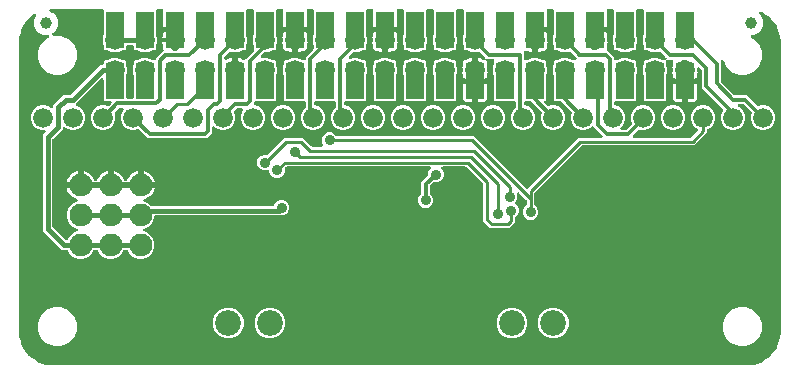
<source format=gbr>
G04 EAGLE Gerber RS-274X export*
G75*
%MOMM*%
%FSLAX34Y34*%
%LPD*%
%INBottom Copper*%
%IPPOS*%
%AMOC8*
5,1,8,0,0,1.08239X$1,22.5*%
G01*
%ADD10R,1.524000X3.048000*%
%ADD11C,1.676400*%
%ADD12C,1.000000*%
%ADD13C,1.930400*%
%ADD14C,2.184400*%
%ADD15C,0.304800*%
%ADD16C,0.906400*%
%ADD17C,0.406400*%
%ADD18C,0.254000*%

G36*
X620022Y2543D02*
X620022Y2543D01*
X620100Y2545D01*
X624197Y2867D01*
X624264Y2881D01*
X624333Y2885D01*
X624489Y2925D01*
X632282Y5457D01*
X632390Y5508D01*
X632500Y5551D01*
X632551Y5584D01*
X632570Y5593D01*
X632586Y5606D01*
X632636Y5638D01*
X639265Y10454D01*
X639352Y10535D01*
X639443Y10611D01*
X639482Y10658D01*
X639497Y10672D01*
X639508Y10689D01*
X639546Y10735D01*
X644362Y17364D01*
X644420Y17468D01*
X644483Y17568D01*
X644506Y17625D01*
X644516Y17643D01*
X644521Y17662D01*
X644543Y17718D01*
X647075Y25511D01*
X647088Y25579D01*
X647110Y25644D01*
X647133Y25803D01*
X647455Y29900D01*
X647454Y29922D01*
X647459Y30000D01*
X647459Y276604D01*
X647457Y276626D01*
X647455Y276704D01*
X647133Y280801D01*
X647119Y280868D01*
X647115Y280937D01*
X647075Y281093D01*
X644543Y288886D01*
X644492Y288994D01*
X644449Y289104D01*
X644416Y289155D01*
X644407Y289174D01*
X644394Y289190D01*
X644362Y289240D01*
X639546Y295869D01*
X639465Y295956D01*
X639389Y296047D01*
X639342Y296086D01*
X639328Y296101D01*
X639311Y296112D01*
X639265Y296150D01*
X632636Y300966D01*
X632532Y301024D01*
X632432Y301087D01*
X632375Y301110D01*
X632357Y301120D01*
X632338Y301125D01*
X632282Y301147D01*
X630845Y301614D01*
X630819Y301619D01*
X630794Y301629D01*
X630663Y301648D01*
X630532Y301673D01*
X630506Y301672D01*
X630479Y301676D01*
X630347Y301662D01*
X630215Y301653D01*
X630190Y301645D01*
X630163Y301642D01*
X630038Y301596D01*
X629913Y301555D01*
X629890Y301541D01*
X629865Y301532D01*
X629756Y301456D01*
X629644Y301385D01*
X629626Y301366D01*
X629604Y301350D01*
X629517Y301250D01*
X629426Y301153D01*
X629413Y301130D01*
X629396Y301110D01*
X629337Y300991D01*
X629273Y300875D01*
X629266Y300849D01*
X629254Y300825D01*
X629227Y300695D01*
X629193Y300567D01*
X629193Y300540D01*
X629188Y300514D01*
X629193Y300381D01*
X629193Y300249D01*
X629200Y300223D01*
X629201Y300196D01*
X629239Y300069D01*
X629272Y299940D01*
X629285Y299917D01*
X629293Y299892D01*
X629361Y299778D01*
X629425Y299662D01*
X629443Y299642D01*
X629457Y299619D01*
X629552Y299526D01*
X629574Y299502D01*
X632301Y294780D01*
X632301Y289420D01*
X629621Y284779D01*
X624980Y282099D01*
X623323Y282099D01*
X623253Y282091D01*
X623184Y282092D01*
X623096Y282071D01*
X623007Y282059D01*
X622942Y282034D01*
X622874Y282017D01*
X622795Y281975D01*
X622711Y281942D01*
X622655Y281901D01*
X622593Y281869D01*
X622527Y281808D01*
X622454Y281756D01*
X622410Y281702D01*
X622358Y281655D01*
X622309Y281580D01*
X622251Y281511D01*
X622221Y281447D01*
X622183Y281389D01*
X622154Y281304D01*
X622116Y281223D01*
X622103Y281154D01*
X622080Y281088D01*
X622073Y280999D01*
X622056Y280911D01*
X622060Y280841D01*
X622055Y280771D01*
X622070Y280683D01*
X622076Y280593D01*
X622097Y280527D01*
X622109Y280458D01*
X622146Y280376D01*
X622174Y280291D01*
X622211Y280232D01*
X622240Y280168D01*
X622296Y280098D01*
X622344Y280022D01*
X622395Y279974D01*
X622438Y279920D01*
X622510Y279865D01*
X622575Y279804D01*
X622637Y279770D01*
X622692Y279728D01*
X622837Y279657D01*
X624370Y279023D01*
X629023Y274370D01*
X631541Y268290D01*
X631541Y261710D01*
X629023Y255630D01*
X624370Y250977D01*
X618290Y248459D01*
X611710Y248459D01*
X605630Y250977D01*
X600977Y255630D01*
X599089Y260191D01*
X599054Y260251D01*
X599028Y260316D01*
X598976Y260389D01*
X598931Y260467D01*
X598883Y260517D01*
X598842Y260573D01*
X598772Y260631D01*
X598710Y260695D01*
X598650Y260732D01*
X598597Y260776D01*
X598515Y260814D01*
X598439Y260861D01*
X598372Y260882D01*
X598309Y260912D01*
X598221Y260929D01*
X598135Y260955D01*
X598065Y260958D01*
X597996Y260971D01*
X597907Y260966D01*
X597817Y260970D01*
X597749Y260956D01*
X597679Y260952D01*
X597594Y260924D01*
X597506Y260906D01*
X597443Y260875D01*
X597377Y260854D01*
X597301Y260806D01*
X597220Y260766D01*
X597167Y260721D01*
X597108Y260684D01*
X597046Y260618D01*
X596978Y260560D01*
X596938Y260503D01*
X596890Y260452D01*
X596847Y260373D01*
X596795Y260300D01*
X596770Y260234D01*
X596736Y260173D01*
X596714Y260087D01*
X596682Y260002D01*
X596674Y259933D01*
X596657Y259865D01*
X596647Y259705D01*
X596647Y243299D01*
X596659Y243201D01*
X596662Y243102D01*
X596679Y243044D01*
X596687Y242983D01*
X596723Y242891D01*
X596751Y242796D01*
X596781Y242744D01*
X596804Y242688D01*
X596862Y242608D01*
X596912Y242522D01*
X596978Y242447D01*
X596990Y242430D01*
X597000Y242423D01*
X597018Y242401D01*
X608161Y231258D01*
X608240Y231198D01*
X608312Y231130D01*
X608365Y231101D01*
X608413Y231064D01*
X608504Y231024D01*
X608590Y230976D01*
X608649Y230961D01*
X608705Y230937D01*
X608803Y230922D01*
X608898Y230897D01*
X608998Y230891D01*
X609019Y230887D01*
X609031Y230889D01*
X609059Y230887D01*
X618693Y230887D01*
X627446Y222134D01*
X627469Y222116D01*
X627488Y222093D01*
X627594Y222019D01*
X627697Y221939D01*
X627724Y221927D01*
X627748Y221910D01*
X627870Y221864D01*
X627989Y221813D01*
X628018Y221808D01*
X628046Y221798D01*
X628175Y221783D01*
X628303Y221763D01*
X628333Y221766D01*
X628362Y221762D01*
X628490Y221781D01*
X628620Y221793D01*
X628648Y221803D01*
X628677Y221807D01*
X628829Y221859D01*
X630388Y222505D01*
X634532Y222505D01*
X638359Y220919D01*
X641289Y217989D01*
X642875Y214162D01*
X642875Y210018D01*
X641289Y206191D01*
X638359Y203261D01*
X634532Y201675D01*
X630388Y201675D01*
X626561Y203261D01*
X623631Y206191D01*
X622045Y210018D01*
X622045Y214162D01*
X622691Y215721D01*
X622699Y215749D01*
X622712Y215776D01*
X622741Y215902D01*
X622775Y216028D01*
X622776Y216057D01*
X622782Y216086D01*
X622778Y216216D01*
X622780Y216346D01*
X622773Y216374D01*
X622772Y216404D01*
X622736Y216528D01*
X622706Y216655D01*
X622692Y216681D01*
X622684Y216709D01*
X622618Y216821D01*
X622557Y216936D01*
X622537Y216958D01*
X622522Y216983D01*
X622416Y217104D01*
X616119Y223402D01*
X616040Y223462D01*
X615968Y223530D01*
X615915Y223559D01*
X615867Y223596D01*
X615776Y223636D01*
X615690Y223684D01*
X615631Y223699D01*
X615575Y223723D01*
X615477Y223738D01*
X615382Y223763D01*
X615282Y223769D01*
X615261Y223773D01*
X615249Y223771D01*
X615221Y223773D01*
X612450Y223773D01*
X612381Y223765D01*
X612311Y223766D01*
X612224Y223745D01*
X612134Y223733D01*
X612070Y223708D01*
X612002Y223691D01*
X611922Y223649D01*
X611839Y223616D01*
X611782Y223575D01*
X611721Y223543D01*
X611654Y223482D01*
X611581Y223430D01*
X611537Y223376D01*
X611485Y223329D01*
X611436Y223254D01*
X611379Y223185D01*
X611349Y223121D01*
X611311Y223063D01*
X611281Y222978D01*
X611243Y222897D01*
X611230Y222828D01*
X611207Y222762D01*
X611200Y222673D01*
X611183Y222585D01*
X611188Y222515D01*
X611182Y222445D01*
X611197Y222357D01*
X611203Y222267D01*
X611225Y222201D01*
X611237Y222132D01*
X611273Y222050D01*
X611301Y221965D01*
X611338Y221906D01*
X611367Y221842D01*
X611423Y221772D01*
X611471Y221696D01*
X611522Y221648D01*
X611566Y221594D01*
X611637Y221539D01*
X611703Y221478D01*
X611764Y221444D01*
X611820Y221402D01*
X611964Y221331D01*
X612959Y220919D01*
X615889Y217989D01*
X617475Y214162D01*
X617475Y210018D01*
X615889Y206191D01*
X612959Y203261D01*
X609132Y201675D01*
X604988Y201675D01*
X601161Y203261D01*
X598231Y206191D01*
X596645Y210018D01*
X596645Y214162D01*
X598242Y218016D01*
X598261Y218041D01*
X598340Y218130D01*
X598358Y218166D01*
X598383Y218198D01*
X598430Y218307D01*
X598485Y218413D01*
X598493Y218453D01*
X598509Y218490D01*
X598528Y218608D01*
X598554Y218724D01*
X598553Y218764D01*
X598559Y218804D01*
X598548Y218922D01*
X598545Y219042D01*
X598533Y219080D01*
X598530Y219121D01*
X598489Y219233D01*
X598456Y219347D01*
X598436Y219382D01*
X598422Y219420D01*
X598355Y219518D01*
X598295Y219621D01*
X598255Y219666D01*
X598243Y219683D01*
X598228Y219696D01*
X598188Y219742D01*
X580643Y237287D01*
X580643Y252001D01*
X580631Y252099D01*
X580628Y252198D01*
X580611Y252256D01*
X580603Y252317D01*
X580567Y252409D01*
X580539Y252504D01*
X580509Y252556D01*
X580486Y252612D01*
X580428Y252692D01*
X580378Y252778D01*
X580312Y252853D01*
X580300Y252870D01*
X580290Y252877D01*
X580272Y252899D01*
X578993Y254178D01*
X578914Y254238D01*
X578842Y254306D01*
X578789Y254335D01*
X578741Y254372D01*
X578650Y254412D01*
X578564Y254460D01*
X578505Y254475D01*
X578449Y254499D01*
X578351Y254514D01*
X578256Y254539D01*
X578156Y254545D01*
X578135Y254549D01*
X578123Y254547D01*
X578095Y254549D01*
X577726Y254549D01*
X577608Y254534D01*
X577489Y254527D01*
X577451Y254514D01*
X577410Y254509D01*
X577300Y254466D01*
X577187Y254429D01*
X577152Y254407D01*
X577115Y254392D01*
X577019Y254323D01*
X576918Y254259D01*
X576890Y254229D01*
X576857Y254206D01*
X576781Y254114D01*
X576700Y254027D01*
X576680Y253992D01*
X576655Y253961D01*
X576604Y253853D01*
X576546Y253749D01*
X576536Y253709D01*
X576519Y253673D01*
X576497Y253556D01*
X576467Y253441D01*
X576463Y253381D01*
X576459Y253361D01*
X576461Y253340D01*
X576457Y253280D01*
X576457Y251320D01*
X576472Y251202D01*
X576479Y251083D01*
X576492Y251045D01*
X576497Y251004D01*
X576540Y250894D01*
X576577Y250781D01*
X576599Y250746D01*
X576614Y250709D01*
X576683Y250612D01*
X576747Y250512D01*
X576777Y250484D01*
X576800Y250451D01*
X576892Y250375D01*
X576979Y250294D01*
X577014Y250274D01*
X577035Y250257D01*
X576954Y249742D01*
X576519Y248404D01*
X576497Y248287D01*
X576467Y248172D01*
X576463Y248112D01*
X576459Y248091D01*
X576461Y248071D01*
X576457Y248011D01*
X576457Y245933D01*
X575822Y245933D01*
X575783Y245928D01*
X575744Y245931D01*
X575626Y245908D01*
X575507Y245893D01*
X575470Y245879D01*
X575431Y245871D01*
X575322Y245820D01*
X575211Y245776D01*
X575179Y245753D01*
X575143Y245736D01*
X575051Y245660D01*
X574954Y245589D01*
X574928Y245559D01*
X574898Y245534D01*
X574795Y245410D01*
X574631Y245184D01*
X573416Y243969D01*
X572290Y243151D01*
X572232Y243096D01*
X572168Y243050D01*
X572117Y242988D01*
X572058Y242933D01*
X572016Y242866D01*
X571965Y242805D01*
X571931Y242732D01*
X571888Y242665D01*
X571863Y242589D01*
X571829Y242517D01*
X571814Y242438D01*
X571790Y242362D01*
X571784Y242283D01*
X571770Y242205D01*
X571774Y242125D01*
X571769Y242045D01*
X571784Y241967D01*
X571789Y241887D01*
X571814Y241811D01*
X571829Y241732D01*
X571863Y241660D01*
X571887Y241585D01*
X571930Y241517D01*
X571964Y241445D01*
X572015Y241383D01*
X572057Y241316D01*
X572116Y241261D01*
X572167Y241199D01*
X572231Y241153D01*
X572289Y241098D01*
X572359Y241059D01*
X572424Y241012D01*
X572498Y240983D01*
X572568Y240944D01*
X572645Y240925D01*
X572719Y240895D01*
X572798Y240885D01*
X572876Y240865D01*
X573034Y240855D01*
X573035Y240855D01*
X573036Y240855D01*
X576457Y240855D01*
X576457Y227820D01*
X576284Y227173D01*
X575949Y226594D01*
X575476Y226121D01*
X574897Y225786D01*
X574250Y225613D01*
X568835Y225613D01*
X568835Y240157D01*
X568828Y240216D01*
X568830Y240275D01*
X568808Y240373D01*
X568795Y240472D01*
X568773Y240527D01*
X568760Y240586D01*
X568715Y240675D01*
X568678Y240768D01*
X568643Y240816D01*
X568616Y240869D01*
X568550Y240944D01*
X568549Y240945D01*
X568549Y242124D01*
X568534Y242242D01*
X568527Y242361D01*
X568514Y242399D01*
X568509Y242439D01*
X568466Y242550D01*
X568429Y242663D01*
X568407Y242698D01*
X568392Y242735D01*
X568323Y242831D01*
X568259Y242932D01*
X568229Y242960D01*
X568206Y242992D01*
X568114Y243068D01*
X568027Y243150D01*
X567992Y243169D01*
X567961Y243195D01*
X567853Y243246D01*
X567749Y243303D01*
X567709Y243314D01*
X567673Y243331D01*
X567556Y243353D01*
X567441Y243383D01*
X567381Y243387D01*
X567361Y243391D01*
X567340Y243389D01*
X567280Y243393D01*
X565320Y243393D01*
X565202Y243378D01*
X565083Y243371D01*
X565045Y243358D01*
X565004Y243353D01*
X564894Y243309D01*
X564781Y243273D01*
X564746Y243251D01*
X564709Y243236D01*
X564612Y243166D01*
X564512Y243103D01*
X564484Y243073D01*
X564451Y243049D01*
X564375Y242958D01*
X564294Y242871D01*
X564274Y242836D01*
X564249Y242804D01*
X564198Y242697D01*
X564140Y242593D01*
X564130Y242553D01*
X564113Y242517D01*
X564091Y242400D01*
X564061Y242285D01*
X564057Y242224D01*
X564053Y242204D01*
X564055Y242184D01*
X564051Y242124D01*
X564051Y240963D01*
X564041Y240948D01*
X564000Y240905D01*
X563952Y240817D01*
X563895Y240735D01*
X563875Y240679D01*
X563846Y240626D01*
X563822Y240530D01*
X563788Y240436D01*
X563782Y240376D01*
X563767Y240318D01*
X563757Y240158D01*
X563757Y225613D01*
X558342Y225613D01*
X557695Y225786D01*
X557116Y226121D01*
X556643Y226594D01*
X556308Y227173D01*
X556135Y227820D01*
X556135Y240855D01*
X559564Y240855D01*
X559643Y240865D01*
X559722Y240865D01*
X559800Y240885D01*
X559879Y240895D01*
X559953Y240924D01*
X560031Y240944D01*
X560101Y240982D01*
X560175Y241012D01*
X560240Y241059D01*
X560309Y241097D01*
X560368Y241151D01*
X560432Y241199D01*
X560483Y241260D01*
X560541Y241314D01*
X560584Y241382D01*
X560635Y241443D01*
X560669Y241516D01*
X560712Y241583D01*
X560737Y241659D01*
X560771Y241731D01*
X560786Y241809D01*
X560810Y241885D01*
X560815Y241965D01*
X560830Y242044D01*
X560826Y242123D01*
X560831Y242203D01*
X560816Y242281D01*
X560811Y242361D01*
X560786Y242437D01*
X560771Y242515D01*
X560737Y242587D01*
X560713Y242663D01*
X560670Y242731D01*
X560636Y242803D01*
X560585Y242865D01*
X560543Y242932D01*
X560485Y242987D01*
X560434Y243048D01*
X560312Y243149D01*
X560311Y243150D01*
X560310Y243150D01*
X560310Y243151D01*
X559184Y243969D01*
X557969Y245184D01*
X557805Y245410D01*
X557778Y245439D01*
X557757Y245472D01*
X557669Y245554D01*
X557587Y245642D01*
X557554Y245663D01*
X557525Y245690D01*
X557420Y245748D01*
X557319Y245812D01*
X557281Y245824D01*
X557246Y245843D01*
X557130Y245873D01*
X557016Y245911D01*
X556977Y245913D01*
X556939Y245923D01*
X556778Y245933D01*
X556135Y245933D01*
X556135Y248036D01*
X556120Y248154D01*
X556113Y248272D01*
X556098Y248331D01*
X556095Y248352D01*
X556088Y248371D01*
X556073Y248428D01*
X555646Y249742D01*
X555563Y250270D01*
X555573Y250277D01*
X555674Y250341D01*
X555702Y250371D01*
X555735Y250394D01*
X555811Y250486D01*
X555892Y250573D01*
X555912Y250608D01*
X555937Y250639D01*
X555988Y250747D01*
X556046Y250851D01*
X556056Y250891D01*
X556073Y250927D01*
X556095Y251044D01*
X556125Y251159D01*
X556129Y251219D01*
X556133Y251239D01*
X556131Y251260D01*
X556135Y251320D01*
X556135Y253280D01*
X556120Y253398D01*
X556113Y253517D01*
X556100Y253555D01*
X556095Y253596D01*
X556052Y253706D01*
X556015Y253819D01*
X555993Y253854D01*
X555978Y253891D01*
X555909Y253987D01*
X555845Y254088D01*
X555815Y254116D01*
X555792Y254149D01*
X555700Y254225D01*
X555613Y254306D01*
X555578Y254326D01*
X555564Y254337D01*
X555646Y254858D01*
X556073Y256172D01*
X556095Y256288D01*
X556125Y256403D01*
X556129Y256464D01*
X556133Y256484D01*
X556131Y256505D01*
X556135Y256564D01*
X556135Y258968D01*
X556309Y259618D01*
X556325Y259734D01*
X556349Y259848D01*
X556347Y259891D01*
X556352Y259933D01*
X556339Y260049D01*
X556333Y260166D01*
X556321Y260207D01*
X556316Y260249D01*
X556274Y260358D01*
X556239Y260470D01*
X556217Y260506D01*
X556202Y260546D01*
X556134Y260641D01*
X556073Y260741D01*
X556042Y260770D01*
X556018Y260805D01*
X555929Y260880D01*
X555844Y260962D01*
X555808Y260983D01*
X555775Y261010D01*
X555670Y261061D01*
X555568Y261119D01*
X555527Y261130D01*
X555489Y261149D01*
X555374Y261172D01*
X555261Y261203D01*
X555198Y261208D01*
X555177Y261212D01*
X555157Y261211D01*
X555101Y261215D01*
X553439Y261238D01*
X553433Y261238D01*
X553422Y261238D01*
X551818Y261238D01*
X551700Y261223D01*
X551581Y261216D01*
X551543Y261203D01*
X551502Y261198D01*
X551392Y261155D01*
X551279Y261118D01*
X551244Y261096D01*
X551207Y261081D01*
X551111Y261012D01*
X551010Y260948D01*
X550982Y260918D01*
X550949Y260895D01*
X550873Y260803D01*
X550792Y260716D01*
X550772Y260681D01*
X550747Y260650D01*
X550696Y260542D01*
X550638Y260438D01*
X550628Y260398D01*
X550611Y260362D01*
X550589Y260245D01*
X550559Y260130D01*
X550555Y260070D01*
X550551Y260050D01*
X550553Y260029D01*
X550549Y259969D01*
X550549Y256473D01*
X550550Y256464D01*
X550549Y256455D01*
X550570Y256306D01*
X550589Y256158D01*
X550592Y256149D01*
X550593Y256140D01*
X550645Y255988D01*
X551315Y254372D01*
X551315Y250228D01*
X550645Y248612D01*
X550643Y248603D01*
X550638Y248595D01*
X550601Y248450D01*
X550561Y248306D01*
X550561Y248296D01*
X550559Y248287D01*
X550549Y248127D01*
X550549Y227312D01*
X549358Y226121D01*
X532434Y226121D01*
X531243Y227312D01*
X531243Y248146D01*
X531242Y248155D01*
X531243Y248164D01*
X531222Y248313D01*
X531203Y248461D01*
X531200Y248470D01*
X531199Y248479D01*
X531147Y248632D01*
X530485Y250228D01*
X530485Y254372D01*
X531147Y255968D01*
X531149Y255977D01*
X531154Y255985D01*
X531191Y256131D01*
X531231Y256275D01*
X531231Y256284D01*
X531233Y256293D01*
X531243Y256454D01*
X531243Y259476D01*
X532434Y260667D01*
X534012Y260667D01*
X534111Y260679D01*
X534210Y260682D01*
X534268Y260699D01*
X534328Y260707D01*
X534420Y260743D01*
X534515Y260771D01*
X534567Y260801D01*
X534624Y260824D01*
X534704Y260882D01*
X534789Y260932D01*
X534864Y260998D01*
X534881Y261010D01*
X534889Y261020D01*
X534910Y261038D01*
X535001Y261129D01*
X538828Y262715D01*
X542972Y262715D01*
X546799Y261129D01*
X546890Y261038D01*
X546968Y260978D01*
X547041Y260910D01*
X547094Y260881D01*
X547141Y260844D01*
X547232Y260804D01*
X547319Y260756D01*
X547378Y260741D01*
X547433Y260717D01*
X547531Y260702D01*
X547627Y260677D01*
X547727Y260671D01*
X547747Y260667D01*
X547760Y260669D01*
X547788Y260667D01*
X549489Y260667D01*
X549627Y260684D01*
X549765Y260697D01*
X549784Y260704D01*
X549805Y260707D01*
X549934Y260758D01*
X550065Y260805D01*
X550082Y260816D01*
X550100Y260824D01*
X550213Y260905D01*
X550328Y260983D01*
X550341Y260999D01*
X550358Y261010D01*
X550446Y261118D01*
X550538Y261222D01*
X550548Y261240D01*
X550560Y261255D01*
X550620Y261381D01*
X550683Y261505D01*
X550687Y261525D01*
X550696Y261543D01*
X550722Y261680D01*
X550753Y261815D01*
X550752Y261836D01*
X550756Y261855D01*
X550747Y261994D01*
X550743Y262133D01*
X550737Y262153D01*
X550736Y262173D01*
X550693Y262305D01*
X550655Y262439D01*
X550644Y262456D01*
X550638Y262475D01*
X550564Y262593D01*
X550493Y262713D01*
X550474Y262734D01*
X550468Y262744D01*
X550453Y262758D01*
X550387Y262833D01*
X549672Y263548D01*
X549643Y263598D01*
X549564Y263691D01*
X549555Y263703D01*
X549549Y263708D01*
X549539Y263720D01*
X545780Y267583D01*
X545750Y267607D01*
X545726Y267636D01*
X545627Y267706D01*
X545532Y267781D01*
X545497Y267797D01*
X545466Y267819D01*
X545352Y267862D01*
X545242Y267912D01*
X545204Y267918D01*
X545168Y267932D01*
X545048Y267945D01*
X544928Y267966D01*
X544890Y267963D01*
X544852Y267967D01*
X544732Y267950D01*
X544611Y267940D01*
X544575Y267928D01*
X544537Y267923D01*
X544385Y267871D01*
X542972Y267285D01*
X538828Y267285D01*
X535001Y268871D01*
X534942Y268930D01*
X534864Y268990D01*
X534791Y269058D01*
X534738Y269087D01*
X534691Y269124D01*
X534600Y269164D01*
X534513Y269212D01*
X534454Y269227D01*
X534399Y269251D01*
X534301Y269266D01*
X534205Y269291D01*
X534105Y269297D01*
X534085Y269301D01*
X534072Y269299D01*
X534044Y269301D01*
X532434Y269301D01*
X531243Y270492D01*
X531243Y273546D01*
X531242Y273555D01*
X531243Y273564D01*
X531222Y273713D01*
X531203Y273861D01*
X531200Y273870D01*
X531199Y273879D01*
X531147Y274032D01*
X530485Y275628D01*
X530485Y279772D01*
X531147Y281368D01*
X531149Y281377D01*
X531154Y281385D01*
X531191Y281531D01*
X531231Y281675D01*
X531231Y281684D01*
X531233Y281693D01*
X531243Y281854D01*
X531243Y302794D01*
X531228Y302912D01*
X531221Y303031D01*
X531208Y303069D01*
X531203Y303110D01*
X531160Y303220D01*
X531123Y303333D01*
X531101Y303368D01*
X531086Y303405D01*
X531017Y303501D01*
X530953Y303602D01*
X530923Y303630D01*
X530900Y303663D01*
X530808Y303739D01*
X530721Y303820D01*
X530686Y303840D01*
X530655Y303865D01*
X530547Y303916D01*
X530443Y303974D01*
X530403Y303984D01*
X530367Y304001D01*
X530250Y304023D01*
X530135Y304053D01*
X530075Y304057D01*
X530055Y304061D01*
X530034Y304059D01*
X529974Y304063D01*
X526418Y304063D01*
X526300Y304048D01*
X526181Y304041D01*
X526143Y304028D01*
X526102Y304023D01*
X525992Y303980D01*
X525879Y303943D01*
X525844Y303921D01*
X525807Y303906D01*
X525711Y303837D01*
X525610Y303773D01*
X525582Y303743D01*
X525549Y303720D01*
X525473Y303628D01*
X525392Y303541D01*
X525372Y303506D01*
X525347Y303475D01*
X525296Y303367D01*
X525238Y303263D01*
X525228Y303223D01*
X525211Y303187D01*
X525189Y303070D01*
X525159Y302955D01*
X525155Y302895D01*
X525151Y302875D01*
X525153Y302854D01*
X525149Y302794D01*
X525149Y281873D01*
X525150Y281864D01*
X525149Y281855D01*
X525170Y281706D01*
X525189Y281558D01*
X525192Y281549D01*
X525193Y281540D01*
X525245Y281388D01*
X525915Y279772D01*
X525915Y275628D01*
X525245Y274012D01*
X525243Y274003D01*
X525238Y273995D01*
X525201Y273850D01*
X525161Y273706D01*
X525161Y273696D01*
X525159Y273687D01*
X525149Y273527D01*
X525149Y270492D01*
X523958Y269301D01*
X522356Y269301D01*
X522257Y269289D01*
X522158Y269286D01*
X522100Y269269D01*
X522040Y269261D01*
X521948Y269225D01*
X521853Y269197D01*
X521801Y269167D01*
X521744Y269144D01*
X521664Y269086D01*
X521579Y269036D01*
X521504Y268970D01*
X521487Y268958D01*
X521479Y268948D01*
X521458Y268930D01*
X521399Y268871D01*
X517572Y267285D01*
X513428Y267285D01*
X509601Y268871D01*
X509542Y268930D01*
X509464Y268990D01*
X509391Y269058D01*
X509338Y269087D01*
X509291Y269124D01*
X509200Y269164D01*
X509113Y269212D01*
X509054Y269227D01*
X508999Y269251D01*
X508901Y269266D01*
X508805Y269291D01*
X508705Y269297D01*
X508685Y269301D01*
X508672Y269299D01*
X508644Y269301D01*
X507034Y269301D01*
X505843Y270492D01*
X505843Y273546D01*
X505842Y273555D01*
X505843Y273564D01*
X505822Y273713D01*
X505803Y273861D01*
X505800Y273870D01*
X505799Y273879D01*
X505747Y274032D01*
X505085Y275628D01*
X505085Y279772D01*
X505747Y281368D01*
X505749Y281377D01*
X505754Y281385D01*
X505791Y281531D01*
X505831Y281675D01*
X505831Y281684D01*
X505833Y281693D01*
X505843Y281854D01*
X505843Y302794D01*
X505828Y302912D01*
X505821Y303031D01*
X505808Y303069D01*
X505803Y303110D01*
X505760Y303220D01*
X505723Y303333D01*
X505701Y303368D01*
X505686Y303405D01*
X505617Y303501D01*
X505553Y303602D01*
X505523Y303630D01*
X505500Y303663D01*
X505408Y303739D01*
X505321Y303820D01*
X505286Y303840D01*
X505255Y303865D01*
X505147Y303916D01*
X505043Y303974D01*
X505003Y303984D01*
X504967Y304001D01*
X504850Y304023D01*
X504735Y304053D01*
X504675Y304057D01*
X504655Y304061D01*
X504634Y304059D01*
X504574Y304063D01*
X501398Y304063D01*
X501273Y304047D01*
X501148Y304038D01*
X501116Y304028D01*
X501082Y304023D01*
X500965Y303977D01*
X500846Y303937D01*
X500818Y303919D01*
X500787Y303906D01*
X500685Y303832D01*
X500579Y303764D01*
X500557Y303739D01*
X500529Y303720D01*
X500449Y303623D01*
X500364Y303530D01*
X500348Y303501D01*
X500326Y303475D01*
X500273Y303361D01*
X500213Y303250D01*
X500205Y303217D01*
X500191Y303187D01*
X500167Y303064D01*
X500137Y302941D01*
X500137Y302908D01*
X500131Y302875D01*
X500139Y302749D01*
X500140Y302623D01*
X500150Y302575D01*
X500151Y302557D01*
X500157Y302537D01*
X500172Y302465D01*
X500257Y302149D01*
X500257Y289113D01*
X496880Y289113D01*
X496801Y289103D01*
X496722Y289103D01*
X496644Y289083D01*
X496565Y289073D01*
X496491Y289044D01*
X496414Y289024D01*
X496343Y288986D01*
X496269Y288956D01*
X496205Y288909D01*
X496135Y288871D01*
X496077Y288817D01*
X496012Y288769D01*
X495961Y288708D01*
X495903Y288654D01*
X495860Y288586D01*
X495809Y288524D01*
X495775Y288452D01*
X495732Y288385D01*
X495707Y288309D01*
X495673Y288237D01*
X495658Y288159D01*
X495634Y288083D01*
X495629Y288003D01*
X495614Y287924D01*
X495619Y287845D01*
X495613Y287765D01*
X495628Y287687D01*
X495633Y287607D01*
X495658Y287531D01*
X495673Y287453D01*
X495707Y287381D01*
X495731Y287304D01*
X495774Y287237D01*
X495808Y287165D01*
X495859Y287103D01*
X495902Y287036D01*
X495960Y286981D01*
X496010Y286920D01*
X496132Y286819D01*
X496133Y286818D01*
X496134Y286818D01*
X496134Y286817D01*
X497216Y286031D01*
X498431Y284816D01*
X498619Y284558D01*
X498646Y284529D01*
X498667Y284496D01*
X498754Y284414D01*
X498836Y284326D01*
X498870Y284305D01*
X498898Y284278D01*
X499003Y284220D01*
X499105Y284156D01*
X499142Y284143D01*
X499177Y284124D01*
X499293Y284095D01*
X499407Y284057D01*
X499447Y284055D01*
X499485Y284045D01*
X499645Y284035D01*
X500257Y284035D01*
X500257Y281989D01*
X500272Y281871D01*
X500279Y281752D01*
X500294Y281693D01*
X500297Y281673D01*
X500304Y281654D01*
X500319Y281596D01*
X500754Y280258D01*
X500836Y279736D01*
X500819Y279723D01*
X500718Y279659D01*
X500690Y279629D01*
X500657Y279606D01*
X500581Y279514D01*
X500500Y279427D01*
X500480Y279392D01*
X500455Y279361D01*
X500404Y279253D01*
X500346Y279149D01*
X500336Y279109D01*
X500319Y279073D01*
X500297Y278956D01*
X500267Y278841D01*
X500263Y278781D01*
X500259Y278761D01*
X500261Y278740D01*
X500257Y278680D01*
X500257Y276720D01*
X500272Y276602D01*
X500279Y276483D01*
X500292Y276445D01*
X500297Y276404D01*
X500340Y276294D01*
X500377Y276181D01*
X500399Y276146D01*
X500414Y276109D01*
X500483Y276012D01*
X500547Y275912D01*
X500577Y275884D01*
X500600Y275851D01*
X500692Y275775D01*
X500779Y275694D01*
X500814Y275674D01*
X500835Y275657D01*
X500754Y275142D01*
X500319Y273804D01*
X500297Y273687D01*
X500267Y273572D01*
X500263Y273512D01*
X500259Y273491D01*
X500261Y273471D01*
X500257Y273411D01*
X500257Y271000D01*
X500090Y270377D01*
X500076Y270273D01*
X500053Y270170D01*
X500054Y270116D01*
X500047Y270062D01*
X500059Y269957D01*
X500062Y269852D01*
X500077Y269800D01*
X500083Y269746D01*
X500121Y269648D01*
X500151Y269546D01*
X500178Y269500D01*
X500197Y269450D01*
X500258Y269363D01*
X500312Y269272D01*
X500369Y269208D01*
X500381Y269190D01*
X500393Y269180D01*
X500419Y269151D01*
X506477Y263093D01*
X506477Y261936D01*
X506492Y261818D01*
X506499Y261699D01*
X506512Y261661D01*
X506517Y261620D01*
X506560Y261510D01*
X506597Y261397D01*
X506619Y261362D01*
X506634Y261325D01*
X506703Y261229D01*
X506767Y261128D01*
X506797Y261100D01*
X506820Y261067D01*
X506912Y260991D01*
X506999Y260910D01*
X507034Y260890D01*
X507065Y260865D01*
X507173Y260814D01*
X507277Y260756D01*
X507317Y260746D01*
X507353Y260729D01*
X507470Y260707D01*
X507585Y260677D01*
X507645Y260673D01*
X507665Y260669D01*
X507686Y260671D01*
X507746Y260667D01*
X508612Y260667D01*
X508711Y260679D01*
X508810Y260682D01*
X508868Y260699D01*
X508928Y260707D01*
X509020Y260743D01*
X509115Y260771D01*
X509167Y260801D01*
X509224Y260824D01*
X509304Y260882D01*
X509389Y260932D01*
X509464Y260998D01*
X509481Y261010D01*
X509489Y261020D01*
X509510Y261038D01*
X509601Y261129D01*
X513428Y262715D01*
X517572Y262715D01*
X521399Y261129D01*
X521490Y261038D01*
X521568Y260978D01*
X521641Y260910D01*
X521694Y260881D01*
X521741Y260844D01*
X521832Y260804D01*
X521919Y260756D01*
X521978Y260741D01*
X522033Y260717D01*
X522131Y260702D01*
X522227Y260677D01*
X522327Y260671D01*
X522347Y260667D01*
X522360Y260669D01*
X522388Y260667D01*
X523958Y260667D01*
X525149Y259476D01*
X525149Y256473D01*
X525150Y256464D01*
X525149Y256455D01*
X525170Y256306D01*
X525189Y256158D01*
X525192Y256149D01*
X525193Y256140D01*
X525245Y255988D01*
X525915Y254372D01*
X525915Y250228D01*
X525245Y248612D01*
X525243Y248603D01*
X525238Y248595D01*
X525201Y248450D01*
X525161Y248306D01*
X525161Y248296D01*
X525159Y248287D01*
X525149Y248127D01*
X525149Y227312D01*
X523958Y226121D01*
X507746Y226121D01*
X507628Y226106D01*
X507509Y226099D01*
X507471Y226086D01*
X507430Y226081D01*
X507320Y226038D01*
X507207Y226001D01*
X507172Y225979D01*
X507135Y225964D01*
X507039Y225895D01*
X506938Y225831D01*
X506910Y225801D01*
X506877Y225778D01*
X506801Y225686D01*
X506720Y225599D01*
X506700Y225564D01*
X506675Y225533D01*
X506624Y225425D01*
X506566Y225321D01*
X506556Y225281D01*
X506539Y225245D01*
X506517Y225128D01*
X506487Y225013D01*
X506483Y224953D01*
X506479Y224933D01*
X506481Y224912D01*
X506477Y224852D01*
X506477Y223774D01*
X506492Y223656D01*
X506499Y223537D01*
X506512Y223499D01*
X506517Y223458D01*
X506560Y223348D01*
X506597Y223235D01*
X506619Y223200D01*
X506634Y223163D01*
X506703Y223067D01*
X506767Y222966D01*
X506797Y222938D01*
X506820Y222905D01*
X506912Y222829D01*
X506999Y222748D01*
X507034Y222728D01*
X507065Y222703D01*
X507173Y222652D01*
X507277Y222594D01*
X507317Y222584D01*
X507353Y222567D01*
X507405Y222557D01*
X511359Y220919D01*
X514289Y217989D01*
X515875Y214162D01*
X515875Y210018D01*
X514289Y206191D01*
X511942Y203843D01*
X511857Y203734D01*
X511768Y203627D01*
X511760Y203608D01*
X511747Y203592D01*
X511692Y203464D01*
X511633Y203339D01*
X511629Y203319D01*
X511621Y203300D01*
X511599Y203162D01*
X511573Y203026D01*
X511574Y203006D01*
X511571Y202986D01*
X511584Y202847D01*
X511593Y202709D01*
X511599Y202690D01*
X511601Y202670D01*
X511648Y202538D01*
X511691Y202407D01*
X511702Y202389D01*
X511708Y202370D01*
X511786Y202255D01*
X511861Y202138D01*
X511876Y202124D01*
X511887Y202107D01*
X511991Y202015D01*
X512092Y201920D01*
X512110Y201910D01*
X512125Y201897D01*
X512250Y201833D01*
X512371Y201766D01*
X512391Y201761D01*
X512409Y201752D01*
X512544Y201722D01*
X512679Y201687D01*
X512707Y201685D01*
X512719Y201682D01*
X512739Y201683D01*
X512840Y201677D01*
X516161Y201677D01*
X516259Y201689D01*
X516358Y201692D01*
X516416Y201709D01*
X516477Y201717D01*
X516569Y201753D01*
X516664Y201781D01*
X516716Y201811D01*
X516772Y201834D01*
X516852Y201892D01*
X516938Y201942D01*
X517013Y202008D01*
X517030Y202020D01*
X517037Y202030D01*
X517059Y202048D01*
X521188Y206178D01*
X521206Y206201D01*
X521229Y206220D01*
X521303Y206326D01*
X521383Y206429D01*
X521395Y206456D01*
X521412Y206480D01*
X521458Y206602D01*
X521509Y206721D01*
X521514Y206750D01*
X521524Y206778D01*
X521539Y206907D01*
X521559Y207035D01*
X521556Y207065D01*
X521560Y207094D01*
X521541Y207222D01*
X521529Y207352D01*
X521519Y207380D01*
X521515Y207409D01*
X521463Y207561D01*
X520445Y210018D01*
X520445Y214162D01*
X522031Y217989D01*
X524961Y220919D01*
X528788Y222505D01*
X532932Y222505D01*
X536759Y220919D01*
X539689Y217989D01*
X541275Y214162D01*
X541275Y210018D01*
X539689Y206191D01*
X536759Y203261D01*
X532932Y201675D01*
X528788Y201675D01*
X528127Y201949D01*
X528099Y201957D01*
X528072Y201970D01*
X527946Y201999D01*
X527820Y202033D01*
X527791Y202034D01*
X527762Y202040D01*
X527632Y202036D01*
X527502Y202038D01*
X527474Y202031D01*
X527444Y202030D01*
X527320Y201994D01*
X527193Y201964D01*
X527167Y201950D01*
X527139Y201942D01*
X527027Y201876D01*
X526912Y201815D01*
X526890Y201795D01*
X526865Y201780D01*
X526744Y201674D01*
X522309Y197239D01*
X522224Y197130D01*
X522136Y197023D01*
X522127Y197004D01*
X522114Y196988D01*
X522059Y196860D01*
X522000Y196735D01*
X521996Y196715D01*
X521988Y196696D01*
X521966Y196558D01*
X521940Y196422D01*
X521941Y196402D01*
X521938Y196382D01*
X521951Y196243D01*
X521960Y196105D01*
X521966Y196086D01*
X521968Y196066D01*
X522015Y195934D01*
X522058Y195803D01*
X522069Y195785D01*
X522076Y195766D01*
X522154Y195651D01*
X522228Y195534D01*
X522243Y195520D01*
X522254Y195503D01*
X522358Y195411D01*
X522460Y195316D01*
X522478Y195306D01*
X522493Y195293D01*
X522617Y195229D01*
X522738Y195162D01*
X522758Y195157D01*
X522776Y195148D01*
X522912Y195118D01*
X523046Y195083D01*
X523074Y195081D01*
X523086Y195078D01*
X523107Y195079D01*
X523207Y195073D01*
X570876Y195073D01*
X570974Y195085D01*
X571073Y195088D01*
X571132Y195105D01*
X571192Y195113D01*
X571284Y195149D01*
X571379Y195177D01*
X571431Y195207D01*
X571487Y195230D01*
X571567Y195288D01*
X571653Y195338D01*
X571728Y195404D01*
X571745Y195416D01*
X571753Y195426D01*
X571774Y195444D01*
X577125Y200796D01*
X577156Y200835D01*
X577192Y200869D01*
X577253Y200960D01*
X577320Y201047D01*
X577340Y201093D01*
X577367Y201134D01*
X577403Y201238D01*
X577447Y201339D01*
X577454Y201388D01*
X577470Y201435D01*
X577479Y201544D01*
X577496Y201653D01*
X577492Y201703D01*
X577496Y201752D01*
X577477Y201860D01*
X577467Y201970D01*
X577450Y202017D01*
X577441Y202066D01*
X577396Y202166D01*
X577359Y202269D01*
X577331Y202310D01*
X577311Y202356D01*
X577242Y202441D01*
X577180Y202532D01*
X577143Y202565D01*
X577112Y202604D01*
X577024Y202670D01*
X576942Y202743D01*
X576898Y202765D01*
X576858Y202795D01*
X576713Y202866D01*
X575761Y203261D01*
X572831Y206191D01*
X571245Y210018D01*
X571245Y214162D01*
X572831Y217989D01*
X575761Y220919D01*
X579588Y222505D01*
X583732Y222505D01*
X587559Y220919D01*
X590489Y217989D01*
X592075Y214162D01*
X592075Y210018D01*
X590489Y206191D01*
X587559Y203261D01*
X585746Y202510D01*
X585721Y202495D01*
X585693Y202486D01*
X585583Y202417D01*
X585470Y202352D01*
X585449Y202332D01*
X585424Y202316D01*
X585335Y202221D01*
X585242Y202131D01*
X585226Y202106D01*
X585206Y202084D01*
X585143Y201970D01*
X585075Y201860D01*
X585067Y201832D01*
X585052Y201806D01*
X585020Y201680D01*
X584982Y201556D01*
X584980Y201526D01*
X584973Y201498D01*
X584963Y201337D01*
X584963Y199292D01*
X574138Y188467D01*
X479414Y188467D01*
X479316Y188455D01*
X479217Y188452D01*
X479158Y188435D01*
X479098Y188427D01*
X479006Y188391D01*
X478911Y188363D01*
X478859Y188333D01*
X478803Y188310D01*
X478723Y188252D01*
X478637Y188202D01*
X478562Y188136D01*
X478545Y188124D01*
X478537Y188114D01*
X478516Y188096D01*
X439284Y148864D01*
X439224Y148785D01*
X439156Y148713D01*
X439127Y148660D01*
X439090Y148612D01*
X439050Y148521D01*
X439002Y148435D01*
X438987Y148376D01*
X438963Y148321D01*
X438948Y148223D01*
X438923Y148127D01*
X438917Y148027D01*
X438913Y148006D01*
X438915Y147994D01*
X438913Y147966D01*
X438913Y138587D01*
X438925Y138489D01*
X438928Y138390D01*
X438945Y138331D01*
X438953Y138271D01*
X438989Y138179D01*
X439017Y138084D01*
X439047Y138032D01*
X439070Y137976D01*
X439128Y137896D01*
X439178Y137810D01*
X439244Y137735D01*
X439256Y137718D01*
X439266Y137711D01*
X439284Y137689D01*
X441175Y135799D01*
X442175Y133386D01*
X442175Y130774D01*
X441175Y128361D01*
X439329Y126515D01*
X436916Y125515D01*
X434304Y125515D01*
X431891Y126515D01*
X430045Y128361D01*
X429045Y130774D01*
X429045Y133386D01*
X430045Y135799D01*
X431936Y137689D01*
X431996Y137768D01*
X432064Y137840D01*
X432093Y137893D01*
X432130Y137941D01*
X432170Y138032D01*
X432218Y138118D01*
X432233Y138177D01*
X432257Y138233D01*
X432272Y138331D01*
X432297Y138426D01*
X432303Y138526D01*
X432307Y138547D01*
X432305Y138559D01*
X432307Y138587D01*
X432307Y141616D01*
X432295Y141714D01*
X432292Y141813D01*
X432275Y141872D01*
X432267Y141932D01*
X432231Y142024D01*
X432203Y142119D01*
X432173Y142171D01*
X432150Y142227D01*
X432092Y142307D01*
X432042Y142393D01*
X431976Y142468D01*
X431964Y142485D01*
X431954Y142493D01*
X431936Y142514D01*
X426100Y148349D01*
X426045Y148392D01*
X425997Y148442D01*
X425920Y148489D01*
X425849Y148544D01*
X425785Y148572D01*
X425726Y148608D01*
X425640Y148634D01*
X425557Y148670D01*
X425488Y148681D01*
X425422Y148702D01*
X425332Y148706D01*
X425243Y148720D01*
X425174Y148713D01*
X425104Y148717D01*
X425016Y148699D01*
X424927Y148690D01*
X424861Y148666D01*
X424793Y148652D01*
X424712Y148613D01*
X424627Y148583D01*
X424569Y148543D01*
X424507Y148513D01*
X424439Y148454D01*
X424364Y148404D01*
X424318Y148352D01*
X424265Y148306D01*
X424213Y148233D01*
X424154Y148166D01*
X424122Y148103D01*
X424082Y148046D01*
X424050Y147962D01*
X424009Y147882D01*
X423994Y147814D01*
X423969Y147749D01*
X423959Y147660D01*
X423939Y147572D01*
X423942Y147502D01*
X423934Y147433D01*
X423946Y147344D01*
X423949Y147254D01*
X423969Y147187D01*
X423978Y147118D01*
X424030Y146966D01*
X424395Y146086D01*
X424395Y143474D01*
X423395Y141061D01*
X422931Y140597D01*
X422858Y140503D01*
X422780Y140414D01*
X422761Y140378D01*
X422736Y140346D01*
X422689Y140237D01*
X422635Y140131D01*
X422626Y140092D01*
X422610Y140054D01*
X422591Y139937D01*
X422565Y139821D01*
X422567Y139780D01*
X422560Y139740D01*
X422571Y139622D01*
X422575Y139503D01*
X422586Y139464D01*
X422590Y139424D01*
X422630Y139312D01*
X422663Y139197D01*
X422684Y139162D01*
X422698Y139124D01*
X422765Y139026D01*
X422825Y138923D01*
X422865Y138878D01*
X422876Y138861D01*
X422892Y138848D01*
X422931Y138802D01*
X424665Y137069D01*
X425665Y134656D01*
X425665Y132044D01*
X424665Y129631D01*
X422774Y127741D01*
X422714Y127662D01*
X422646Y127590D01*
X422617Y127537D01*
X422580Y127489D01*
X422540Y127398D01*
X422492Y127312D01*
X422477Y127253D01*
X422453Y127197D01*
X422438Y127099D01*
X422413Y127004D01*
X422407Y126904D01*
X422403Y126883D01*
X422405Y126871D01*
X422403Y126843D01*
X422403Y123092D01*
X420097Y120786D01*
X420096Y120786D01*
X417928Y118617D01*
X401222Y118617D01*
X395477Y124362D01*
X395477Y155586D01*
X395465Y155684D01*
X395462Y155783D01*
X395445Y155842D01*
X395437Y155902D01*
X395401Y155994D01*
X395373Y156089D01*
X395343Y156141D01*
X395320Y156197D01*
X395262Y156277D01*
X395212Y156363D01*
X395146Y156438D01*
X395134Y156455D01*
X395124Y156463D01*
X395106Y156484D01*
X381274Y170316D01*
X381195Y170376D01*
X381123Y170444D01*
X381070Y170473D01*
X381022Y170510D01*
X380931Y170550D01*
X380845Y170598D01*
X380786Y170613D01*
X380731Y170637D01*
X380633Y170652D01*
X380537Y170677D01*
X380437Y170683D01*
X380416Y170687D01*
X380404Y170685D01*
X380376Y170687D01*
X361091Y170687D01*
X360953Y170670D01*
X360815Y170657D01*
X360796Y170650D01*
X360775Y170647D01*
X360646Y170596D01*
X360515Y170549D01*
X360498Y170538D01*
X360480Y170530D01*
X360367Y170449D01*
X360252Y170371D01*
X360239Y170355D01*
X360222Y170344D01*
X360134Y170236D01*
X360042Y170132D01*
X360032Y170114D01*
X360020Y170099D01*
X359960Y169973D01*
X359897Y169849D01*
X359893Y169829D01*
X359884Y169811D01*
X359858Y169674D01*
X359827Y169539D01*
X359828Y169518D01*
X359824Y169499D01*
X359833Y169360D01*
X359837Y169221D01*
X359843Y169201D01*
X359844Y169181D01*
X359887Y169049D01*
X359925Y168915D01*
X359936Y168898D01*
X359942Y168879D01*
X360016Y168761D01*
X360087Y168641D01*
X360106Y168620D01*
X360112Y168610D01*
X360127Y168596D01*
X360193Y168521D01*
X361165Y167549D01*
X362165Y165136D01*
X362165Y162524D01*
X361165Y160111D01*
X359319Y158265D01*
X356906Y157265D01*
X354237Y157265D01*
X354147Y157293D01*
X354128Y157294D01*
X354109Y157299D01*
X353969Y157301D01*
X353829Y157308D01*
X353810Y157304D01*
X353791Y157304D01*
X353655Y157271D01*
X353518Y157243D01*
X353501Y157234D01*
X353482Y157230D01*
X353358Y157164D01*
X353233Y157103D01*
X353211Y157087D01*
X353201Y157081D01*
X353186Y157068D01*
X353104Y157006D01*
X350710Y154954D01*
X350611Y154845D01*
X350510Y154737D01*
X350504Y154727D01*
X350496Y154718D01*
X350428Y154588D01*
X350356Y154459D01*
X350353Y154448D01*
X350348Y154437D01*
X350314Y154294D01*
X350277Y154151D01*
X350276Y154135D01*
X350274Y154128D01*
X350274Y154112D01*
X350267Y153990D01*
X350267Y148493D01*
X350279Y148395D01*
X350282Y148296D01*
X350289Y148273D01*
X350289Y148268D01*
X350299Y148236D01*
X350307Y148177D01*
X350343Y148085D01*
X350371Y147990D01*
X350401Y147938D01*
X350424Y147882D01*
X350482Y147802D01*
X350532Y147716D01*
X350598Y147641D01*
X350610Y147624D01*
X350620Y147617D01*
X350638Y147595D01*
X352275Y145959D01*
X353275Y143546D01*
X353275Y140934D01*
X352275Y138521D01*
X350429Y136675D01*
X348016Y135675D01*
X345404Y135675D01*
X342991Y136675D01*
X341145Y138521D01*
X340145Y140934D01*
X340145Y143546D01*
X341145Y145959D01*
X342782Y147595D01*
X342842Y147674D01*
X342910Y147746D01*
X342939Y147799D01*
X342976Y147847D01*
X343016Y147938D01*
X343064Y148024D01*
X343079Y148083D01*
X343103Y148139D01*
X343118Y148237D01*
X343143Y148332D01*
X343148Y148410D01*
X343151Y148424D01*
X343150Y148436D01*
X343153Y148453D01*
X343151Y148465D01*
X343153Y148493D01*
X343153Y154425D01*
X343147Y154475D01*
X343149Y154525D01*
X343127Y154632D01*
X343113Y154740D01*
X343095Y154787D01*
X343085Y154837D01*
X343044Y154920D01*
X343150Y156298D01*
X343148Y156320D01*
X343153Y156395D01*
X343153Y157769D01*
X343175Y157803D01*
X343205Y157891D01*
X344255Y158790D01*
X344269Y158806D01*
X344326Y158856D01*
X345297Y159827D01*
X345337Y159835D01*
X345435Y159883D01*
X345536Y159924D01*
X345577Y159953D01*
X345622Y159975D01*
X345751Y160072D01*
X348592Y162508D01*
X348691Y162617D01*
X348792Y162724D01*
X348798Y162735D01*
X348806Y162743D01*
X348874Y162873D01*
X348946Y163003D01*
X348949Y163014D01*
X348954Y163025D01*
X348988Y163168D01*
X349025Y163311D01*
X349026Y163327D01*
X349028Y163334D01*
X349028Y163350D01*
X349035Y163471D01*
X349035Y165136D01*
X350035Y167549D01*
X351007Y168521D01*
X351091Y168630D01*
X351180Y168737D01*
X351189Y168756D01*
X351202Y168772D01*
X351257Y168899D01*
X351316Y169025D01*
X351320Y169045D01*
X351328Y169064D01*
X351350Y169202D01*
X351376Y169338D01*
X351375Y169358D01*
X351378Y169378D01*
X351365Y169517D01*
X351356Y169655D01*
X351350Y169674D01*
X351348Y169694D01*
X351301Y169826D01*
X351258Y169957D01*
X351247Y169975D01*
X351240Y169994D01*
X351162Y170109D01*
X351088Y170226D01*
X351073Y170240D01*
X351062Y170257D01*
X350958Y170349D01*
X350856Y170444D01*
X350838Y170454D01*
X350823Y170467D01*
X350700Y170530D01*
X350578Y170598D01*
X350558Y170603D01*
X350540Y170612D01*
X350404Y170642D01*
X350270Y170677D01*
X350242Y170679D01*
X350230Y170682D01*
X350209Y170681D01*
X350109Y170687D01*
X229224Y170687D01*
X229126Y170675D01*
X229027Y170672D01*
X228968Y170655D01*
X228908Y170647D01*
X228816Y170611D01*
X228721Y170583D01*
X228669Y170553D01*
X228613Y170530D01*
X228533Y170472D01*
X228447Y170422D01*
X228372Y170356D01*
X228355Y170344D01*
X228347Y170334D01*
X228326Y170316D01*
X227916Y169906D01*
X227856Y169827D01*
X227788Y169755D01*
X227759Y169702D01*
X227722Y169654D01*
X227682Y169563D01*
X227634Y169477D01*
X227619Y169418D01*
X227595Y169363D01*
X227580Y169265D01*
X227555Y169169D01*
X227549Y169069D01*
X227545Y169048D01*
X227547Y169036D01*
X227545Y169008D01*
X227545Y166334D01*
X226545Y163921D01*
X224699Y162075D01*
X222286Y161075D01*
X219674Y161075D01*
X217261Y162075D01*
X215415Y163921D01*
X214415Y166334D01*
X214415Y166474D01*
X214409Y166523D01*
X214411Y166573D01*
X214389Y166680D01*
X214375Y166790D01*
X214357Y166836D01*
X214347Y166884D01*
X214299Y166983D01*
X214258Y167085D01*
X214229Y167125D01*
X214207Y167170D01*
X214136Y167254D01*
X214072Y167343D01*
X214033Y167374D01*
X214001Y167412D01*
X213911Y167475D01*
X213827Y167545D01*
X213782Y167567D01*
X213741Y167595D01*
X213638Y167634D01*
X213539Y167681D01*
X213490Y167690D01*
X213444Y167708D01*
X213334Y167720D01*
X213227Y167741D01*
X213177Y167738D01*
X213128Y167743D01*
X213019Y167728D01*
X212909Y167721D01*
X212862Y167706D01*
X212813Y167699D01*
X212660Y167647D01*
X212126Y167425D01*
X209514Y167425D01*
X207101Y168425D01*
X205255Y170271D01*
X204255Y172684D01*
X204255Y175296D01*
X205255Y177709D01*
X207101Y179555D01*
X209514Y180555D01*
X212188Y180555D01*
X212286Y180567D01*
X212385Y180570D01*
X212444Y180587D01*
X212504Y180595D01*
X212596Y180631D01*
X212691Y180659D01*
X212743Y180689D01*
X212799Y180712D01*
X212879Y180770D01*
X212965Y180820D01*
X213040Y180886D01*
X213057Y180898D01*
X213065Y180908D01*
X213086Y180926D01*
X227232Y195073D01*
X242668Y195073D01*
X249916Y187824D01*
X249995Y187764D01*
X250067Y187696D01*
X250120Y187667D01*
X250168Y187630D01*
X250259Y187590D01*
X250345Y187542D01*
X250404Y187527D01*
X250459Y187503D01*
X250557Y187488D01*
X250653Y187463D01*
X250753Y187457D01*
X250774Y187453D01*
X250786Y187455D01*
X250814Y187453D01*
X258739Y187453D01*
X258789Y187459D01*
X258838Y187457D01*
X258945Y187479D01*
X259055Y187493D01*
X259101Y187511D01*
X259150Y187521D01*
X259248Y187569D01*
X259350Y187610D01*
X259390Y187639D01*
X259435Y187661D01*
X259519Y187732D01*
X259608Y187796D01*
X259639Y187835D01*
X259677Y187867D01*
X259740Y187957D01*
X259811Y188041D01*
X259832Y188086D01*
X259860Y188127D01*
X259899Y188230D01*
X259946Y188329D01*
X259955Y188378D01*
X259973Y188424D01*
X259985Y188534D01*
X260006Y188641D01*
X260003Y188691D01*
X260008Y188740D01*
X259993Y188849D01*
X259986Y188959D01*
X259971Y189006D01*
X259964Y189055D01*
X259912Y189208D01*
X258865Y191734D01*
X258865Y194346D01*
X259865Y196759D01*
X261711Y198605D01*
X264124Y199605D01*
X266736Y199605D01*
X269149Y198605D01*
X271039Y196714D01*
X271118Y196654D01*
X271190Y196586D01*
X271243Y196557D01*
X271291Y196520D01*
X271382Y196480D01*
X271468Y196432D01*
X271527Y196417D01*
X271583Y196393D01*
X271681Y196378D01*
X271776Y196353D01*
X271876Y196347D01*
X271897Y196343D01*
X271909Y196345D01*
X271937Y196343D01*
X387448Y196343D01*
X431537Y152253D01*
X431632Y152180D01*
X431721Y152102D01*
X431757Y152083D01*
X431789Y152058D01*
X431898Y152011D01*
X432004Y151957D01*
X432043Y151948D01*
X432081Y151932D01*
X432198Y151913D01*
X432314Y151887D01*
X432355Y151888D01*
X432395Y151882D01*
X432513Y151893D01*
X432632Y151897D01*
X432671Y151908D01*
X432711Y151912D01*
X432824Y151952D01*
X432938Y151985D01*
X432972Y152006D01*
X433011Y152020D01*
X433109Y152086D01*
X433212Y152147D01*
X433257Y152187D01*
X433274Y152198D01*
X433287Y152213D01*
X433332Y152253D01*
X476152Y195073D01*
X495333Y195073D01*
X495471Y195090D01*
X495609Y195103D01*
X495629Y195110D01*
X495649Y195113D01*
X495778Y195164D01*
X495909Y195211D01*
X495926Y195222D01*
X495944Y195230D01*
X496057Y195311D01*
X496172Y195389D01*
X496185Y195405D01*
X496202Y195416D01*
X496290Y195524D01*
X496382Y195628D01*
X496392Y195646D01*
X496404Y195661D01*
X496464Y195787D01*
X496527Y195911D01*
X496531Y195931D01*
X496540Y195949D01*
X496566Y196085D01*
X496597Y196221D01*
X496596Y196242D01*
X496600Y196261D01*
X496591Y196400D01*
X496587Y196539D01*
X496581Y196559D01*
X496580Y196579D01*
X496537Y196711D01*
X496499Y196845D01*
X496488Y196862D01*
X496482Y196881D01*
X496408Y196999D01*
X496337Y197119D01*
X496318Y197140D01*
X496312Y197150D01*
X496297Y197164D01*
X496231Y197239D01*
X488982Y204488D01*
X488888Y204561D01*
X488799Y204640D01*
X488763Y204658D01*
X488731Y204683D01*
X488621Y204730D01*
X488515Y204785D01*
X488476Y204793D01*
X488439Y204809D01*
X488321Y204828D01*
X488205Y204854D01*
X488165Y204853D01*
X488125Y204859D01*
X488006Y204848D01*
X487887Y204845D01*
X487848Y204833D01*
X487808Y204830D01*
X487696Y204789D01*
X487582Y204756D01*
X487547Y204736D01*
X487509Y204722D01*
X487410Y204655D01*
X487308Y204595D01*
X487262Y204555D01*
X487246Y204543D01*
X487232Y204528D01*
X487187Y204488D01*
X485959Y203261D01*
X482132Y201675D01*
X477988Y201675D01*
X474161Y203261D01*
X471231Y206191D01*
X469645Y210018D01*
X469645Y214162D01*
X470291Y215721D01*
X470299Y215749D01*
X470312Y215776D01*
X470341Y215902D01*
X470375Y216028D01*
X470376Y216057D01*
X470382Y216086D01*
X470378Y216216D01*
X470380Y216346D01*
X470373Y216374D01*
X470372Y216404D01*
X470336Y216528D01*
X470306Y216655D01*
X470292Y216681D01*
X470284Y216709D01*
X470218Y216821D01*
X470157Y216936D01*
X470137Y216958D01*
X470122Y216983D01*
X470016Y217104D01*
X461371Y225750D01*
X461292Y225810D01*
X461220Y225878D01*
X461167Y225907D01*
X461119Y225944D01*
X461028Y225984D01*
X460942Y226032D01*
X460883Y226047D01*
X460827Y226071D01*
X460729Y226086D01*
X460634Y226111D01*
X460534Y226117D01*
X460513Y226121D01*
X460501Y226119D01*
X460473Y226121D01*
X456234Y226121D01*
X455043Y227312D01*
X455043Y248146D01*
X455042Y248155D01*
X455043Y248164D01*
X455022Y248313D01*
X455003Y248461D01*
X455000Y248470D01*
X454999Y248479D01*
X454947Y248632D01*
X454285Y250228D01*
X454285Y254372D01*
X454947Y255968D01*
X454949Y255977D01*
X454954Y255985D01*
X454991Y256131D01*
X455031Y256275D01*
X455031Y256284D01*
X455033Y256293D01*
X455043Y256454D01*
X455043Y259476D01*
X456234Y260667D01*
X457812Y260667D01*
X457911Y260679D01*
X458010Y260682D01*
X458068Y260699D01*
X458128Y260707D01*
X458220Y260743D01*
X458315Y260771D01*
X458367Y260801D01*
X458424Y260824D01*
X458504Y260882D01*
X458589Y260932D01*
X458664Y260998D01*
X458681Y261010D01*
X458689Y261020D01*
X458710Y261038D01*
X458801Y261129D01*
X462628Y262715D01*
X466772Y262715D01*
X470599Y261129D01*
X470690Y261038D01*
X470768Y260978D01*
X470841Y260910D01*
X470894Y260881D01*
X470941Y260844D01*
X471032Y260804D01*
X471119Y260756D01*
X471178Y260741D01*
X471233Y260717D01*
X471331Y260702D01*
X471427Y260677D01*
X471527Y260671D01*
X471547Y260667D01*
X471560Y260669D01*
X471588Y260667D01*
X473275Y260667D01*
X473404Y260683D01*
X473533Y260693D01*
X473561Y260703D01*
X473591Y260707D01*
X473711Y260754D01*
X473834Y260796D01*
X473859Y260813D01*
X473886Y260824D01*
X473991Y260900D01*
X474100Y260971D01*
X474120Y260993D01*
X474144Y261010D01*
X474226Y261110D01*
X474314Y261206D01*
X474327Y261233D01*
X474346Y261255D01*
X474401Y261372D01*
X474462Y261487D01*
X474469Y261516D01*
X474482Y261543D01*
X474506Y261670D01*
X474537Y261797D01*
X474536Y261826D01*
X474542Y261855D01*
X474534Y261985D01*
X474532Y262115D01*
X474524Y262143D01*
X474522Y262173D01*
X474482Y262296D01*
X474448Y262421D01*
X474433Y262447D01*
X474424Y262475D01*
X474355Y262585D01*
X474290Y262698D01*
X474263Y262730D01*
X474254Y262744D01*
X474238Y262759D01*
X474186Y262820D01*
X473723Y263297D01*
X473718Y263301D01*
X473709Y263311D01*
X472471Y264549D01*
X472439Y264605D01*
X472358Y264700D01*
X472350Y264712D01*
X472344Y264716D01*
X472335Y264727D01*
X469569Y267577D01*
X469538Y267601D01*
X469513Y267631D01*
X469414Y267700D01*
X469321Y267775D01*
X469285Y267791D01*
X469253Y267814D01*
X469140Y267857D01*
X469031Y267906D01*
X468992Y267913D01*
X468956Y267927D01*
X468836Y267940D01*
X468717Y267961D01*
X468678Y267958D01*
X468640Y267962D01*
X468520Y267945D01*
X468400Y267936D01*
X468363Y267923D01*
X468325Y267918D01*
X468172Y267865D01*
X466772Y267285D01*
X462628Y267285D01*
X458801Y268871D01*
X458742Y268930D01*
X458664Y268990D01*
X458591Y269058D01*
X458538Y269087D01*
X458491Y269124D01*
X458400Y269164D01*
X458313Y269212D01*
X458254Y269227D01*
X458199Y269251D01*
X458101Y269266D01*
X458005Y269291D01*
X457905Y269297D01*
X457885Y269301D01*
X457872Y269299D01*
X457844Y269301D01*
X456234Y269301D01*
X455043Y270492D01*
X455043Y273546D01*
X455042Y273555D01*
X455043Y273564D01*
X455022Y273713D01*
X455003Y273861D01*
X455000Y273870D01*
X454999Y273879D01*
X454947Y274032D01*
X454285Y275628D01*
X454285Y279772D01*
X454947Y281368D01*
X454949Y281377D01*
X454954Y281385D01*
X454991Y281531D01*
X455031Y281675D01*
X455031Y281684D01*
X455033Y281693D01*
X455043Y281854D01*
X455043Y302794D01*
X455028Y302912D01*
X455021Y303031D01*
X455008Y303069D01*
X455003Y303110D01*
X454960Y303220D01*
X454923Y303333D01*
X454901Y303368D01*
X454886Y303405D01*
X454817Y303501D01*
X454753Y303602D01*
X454723Y303630D01*
X454700Y303663D01*
X454608Y303739D01*
X454521Y303820D01*
X454486Y303840D01*
X454455Y303865D01*
X454347Y303916D01*
X454243Y303974D01*
X454203Y303984D01*
X454167Y304001D01*
X454050Y304023D01*
X453935Y304053D01*
X453875Y304057D01*
X453855Y304061D01*
X453834Y304059D01*
X453774Y304063D01*
X450598Y304063D01*
X450473Y304047D01*
X450348Y304038D01*
X450316Y304028D01*
X450282Y304023D01*
X450165Y303977D01*
X450046Y303937D01*
X450018Y303919D01*
X449987Y303906D01*
X449885Y303832D01*
X449779Y303764D01*
X449757Y303739D01*
X449729Y303720D01*
X449649Y303623D01*
X449564Y303530D01*
X449548Y303501D01*
X449526Y303475D01*
X449473Y303361D01*
X449413Y303250D01*
X449405Y303217D01*
X449391Y303187D01*
X449367Y303064D01*
X449337Y302941D01*
X449337Y302908D01*
X449331Y302875D01*
X449339Y302749D01*
X449340Y302623D01*
X449350Y302575D01*
X449351Y302557D01*
X449357Y302537D01*
X449372Y302465D01*
X449457Y302149D01*
X449457Y289113D01*
X446080Y289113D01*
X446001Y289103D01*
X445922Y289103D01*
X445844Y289083D01*
X445765Y289073D01*
X445691Y289044D01*
X445613Y289024D01*
X445543Y288986D01*
X445469Y288956D01*
X445405Y288910D01*
X445335Y288871D01*
X445276Y288816D01*
X445212Y288769D01*
X445161Y288708D01*
X445103Y288654D01*
X445060Y288586D01*
X445009Y288524D01*
X444975Y288452D01*
X444932Y288385D01*
X444907Y288309D01*
X444873Y288237D01*
X444858Y288159D01*
X444834Y288083D01*
X444829Y288003D01*
X444814Y287924D01*
X444819Y287845D01*
X444813Y287765D01*
X444828Y287687D01*
X444833Y287607D01*
X444858Y287531D01*
X444873Y287453D01*
X444907Y287381D01*
X444931Y287304D01*
X444974Y287237D01*
X445008Y287165D01*
X445059Y287103D01*
X445102Y287036D01*
X445160Y286981D01*
X445210Y286920D01*
X445332Y286819D01*
X445333Y286818D01*
X445334Y286817D01*
X446416Y286031D01*
X447631Y284816D01*
X447819Y284558D01*
X447846Y284529D01*
X447867Y284496D01*
X447954Y284414D01*
X448036Y284326D01*
X448070Y284305D01*
X448098Y284278D01*
X448203Y284220D01*
X448305Y284156D01*
X448342Y284143D01*
X448377Y284124D01*
X448493Y284095D01*
X448607Y284057D01*
X448647Y284055D01*
X448685Y284045D01*
X448845Y284035D01*
X449457Y284035D01*
X449457Y281989D01*
X449472Y281871D01*
X449479Y281752D01*
X449494Y281693D01*
X449497Y281673D01*
X449504Y281654D01*
X449519Y281596D01*
X449954Y280258D01*
X450036Y279736D01*
X450019Y279723D01*
X449918Y279659D01*
X449890Y279629D01*
X449857Y279606D01*
X449781Y279514D01*
X449700Y279427D01*
X449680Y279392D01*
X449655Y279361D01*
X449604Y279253D01*
X449546Y279149D01*
X449536Y279109D01*
X449519Y279073D01*
X449497Y278956D01*
X449467Y278841D01*
X449463Y278781D01*
X449459Y278761D01*
X449461Y278740D01*
X449457Y278680D01*
X449457Y276720D01*
X449472Y276602D01*
X449479Y276483D01*
X449492Y276445D01*
X449497Y276404D01*
X449540Y276294D01*
X449577Y276181D01*
X449599Y276146D01*
X449614Y276109D01*
X449683Y276012D01*
X449747Y275912D01*
X449777Y275884D01*
X449800Y275851D01*
X449892Y275775D01*
X449979Y275694D01*
X450014Y275674D01*
X450035Y275657D01*
X449954Y275142D01*
X449519Y273804D01*
X449497Y273687D01*
X449467Y273572D01*
X449463Y273512D01*
X449459Y273491D01*
X449461Y273471D01*
X449457Y273411D01*
X449457Y271000D01*
X449284Y270353D01*
X448949Y269774D01*
X448476Y269301D01*
X447897Y268966D01*
X447250Y268793D01*
X446036Y268793D01*
X445872Y268773D01*
X445722Y268754D01*
X445721Y268754D01*
X445721Y268753D01*
X445561Y268690D01*
X445426Y268637D01*
X445425Y268637D01*
X445425Y268636D01*
X445424Y268636D01*
X445290Y268551D01*
X445025Y268358D01*
X443493Y267577D01*
X441858Y267046D01*
X441549Y266997D01*
X441549Y276720D01*
X441534Y276838D01*
X441527Y276957D01*
X441514Y276995D01*
X441509Y277035D01*
X441466Y277146D01*
X441429Y277259D01*
X441407Y277293D01*
X441392Y277331D01*
X441323Y277427D01*
X441259Y277528D01*
X441229Y277556D01*
X441206Y277588D01*
X441114Y277664D01*
X441080Y277696D01*
X441088Y277701D01*
X441116Y277731D01*
X441149Y277755D01*
X441225Y277846D01*
X441306Y277933D01*
X441326Y277968D01*
X441351Y278000D01*
X441402Y278107D01*
X441460Y278212D01*
X441470Y278251D01*
X441487Y278287D01*
X441509Y278404D01*
X441539Y278520D01*
X441543Y278580D01*
X441547Y278600D01*
X441545Y278620D01*
X441549Y278680D01*
X441549Y285304D01*
X441534Y285422D01*
X441527Y285541D01*
X441514Y285579D01*
X441509Y285619D01*
X441466Y285730D01*
X441429Y285843D01*
X441407Y285878D01*
X441392Y285915D01*
X441323Y286011D01*
X441259Y286112D01*
X441229Y286140D01*
X441206Y286172D01*
X441114Y286248D01*
X441027Y286330D01*
X440992Y286349D01*
X440961Y286375D01*
X440853Y286426D01*
X440749Y286483D01*
X440709Y286494D01*
X440673Y286511D01*
X440556Y286533D01*
X440441Y286563D01*
X440381Y286567D01*
X440361Y286571D01*
X440340Y286569D01*
X440280Y286573D01*
X438320Y286573D01*
X438202Y286558D01*
X438083Y286551D01*
X438045Y286538D01*
X438004Y286533D01*
X437894Y286489D01*
X437781Y286453D01*
X437746Y286431D01*
X437709Y286416D01*
X437612Y286346D01*
X437512Y286283D01*
X437484Y286253D01*
X437451Y286229D01*
X437375Y286138D01*
X437294Y286051D01*
X437274Y286016D01*
X437249Y285984D01*
X437198Y285877D01*
X437140Y285773D01*
X437130Y285733D01*
X437113Y285697D01*
X437091Y285580D01*
X437061Y285465D01*
X437057Y285404D01*
X437053Y285384D01*
X437055Y285364D01*
X437051Y285304D01*
X437051Y278680D01*
X437066Y278562D01*
X437073Y278443D01*
X437085Y278405D01*
X437091Y278365D01*
X437134Y278254D01*
X437171Y278141D01*
X437193Y278107D01*
X437208Y278069D01*
X437277Y277973D01*
X437341Y277872D01*
X437371Y277844D01*
X437394Y277812D01*
X437486Y277736D01*
X437520Y277704D01*
X437512Y277699D01*
X437484Y277669D01*
X437451Y277645D01*
X437375Y277554D01*
X437294Y277467D01*
X437274Y277432D01*
X437249Y277400D01*
X437198Y277293D01*
X437140Y277188D01*
X437130Y277149D01*
X437113Y277113D01*
X437091Y276996D01*
X437061Y276880D01*
X437057Y276820D01*
X437053Y276800D01*
X437054Y276784D01*
X437053Y276779D01*
X437054Y276770D01*
X437051Y276720D01*
X437051Y266997D01*
X436742Y267046D01*
X435107Y267577D01*
X433575Y268358D01*
X433310Y268551D01*
X433166Y268630D01*
X433032Y268704D01*
X433031Y268704D01*
X432867Y268746D01*
X432725Y268783D01*
X432724Y268783D01*
X432723Y268783D01*
X432722Y268783D01*
X432564Y268793D01*
X431451Y268793D01*
X431313Y268776D01*
X431174Y268763D01*
X431155Y268756D01*
X431135Y268753D01*
X431006Y268702D01*
X430875Y268655D01*
X430858Y268644D01*
X430840Y268636D01*
X430727Y268555D01*
X430612Y268476D01*
X430599Y268461D01*
X430582Y268450D01*
X430494Y268343D01*
X430402Y268238D01*
X430392Y268220D01*
X430380Y268205D01*
X430320Y268079D01*
X430257Y267955D01*
X430253Y267935D01*
X430244Y267917D01*
X430218Y267781D01*
X430187Y267644D01*
X430188Y267624D01*
X430184Y267605D01*
X430193Y267466D01*
X430197Y267327D01*
X430203Y267307D01*
X430204Y267287D01*
X430247Y267155D01*
X430277Y267052D01*
X430277Y261936D01*
X430292Y261818D01*
X430299Y261699D01*
X430312Y261661D01*
X430317Y261620D01*
X430360Y261510D01*
X430397Y261397D01*
X430419Y261362D01*
X430434Y261325D01*
X430503Y261229D01*
X430567Y261128D01*
X430597Y261100D01*
X430620Y261067D01*
X430712Y260991D01*
X430799Y260910D01*
X430834Y260890D01*
X430865Y260865D01*
X430973Y260814D01*
X431077Y260756D01*
X431117Y260746D01*
X431153Y260729D01*
X431270Y260707D01*
X431385Y260677D01*
X431445Y260673D01*
X431465Y260669D01*
X431486Y260671D01*
X431546Y260667D01*
X432412Y260667D01*
X432511Y260679D01*
X432610Y260682D01*
X432668Y260699D01*
X432728Y260707D01*
X432820Y260743D01*
X432915Y260771D01*
X432967Y260801D01*
X433024Y260824D01*
X433104Y260882D01*
X433189Y260932D01*
X433264Y260998D01*
X433281Y261010D01*
X433289Y261020D01*
X433310Y261038D01*
X433401Y261129D01*
X437228Y262715D01*
X441372Y262715D01*
X445199Y261129D01*
X445290Y261038D01*
X445368Y260978D01*
X445441Y260910D01*
X445494Y260881D01*
X445541Y260844D01*
X445632Y260804D01*
X445719Y260756D01*
X445778Y260741D01*
X445833Y260717D01*
X445931Y260702D01*
X446027Y260677D01*
X446127Y260671D01*
X446147Y260667D01*
X446160Y260669D01*
X446188Y260667D01*
X447758Y260667D01*
X448949Y259476D01*
X448949Y256473D01*
X448950Y256464D01*
X448949Y256455D01*
X448970Y256306D01*
X448989Y256158D01*
X448992Y256149D01*
X448993Y256140D01*
X449045Y255988D01*
X449715Y254372D01*
X449715Y250228D01*
X449045Y248612D01*
X449043Y248603D01*
X449038Y248595D01*
X449001Y248450D01*
X448961Y248306D01*
X448961Y248296D01*
X448959Y248287D01*
X448949Y248127D01*
X448949Y227312D01*
X447606Y225969D01*
X447533Y225875D01*
X447454Y225786D01*
X447436Y225750D01*
X447411Y225718D01*
X447364Y225609D01*
X447309Y225503D01*
X447301Y225463D01*
X447285Y225426D01*
X447266Y225308D01*
X447240Y225192D01*
X447241Y225152D01*
X447235Y225112D01*
X447246Y224993D01*
X447249Y224874D01*
X447261Y224836D01*
X447265Y224795D01*
X447305Y224683D01*
X447338Y224569D01*
X447358Y224534D01*
X447372Y224496D01*
X447439Y224398D01*
X447499Y224295D01*
X447539Y224250D01*
X447551Y224233D01*
X447566Y224219D01*
X447606Y224174D01*
X449646Y222134D01*
X449669Y222116D01*
X449688Y222093D01*
X449794Y222019D01*
X449897Y221939D01*
X449924Y221927D01*
X449948Y221910D01*
X450070Y221864D01*
X450189Y221813D01*
X450218Y221808D01*
X450246Y221798D01*
X450375Y221783D01*
X450503Y221763D01*
X450533Y221766D01*
X450562Y221762D01*
X450690Y221781D01*
X450820Y221793D01*
X450848Y221803D01*
X450877Y221807D01*
X451029Y221859D01*
X452588Y222505D01*
X456732Y222505D01*
X460559Y220919D01*
X463489Y217989D01*
X465075Y214162D01*
X465075Y210018D01*
X463489Y206191D01*
X460559Y203261D01*
X456732Y201675D01*
X452588Y201675D01*
X448761Y203261D01*
X445831Y206191D01*
X444245Y210018D01*
X444245Y214162D01*
X444891Y215721D01*
X444899Y215749D01*
X444912Y215776D01*
X444941Y215902D01*
X444975Y216028D01*
X444976Y216057D01*
X444982Y216086D01*
X444978Y216216D01*
X444980Y216346D01*
X444973Y216374D01*
X444972Y216404D01*
X444936Y216528D01*
X444906Y216655D01*
X444892Y216681D01*
X444884Y216709D01*
X444818Y216821D01*
X444757Y216936D01*
X444737Y216958D01*
X444722Y216983D01*
X444616Y217104D01*
X435971Y225750D01*
X435892Y225810D01*
X435820Y225878D01*
X435767Y225907D01*
X435719Y225944D01*
X435628Y225984D01*
X435542Y226032D01*
X435483Y226047D01*
X435427Y226071D01*
X435329Y226086D01*
X435234Y226111D01*
X435134Y226117D01*
X435113Y226121D01*
X435101Y226119D01*
X435073Y226121D01*
X431546Y226121D01*
X431428Y226106D01*
X431309Y226099D01*
X431271Y226086D01*
X431230Y226081D01*
X431120Y226038D01*
X431007Y226001D01*
X430972Y225979D01*
X430935Y225964D01*
X430839Y225895D01*
X430738Y225831D01*
X430710Y225801D01*
X430677Y225778D01*
X430601Y225686D01*
X430520Y225599D01*
X430500Y225564D01*
X430475Y225533D01*
X430424Y225425D01*
X430366Y225321D01*
X430356Y225281D01*
X430339Y225245D01*
X430317Y225128D01*
X430287Y225013D01*
X430283Y224953D01*
X430279Y224933D01*
X430281Y224912D01*
X430277Y224852D01*
X430277Y223774D01*
X430292Y223656D01*
X430299Y223537D01*
X430312Y223499D01*
X430317Y223458D01*
X430360Y223348D01*
X430397Y223235D01*
X430419Y223200D01*
X430434Y223163D01*
X430503Y223067D01*
X430567Y222966D01*
X430597Y222938D01*
X430620Y222905D01*
X430712Y222829D01*
X430799Y222748D01*
X430834Y222728D01*
X430865Y222703D01*
X430973Y222652D01*
X431077Y222594D01*
X431117Y222584D01*
X431153Y222567D01*
X431205Y222557D01*
X435159Y220919D01*
X438089Y217989D01*
X439675Y214162D01*
X439675Y210018D01*
X438089Y206191D01*
X435159Y203261D01*
X431332Y201675D01*
X427188Y201675D01*
X423361Y203261D01*
X420431Y206191D01*
X418845Y210018D01*
X418845Y214162D01*
X420431Y217989D01*
X422792Y220350D01*
X422852Y220428D01*
X422920Y220501D01*
X422949Y220554D01*
X422986Y220601D01*
X423026Y220692D01*
X423074Y220779D01*
X423089Y220838D01*
X423113Y220893D01*
X423128Y220991D01*
X423153Y221087D01*
X423159Y221187D01*
X423163Y221207D01*
X423161Y221220D01*
X423163Y221248D01*
X423163Y224852D01*
X423148Y224970D01*
X423141Y225089D01*
X423128Y225127D01*
X423123Y225168D01*
X423080Y225278D01*
X423043Y225391D01*
X423021Y225426D01*
X423006Y225463D01*
X422937Y225559D01*
X422873Y225660D01*
X422843Y225688D01*
X422820Y225721D01*
X422728Y225797D01*
X422641Y225878D01*
X422606Y225898D01*
X422575Y225923D01*
X422467Y225974D01*
X422363Y226032D01*
X422323Y226042D01*
X422287Y226059D01*
X422170Y226081D01*
X422055Y226111D01*
X421995Y226115D01*
X421975Y226119D01*
X421954Y226117D01*
X421894Y226121D01*
X405434Y226121D01*
X404243Y227312D01*
X404243Y248146D01*
X404242Y248155D01*
X404243Y248164D01*
X404222Y248313D01*
X404203Y248461D01*
X404200Y248470D01*
X404199Y248479D01*
X404147Y248632D01*
X403485Y250228D01*
X403485Y254372D01*
X404147Y255968D01*
X404149Y255977D01*
X404154Y255985D01*
X404191Y256131D01*
X404231Y256275D01*
X404231Y256284D01*
X404233Y256293D01*
X404243Y256454D01*
X404243Y259476D01*
X404474Y259706D01*
X404559Y259816D01*
X404648Y259923D01*
X404656Y259942D01*
X404669Y259958D01*
X404724Y260086D01*
X404783Y260211D01*
X404787Y260231D01*
X404795Y260250D01*
X404817Y260388D01*
X404843Y260524D01*
X404842Y260544D01*
X404845Y260564D01*
X404832Y260703D01*
X404823Y260841D01*
X404817Y260860D01*
X404815Y260880D01*
X404768Y261011D01*
X404725Y261143D01*
X404714Y261161D01*
X404708Y261180D01*
X404630Y261294D01*
X404555Y261412D01*
X404540Y261426D01*
X404529Y261443D01*
X404425Y261535D01*
X404323Y261630D01*
X404306Y261640D01*
X404291Y261653D01*
X404167Y261716D01*
X404045Y261784D01*
X404025Y261789D01*
X404007Y261798D01*
X403871Y261828D01*
X403737Y261863D01*
X403709Y261865D01*
X403697Y261868D01*
X403677Y261867D01*
X403576Y261873D01*
X399378Y261873D01*
X399247Y261857D01*
X399115Y261846D01*
X399089Y261837D01*
X399062Y261833D01*
X398939Y261785D01*
X398814Y261741D01*
X398792Y261726D01*
X398767Y261716D01*
X398660Y261639D01*
X398549Y261565D01*
X398531Y261545D01*
X398509Y261530D01*
X398425Y261428D01*
X398336Y261329D01*
X398324Y261305D01*
X398307Y261285D01*
X398250Y261165D01*
X398189Y261048D01*
X398183Y261021D01*
X398171Y260997D01*
X398146Y260867D01*
X398116Y260738D01*
X398116Y260711D01*
X398111Y260685D01*
X398120Y260553D01*
X398122Y260420D01*
X398129Y260394D01*
X398131Y260367D01*
X398172Y260241D01*
X398207Y260114D01*
X398224Y260079D01*
X398229Y260065D01*
X398241Y260046D01*
X398279Y259969D01*
X398484Y259615D01*
X398657Y258968D01*
X398657Y256589D01*
X398672Y256471D01*
X398679Y256352D01*
X398694Y256293D01*
X398697Y256273D01*
X398704Y256254D01*
X398719Y256196D01*
X399154Y254858D01*
X399236Y254336D01*
X399219Y254323D01*
X399118Y254259D01*
X399090Y254229D01*
X399057Y254206D01*
X398981Y254114D01*
X398900Y254027D01*
X398880Y253992D01*
X398855Y253961D01*
X398804Y253853D01*
X398746Y253749D01*
X398736Y253709D01*
X398719Y253673D01*
X398697Y253556D01*
X398667Y253441D01*
X398663Y253381D01*
X398659Y253361D01*
X398661Y253340D01*
X398657Y253280D01*
X398657Y251320D01*
X398672Y251202D01*
X398679Y251083D01*
X398692Y251045D01*
X398697Y251004D01*
X398740Y250894D01*
X398777Y250781D01*
X398799Y250746D01*
X398814Y250709D01*
X398883Y250612D01*
X398947Y250512D01*
X398977Y250484D01*
X399000Y250451D01*
X399092Y250375D01*
X399179Y250294D01*
X399214Y250274D01*
X399235Y250257D01*
X399154Y249742D01*
X398719Y248404D01*
X398697Y248287D01*
X398667Y248172D01*
X398663Y248112D01*
X398659Y248091D01*
X398661Y248071D01*
X398657Y248011D01*
X398657Y245933D01*
X398022Y245933D01*
X397983Y245928D01*
X397944Y245931D01*
X397826Y245908D01*
X397707Y245893D01*
X397670Y245879D01*
X397631Y245871D01*
X397522Y245820D01*
X397411Y245776D01*
X397379Y245753D01*
X397343Y245736D01*
X397251Y245660D01*
X397154Y245589D01*
X397128Y245559D01*
X397098Y245534D01*
X396995Y245410D01*
X396831Y245184D01*
X395616Y243969D01*
X394490Y243151D01*
X394432Y243096D01*
X394368Y243050D01*
X394317Y242988D01*
X394258Y242933D01*
X394216Y242866D01*
X394165Y242805D01*
X394131Y242732D01*
X394088Y242665D01*
X394063Y242589D01*
X394029Y242517D01*
X394014Y242438D01*
X393989Y242362D01*
X393984Y242283D01*
X393969Y242205D01*
X393974Y242125D01*
X393969Y242045D01*
X393984Y241967D01*
X393989Y241887D01*
X394014Y241811D01*
X394029Y241732D01*
X394063Y241660D01*
X394087Y241585D01*
X394130Y241517D01*
X394164Y241445D01*
X394215Y241383D01*
X394257Y241316D01*
X394316Y241261D01*
X394367Y241199D01*
X394431Y241153D01*
X394489Y241098D01*
X394559Y241059D01*
X394624Y241012D01*
X394698Y240983D01*
X394768Y240944D01*
X394845Y240925D01*
X394919Y240895D01*
X394998Y240885D01*
X395075Y240865D01*
X395233Y240855D01*
X395235Y240855D01*
X395236Y240855D01*
X398657Y240855D01*
X398657Y227820D01*
X398484Y227173D01*
X398149Y226594D01*
X397676Y226121D01*
X397097Y225786D01*
X396450Y225613D01*
X391035Y225613D01*
X391035Y240157D01*
X391028Y240216D01*
X391030Y240275D01*
X391008Y240373D01*
X390995Y240472D01*
X390973Y240527D01*
X390960Y240586D01*
X390915Y240675D01*
X390878Y240768D01*
X390843Y240816D01*
X390816Y240869D01*
X390750Y240944D01*
X390749Y240945D01*
X390749Y242124D01*
X390734Y242242D01*
X390727Y242361D01*
X390714Y242399D01*
X390709Y242439D01*
X390666Y242550D01*
X390629Y242663D01*
X390607Y242698D01*
X390592Y242735D01*
X390523Y242831D01*
X390459Y242932D01*
X390429Y242960D01*
X390406Y242992D01*
X390314Y243068D01*
X390227Y243150D01*
X390192Y243169D01*
X390161Y243195D01*
X390053Y243246D01*
X389949Y243303D01*
X389909Y243314D01*
X389873Y243331D01*
X389756Y243353D01*
X389641Y243383D01*
X389581Y243387D01*
X389561Y243391D01*
X389540Y243389D01*
X389480Y243393D01*
X387520Y243393D01*
X387402Y243378D01*
X387283Y243371D01*
X387245Y243358D01*
X387204Y243353D01*
X387094Y243309D01*
X386981Y243273D01*
X386946Y243251D01*
X386909Y243236D01*
X386812Y243166D01*
X386712Y243103D01*
X386684Y243073D01*
X386651Y243049D01*
X386575Y242958D01*
X386494Y242871D01*
X386474Y242836D01*
X386449Y242804D01*
X386398Y242697D01*
X386340Y242593D01*
X386330Y242553D01*
X386313Y242517D01*
X386291Y242400D01*
X386261Y242285D01*
X386257Y242224D01*
X386253Y242204D01*
X386255Y242184D01*
X386251Y242124D01*
X386251Y240963D01*
X386241Y240948D01*
X386200Y240905D01*
X386152Y240817D01*
X386095Y240735D01*
X386075Y240679D01*
X386046Y240626D01*
X386022Y240530D01*
X385988Y240436D01*
X385982Y240376D01*
X385967Y240318D01*
X385957Y240158D01*
X385957Y225613D01*
X380542Y225613D01*
X379895Y225786D01*
X379316Y226121D01*
X378843Y226594D01*
X378508Y227173D01*
X378335Y227820D01*
X378335Y240855D01*
X381764Y240855D01*
X381843Y240865D01*
X381923Y240865D01*
X382000Y240885D01*
X382079Y240895D01*
X382153Y240924D01*
X382231Y240944D01*
X382301Y240982D01*
X382375Y241012D01*
X382439Y241058D01*
X382509Y241097D01*
X382568Y241152D01*
X382632Y241199D01*
X382683Y241260D01*
X382741Y241314D01*
X382784Y241382D01*
X382835Y241443D01*
X382869Y241516D01*
X382912Y241583D01*
X382937Y241659D01*
X382971Y241731D01*
X382986Y241809D01*
X383010Y241885D01*
X383015Y241965D01*
X383031Y242044D01*
X383026Y242123D01*
X383031Y242203D01*
X383016Y242281D01*
X383011Y242361D01*
X382986Y242437D01*
X382971Y242515D01*
X382937Y242587D01*
X382913Y242663D01*
X382870Y242731D01*
X382836Y242803D01*
X382785Y242865D01*
X382743Y242932D01*
X382684Y242987D01*
X382634Y243048D01*
X382512Y243149D01*
X382511Y243150D01*
X382510Y243151D01*
X381384Y243969D01*
X380169Y245184D01*
X380005Y245410D01*
X379978Y245439D01*
X379957Y245472D01*
X379869Y245554D01*
X379787Y245642D01*
X379754Y245663D01*
X379725Y245690D01*
X379620Y245748D01*
X379519Y245812D01*
X379481Y245824D01*
X379446Y245843D01*
X379330Y245873D01*
X379216Y245911D01*
X379177Y245913D01*
X379139Y245923D01*
X378978Y245933D01*
X378335Y245933D01*
X378335Y248036D01*
X378320Y248154D01*
X378313Y248272D01*
X378298Y248331D01*
X378295Y248352D01*
X378288Y248371D01*
X378273Y248428D01*
X377846Y249742D01*
X377763Y250270D01*
X377773Y250277D01*
X377874Y250341D01*
X377902Y250371D01*
X377935Y250394D01*
X378011Y250486D01*
X378092Y250573D01*
X378112Y250608D01*
X378137Y250639D01*
X378188Y250747D01*
X378246Y250851D01*
X378256Y250891D01*
X378273Y250927D01*
X378295Y251044D01*
X378325Y251159D01*
X378329Y251219D01*
X378333Y251239D01*
X378331Y251260D01*
X378335Y251320D01*
X378335Y253280D01*
X378320Y253398D01*
X378313Y253517D01*
X378300Y253555D01*
X378295Y253596D01*
X378252Y253706D01*
X378215Y253819D01*
X378193Y253854D01*
X378178Y253891D01*
X378109Y253987D01*
X378045Y254088D01*
X378015Y254116D01*
X377992Y254149D01*
X377900Y254225D01*
X377813Y254306D01*
X377778Y254326D01*
X377764Y254337D01*
X377846Y254858D01*
X378273Y256172D01*
X378295Y256288D01*
X378325Y256403D01*
X378329Y256464D01*
X378333Y256484D01*
X378331Y256504D01*
X378335Y256564D01*
X378335Y258968D01*
X378508Y259615D01*
X378843Y260194D01*
X379316Y260667D01*
X379895Y261002D01*
X380542Y261175D01*
X381720Y261175D01*
X381884Y261195D01*
X382034Y261214D01*
X382035Y261214D01*
X382035Y261215D01*
X382188Y261275D01*
X382330Y261331D01*
X382331Y261331D01*
X382331Y261332D01*
X382332Y261332D01*
X382466Y261417D01*
X382775Y261642D01*
X384307Y262423D01*
X385942Y262954D01*
X386251Y263003D01*
X386251Y253280D01*
X386266Y253162D01*
X386273Y253043D01*
X386285Y253005D01*
X386291Y252965D01*
X386334Y252854D01*
X386371Y252741D01*
X386393Y252707D01*
X386408Y252669D01*
X386477Y252573D01*
X386541Y252472D01*
X386571Y252444D01*
X386594Y252412D01*
X386686Y252336D01*
X386720Y252304D01*
X386712Y252299D01*
X386684Y252269D01*
X386651Y252245D01*
X386575Y252154D01*
X386494Y252067D01*
X386474Y252032D01*
X386449Y252000D01*
X386398Y251893D01*
X386340Y251788D01*
X386330Y251749D01*
X386313Y251713D01*
X386291Y251596D01*
X386261Y251480D01*
X386257Y251420D01*
X386253Y251400D01*
X386254Y251396D01*
X386253Y251394D01*
X386254Y251377D01*
X386251Y251320D01*
X386251Y244664D01*
X386266Y244546D01*
X386273Y244427D01*
X386285Y244389D01*
X386291Y244349D01*
X386334Y244238D01*
X386371Y244125D01*
X386393Y244090D01*
X386408Y244053D01*
X386477Y243957D01*
X386541Y243856D01*
X386571Y243828D01*
X386594Y243796D01*
X386686Y243720D01*
X386773Y243638D01*
X386808Y243619D01*
X386839Y243593D01*
X386947Y243542D01*
X387051Y243485D01*
X387091Y243474D01*
X387127Y243457D01*
X387244Y243435D01*
X387359Y243405D01*
X387419Y243401D01*
X387439Y243397D01*
X387460Y243399D01*
X387520Y243395D01*
X389480Y243395D01*
X389598Y243410D01*
X389717Y243417D01*
X389755Y243430D01*
X389796Y243435D01*
X389906Y243479D01*
X390019Y243515D01*
X390054Y243537D01*
X390091Y243552D01*
X390187Y243622D01*
X390288Y243685D01*
X390316Y243715D01*
X390349Y243739D01*
X390425Y243830D01*
X390506Y243917D01*
X390526Y243952D01*
X390551Y243984D01*
X390602Y244091D01*
X390660Y244195D01*
X390670Y244235D01*
X390687Y244271D01*
X390709Y244388D01*
X390739Y244503D01*
X390743Y244564D01*
X390747Y244584D01*
X390745Y244604D01*
X390749Y244664D01*
X390749Y251320D01*
X390734Y251438D01*
X390727Y251557D01*
X390714Y251595D01*
X390709Y251635D01*
X390666Y251746D01*
X390629Y251859D01*
X390607Y251893D01*
X390592Y251931D01*
X390523Y252027D01*
X390459Y252128D01*
X390429Y252156D01*
X390406Y252188D01*
X390314Y252264D01*
X390280Y252296D01*
X390288Y252301D01*
X390316Y252331D01*
X390349Y252355D01*
X390425Y252446D01*
X390506Y252533D01*
X390526Y252568D01*
X390551Y252600D01*
X390602Y252707D01*
X390660Y252812D01*
X390670Y252851D01*
X390687Y252887D01*
X390709Y253004D01*
X390739Y253120D01*
X390743Y253180D01*
X390747Y253200D01*
X390745Y253220D01*
X390749Y253280D01*
X390749Y263003D01*
X391058Y262954D01*
X392693Y262423D01*
X394225Y261642D01*
X394533Y261418D01*
X394534Y261417D01*
X394670Y261343D01*
X394812Y261264D01*
X394813Y261264D01*
X394975Y261222D01*
X395120Y261185D01*
X395121Y261185D01*
X395123Y261185D01*
X395280Y261175D01*
X396211Y261175D01*
X396349Y261192D01*
X396487Y261205D01*
X396506Y261212D01*
X396527Y261215D01*
X396656Y261266D01*
X396787Y261313D01*
X396804Y261324D01*
X396822Y261332D01*
X396935Y261413D01*
X397050Y261491D01*
X397063Y261507D01*
X397080Y261518D01*
X397168Y261626D01*
X397260Y261730D01*
X397270Y261748D01*
X397282Y261763D01*
X397342Y261889D01*
X397405Y262013D01*
X397409Y262033D01*
X397418Y262051D01*
X397444Y262187D01*
X397475Y262323D01*
X397474Y262344D01*
X397478Y262363D01*
X397469Y262502D01*
X397465Y262641D01*
X397459Y262661D01*
X397458Y262681D01*
X397415Y262813D01*
X397377Y262947D01*
X397366Y262964D01*
X397360Y262983D01*
X397286Y263101D01*
X397215Y263221D01*
X397196Y263242D01*
X397190Y263252D01*
X397175Y263266D01*
X397109Y263341D01*
X396122Y264328D01*
X396122Y264329D01*
X393005Y267445D01*
X392982Y267463D01*
X392962Y267486D01*
X392905Y267526D01*
X392857Y267571D01*
X392807Y267598D01*
X392754Y267640D01*
X392727Y267652D01*
X392702Y267669D01*
X392630Y267696D01*
X392579Y267724D01*
X392530Y267737D01*
X392462Y267766D01*
X392433Y267771D01*
X392405Y267781D01*
X392321Y267791D01*
X392271Y267804D01*
X392196Y267809D01*
X392148Y267816D01*
X392118Y267813D01*
X392089Y267817D01*
X391961Y267799D01*
X391831Y267786D01*
X391803Y267776D01*
X391785Y267774D01*
X391784Y267774D01*
X391774Y267772D01*
X391622Y267720D01*
X390572Y267285D01*
X386428Y267285D01*
X382601Y268871D01*
X382542Y268930D01*
X382464Y268990D01*
X382391Y269058D01*
X382338Y269087D01*
X382291Y269124D01*
X382200Y269164D01*
X382113Y269212D01*
X382054Y269227D01*
X381999Y269251D01*
X381901Y269266D01*
X381805Y269291D01*
X381705Y269297D01*
X381685Y269301D01*
X381672Y269299D01*
X381644Y269301D01*
X380034Y269301D01*
X378843Y270492D01*
X378843Y273546D01*
X378842Y273555D01*
X378843Y273564D01*
X378822Y273713D01*
X378803Y273861D01*
X378800Y273870D01*
X378799Y273879D01*
X378747Y274032D01*
X378085Y275628D01*
X378085Y279772D01*
X378747Y281368D01*
X378749Y281377D01*
X378754Y281385D01*
X378791Y281531D01*
X378831Y281675D01*
X378831Y281684D01*
X378833Y281693D01*
X378843Y281854D01*
X378843Y302794D01*
X378828Y302912D01*
X378821Y303031D01*
X378808Y303069D01*
X378803Y303110D01*
X378760Y303220D01*
X378723Y303333D01*
X378701Y303368D01*
X378686Y303405D01*
X378617Y303501D01*
X378553Y303602D01*
X378523Y303630D01*
X378500Y303663D01*
X378408Y303739D01*
X378321Y303820D01*
X378286Y303840D01*
X378255Y303865D01*
X378147Y303916D01*
X378043Y303974D01*
X378003Y303984D01*
X377967Y304001D01*
X377850Y304023D01*
X377735Y304053D01*
X377675Y304057D01*
X377655Y304061D01*
X377634Y304059D01*
X377574Y304063D01*
X374018Y304063D01*
X373900Y304048D01*
X373781Y304041D01*
X373743Y304028D01*
X373702Y304023D01*
X373592Y303980D01*
X373479Y303943D01*
X373444Y303921D01*
X373407Y303906D01*
X373311Y303837D01*
X373210Y303773D01*
X373182Y303743D01*
X373149Y303720D01*
X373073Y303628D01*
X372992Y303541D01*
X372972Y303506D01*
X372947Y303475D01*
X372896Y303367D01*
X372838Y303263D01*
X372828Y303223D01*
X372811Y303187D01*
X372789Y303070D01*
X372759Y302955D01*
X372755Y302895D01*
X372751Y302875D01*
X372753Y302854D01*
X372749Y302794D01*
X372749Y281873D01*
X372750Y281864D01*
X372749Y281855D01*
X372770Y281706D01*
X372789Y281558D01*
X372792Y281549D01*
X372793Y281540D01*
X372845Y281388D01*
X373515Y279772D01*
X373515Y275628D01*
X372845Y274012D01*
X372843Y274003D01*
X372838Y273995D01*
X372801Y273850D01*
X372761Y273706D01*
X372761Y273696D01*
X372759Y273687D01*
X372749Y273527D01*
X372749Y270492D01*
X371558Y269301D01*
X369956Y269301D01*
X369857Y269289D01*
X369758Y269286D01*
X369700Y269269D01*
X369640Y269261D01*
X369548Y269225D01*
X369453Y269197D01*
X369401Y269167D01*
X369344Y269144D01*
X369264Y269086D01*
X369179Y269036D01*
X369104Y268970D01*
X369087Y268958D01*
X369079Y268948D01*
X369058Y268930D01*
X368999Y268871D01*
X365172Y267285D01*
X361028Y267285D01*
X357201Y268871D01*
X357142Y268930D01*
X357064Y268990D01*
X356991Y269058D01*
X356938Y269087D01*
X356891Y269124D01*
X356800Y269164D01*
X356713Y269212D01*
X356654Y269227D01*
X356599Y269251D01*
X356501Y269266D01*
X356405Y269291D01*
X356305Y269297D01*
X356285Y269301D01*
X356272Y269299D01*
X356244Y269301D01*
X354634Y269301D01*
X353443Y270492D01*
X353443Y273546D01*
X353442Y273555D01*
X353443Y273564D01*
X353422Y273713D01*
X353403Y273861D01*
X353400Y273870D01*
X353399Y273879D01*
X353347Y274032D01*
X352685Y275628D01*
X352685Y279772D01*
X353347Y281368D01*
X353349Y281377D01*
X353354Y281385D01*
X353391Y281531D01*
X353431Y281675D01*
X353431Y281684D01*
X353433Y281693D01*
X353443Y281854D01*
X353443Y302794D01*
X353428Y302912D01*
X353421Y303031D01*
X353408Y303069D01*
X353403Y303110D01*
X353360Y303220D01*
X353323Y303333D01*
X353301Y303368D01*
X353286Y303405D01*
X353217Y303501D01*
X353153Y303602D01*
X353123Y303630D01*
X353100Y303663D01*
X353008Y303739D01*
X352921Y303820D01*
X352886Y303840D01*
X352855Y303865D01*
X352747Y303916D01*
X352643Y303974D01*
X352603Y303984D01*
X352567Y304001D01*
X352450Y304023D01*
X352335Y304053D01*
X352275Y304057D01*
X352255Y304061D01*
X352234Y304059D01*
X352174Y304063D01*
X348618Y304063D01*
X348500Y304048D01*
X348381Y304041D01*
X348343Y304028D01*
X348302Y304023D01*
X348192Y303980D01*
X348079Y303943D01*
X348044Y303921D01*
X348007Y303906D01*
X347911Y303837D01*
X347810Y303773D01*
X347782Y303743D01*
X347749Y303720D01*
X347673Y303628D01*
X347592Y303541D01*
X347572Y303506D01*
X347547Y303475D01*
X347496Y303367D01*
X347438Y303263D01*
X347428Y303223D01*
X347411Y303187D01*
X347389Y303070D01*
X347359Y302955D01*
X347355Y302895D01*
X347351Y302875D01*
X347353Y302854D01*
X347349Y302794D01*
X347349Y281873D01*
X347350Y281864D01*
X347349Y281855D01*
X347370Y281706D01*
X347389Y281558D01*
X347392Y281549D01*
X347393Y281540D01*
X347445Y281388D01*
X348115Y279772D01*
X348115Y275628D01*
X347445Y274012D01*
X347443Y274003D01*
X347438Y273995D01*
X347401Y273850D01*
X347361Y273706D01*
X347361Y273696D01*
X347359Y273687D01*
X347349Y273527D01*
X347349Y270492D01*
X346158Y269301D01*
X344556Y269301D01*
X344457Y269289D01*
X344358Y269286D01*
X344300Y269269D01*
X344240Y269261D01*
X344148Y269225D01*
X344053Y269197D01*
X344001Y269167D01*
X343944Y269144D01*
X343864Y269086D01*
X343779Y269036D01*
X343704Y268970D01*
X343687Y268958D01*
X343679Y268948D01*
X343658Y268930D01*
X343599Y268871D01*
X339772Y267285D01*
X335628Y267285D01*
X331801Y268871D01*
X331742Y268930D01*
X331664Y268990D01*
X331591Y269058D01*
X331538Y269087D01*
X331491Y269124D01*
X331400Y269164D01*
X331313Y269212D01*
X331254Y269227D01*
X331199Y269251D01*
X331101Y269266D01*
X331005Y269291D01*
X330905Y269297D01*
X330885Y269301D01*
X330872Y269299D01*
X330844Y269301D01*
X329234Y269301D01*
X328043Y270492D01*
X328043Y273546D01*
X328042Y273555D01*
X328043Y273564D01*
X328022Y273713D01*
X328003Y273861D01*
X328000Y273870D01*
X327999Y273879D01*
X327947Y274032D01*
X327285Y275628D01*
X327285Y279772D01*
X327947Y281368D01*
X327949Y281377D01*
X327954Y281385D01*
X327991Y281531D01*
X328031Y281675D01*
X328031Y281684D01*
X328033Y281693D01*
X328043Y281854D01*
X328043Y302794D01*
X328028Y302912D01*
X328021Y303031D01*
X328008Y303069D01*
X328003Y303110D01*
X327960Y303220D01*
X327923Y303333D01*
X327901Y303368D01*
X327886Y303405D01*
X327817Y303501D01*
X327753Y303602D01*
X327723Y303630D01*
X327700Y303663D01*
X327608Y303739D01*
X327521Y303820D01*
X327486Y303840D01*
X327455Y303865D01*
X327347Y303916D01*
X327243Y303974D01*
X327203Y303984D01*
X327167Y304001D01*
X327050Y304023D01*
X326935Y304053D01*
X326875Y304057D01*
X326855Y304061D01*
X326834Y304059D01*
X326774Y304063D01*
X323598Y304063D01*
X323473Y304047D01*
X323348Y304038D01*
X323316Y304028D01*
X323282Y304023D01*
X323165Y303977D01*
X323046Y303937D01*
X323018Y303919D01*
X322987Y303906D01*
X322885Y303832D01*
X322779Y303764D01*
X322757Y303739D01*
X322729Y303720D01*
X322649Y303623D01*
X322564Y303530D01*
X322548Y303501D01*
X322526Y303475D01*
X322473Y303361D01*
X322413Y303250D01*
X322405Y303217D01*
X322391Y303187D01*
X322367Y303064D01*
X322337Y302941D01*
X322337Y302908D01*
X322331Y302875D01*
X322339Y302749D01*
X322340Y302623D01*
X322350Y302575D01*
X322351Y302557D01*
X322357Y302537D01*
X322372Y302465D01*
X322457Y302149D01*
X322457Y289113D01*
X319080Y289113D01*
X319001Y289103D01*
X318922Y289103D01*
X318844Y289083D01*
X318765Y289073D01*
X318691Y289044D01*
X318613Y289024D01*
X318543Y288986D01*
X318469Y288956D01*
X318405Y288910D01*
X318335Y288871D01*
X318276Y288816D01*
X318212Y288769D01*
X318161Y288708D01*
X318103Y288654D01*
X318060Y288586D01*
X318009Y288524D01*
X317975Y288452D01*
X317932Y288385D01*
X317907Y288309D01*
X317873Y288237D01*
X317858Y288159D01*
X317834Y288083D01*
X317829Y288003D01*
X317814Y287924D01*
X317819Y287845D01*
X317813Y287765D01*
X317828Y287687D01*
X317833Y287607D01*
X317858Y287531D01*
X317873Y287453D01*
X317907Y287381D01*
X317931Y287304D01*
X317974Y287237D01*
X318008Y287165D01*
X318059Y287103D01*
X318102Y287036D01*
X318160Y286981D01*
X318210Y286920D01*
X318332Y286819D01*
X318333Y286818D01*
X318334Y286817D01*
X319416Y286031D01*
X320631Y284816D01*
X320819Y284558D01*
X320846Y284529D01*
X320867Y284496D01*
X320954Y284414D01*
X321036Y284326D01*
X321070Y284305D01*
X321098Y284278D01*
X321203Y284220D01*
X321305Y284156D01*
X321342Y284144D01*
X321377Y284124D01*
X321493Y284095D01*
X321607Y284057D01*
X321647Y284055D01*
X321685Y284045D01*
X321845Y284035D01*
X322457Y284035D01*
X322457Y281989D01*
X322472Y281871D01*
X322479Y281752D01*
X322494Y281693D01*
X322497Y281673D01*
X322504Y281654D01*
X322519Y281596D01*
X322954Y280258D01*
X323036Y279736D01*
X323019Y279723D01*
X322918Y279659D01*
X322890Y279629D01*
X322857Y279606D01*
X322781Y279514D01*
X322700Y279427D01*
X322680Y279392D01*
X322655Y279361D01*
X322604Y279253D01*
X322546Y279149D01*
X322536Y279109D01*
X322519Y279073D01*
X322497Y278956D01*
X322467Y278841D01*
X322463Y278781D01*
X322459Y278761D01*
X322461Y278740D01*
X322457Y278680D01*
X322457Y276720D01*
X322472Y276602D01*
X322479Y276483D01*
X322492Y276445D01*
X322497Y276404D01*
X322540Y276294D01*
X322577Y276181D01*
X322599Y276146D01*
X322614Y276109D01*
X322683Y276012D01*
X322747Y275912D01*
X322777Y275884D01*
X322800Y275851D01*
X322892Y275775D01*
X322979Y275694D01*
X323014Y275674D01*
X323035Y275657D01*
X322954Y275142D01*
X322519Y273804D01*
X322497Y273687D01*
X322467Y273572D01*
X322463Y273512D01*
X322459Y273491D01*
X322461Y273471D01*
X322457Y273411D01*
X322457Y271000D01*
X322284Y270353D01*
X321949Y269774D01*
X321476Y269301D01*
X320897Y268966D01*
X320250Y268793D01*
X319036Y268793D01*
X318872Y268773D01*
X318722Y268754D01*
X318721Y268754D01*
X318721Y268753D01*
X318561Y268690D01*
X318426Y268637D01*
X318425Y268637D01*
X318425Y268636D01*
X318424Y268636D01*
X318290Y268551D01*
X318025Y268358D01*
X316493Y267577D01*
X314858Y267046D01*
X314549Y266997D01*
X314549Y276720D01*
X314534Y276838D01*
X314527Y276957D01*
X314514Y276995D01*
X314509Y277035D01*
X314466Y277146D01*
X314429Y277259D01*
X314407Y277293D01*
X314392Y277331D01*
X314323Y277427D01*
X314259Y277528D01*
X314229Y277556D01*
X314206Y277588D01*
X314114Y277664D01*
X314080Y277696D01*
X314088Y277701D01*
X314116Y277731D01*
X314149Y277755D01*
X314225Y277846D01*
X314306Y277933D01*
X314326Y277968D01*
X314351Y278000D01*
X314402Y278107D01*
X314460Y278212D01*
X314470Y278251D01*
X314487Y278287D01*
X314509Y278404D01*
X314539Y278520D01*
X314543Y278580D01*
X314547Y278600D01*
X314545Y278620D01*
X314549Y278680D01*
X314549Y285304D01*
X314534Y285422D01*
X314527Y285541D01*
X314514Y285579D01*
X314509Y285619D01*
X314466Y285730D01*
X314429Y285843D01*
X314407Y285878D01*
X314392Y285915D01*
X314323Y286011D01*
X314259Y286112D01*
X314229Y286140D01*
X314206Y286172D01*
X314114Y286248D01*
X314027Y286330D01*
X313992Y286349D01*
X313961Y286375D01*
X313853Y286426D01*
X313749Y286483D01*
X313709Y286494D01*
X313673Y286511D01*
X313556Y286533D01*
X313441Y286563D01*
X313381Y286567D01*
X313361Y286571D01*
X313340Y286569D01*
X313280Y286573D01*
X311320Y286573D01*
X311202Y286558D01*
X311083Y286551D01*
X311045Y286538D01*
X311004Y286533D01*
X310894Y286489D01*
X310781Y286453D01*
X310746Y286431D01*
X310709Y286416D01*
X310612Y286346D01*
X310512Y286283D01*
X310484Y286253D01*
X310451Y286229D01*
X310375Y286138D01*
X310294Y286051D01*
X310274Y286016D01*
X310249Y285984D01*
X310198Y285877D01*
X310140Y285773D01*
X310130Y285733D01*
X310113Y285697D01*
X310091Y285580D01*
X310061Y285465D01*
X310057Y285404D01*
X310053Y285384D01*
X310055Y285364D01*
X310051Y285304D01*
X310051Y278680D01*
X310066Y278562D01*
X310073Y278443D01*
X310085Y278405D01*
X310091Y278365D01*
X310134Y278254D01*
X310171Y278141D01*
X310193Y278107D01*
X310208Y278069D01*
X310277Y277973D01*
X310341Y277872D01*
X310371Y277844D01*
X310394Y277812D01*
X310486Y277736D01*
X310520Y277704D01*
X310512Y277699D01*
X310484Y277669D01*
X310451Y277645D01*
X310375Y277554D01*
X310294Y277467D01*
X310274Y277432D01*
X310249Y277400D01*
X310198Y277293D01*
X310140Y277188D01*
X310130Y277149D01*
X310113Y277113D01*
X310091Y276996D01*
X310061Y276880D01*
X310057Y276820D01*
X310053Y276800D01*
X310054Y276784D01*
X310053Y276779D01*
X310054Y276770D01*
X310051Y276720D01*
X310051Y266997D01*
X309742Y267046D01*
X308107Y267577D01*
X306575Y268358D01*
X306310Y268551D01*
X306166Y268630D01*
X306032Y268704D01*
X306031Y268704D01*
X305867Y268746D01*
X305725Y268783D01*
X305724Y268783D01*
X305723Y268783D01*
X305722Y268783D01*
X305564Y268793D01*
X304342Y268793D01*
X303695Y268966D01*
X303116Y269301D01*
X302643Y269774D01*
X302308Y270353D01*
X302135Y271000D01*
X302135Y273436D01*
X302120Y273554D01*
X302113Y273672D01*
X302098Y273731D01*
X302095Y273752D01*
X302088Y273771D01*
X302073Y273828D01*
X301646Y275142D01*
X301563Y275670D01*
X301573Y275677D01*
X301674Y275741D01*
X301702Y275771D01*
X301735Y275794D01*
X301811Y275886D01*
X301892Y275973D01*
X301912Y276008D01*
X301937Y276039D01*
X301988Y276147D01*
X302046Y276251D01*
X302056Y276291D01*
X302073Y276327D01*
X302095Y276444D01*
X302125Y276559D01*
X302129Y276619D01*
X302133Y276639D01*
X302131Y276660D01*
X302135Y276720D01*
X302135Y278680D01*
X302120Y278798D01*
X302113Y278917D01*
X302100Y278955D01*
X302095Y278996D01*
X302052Y279106D01*
X302015Y279219D01*
X301993Y279254D01*
X301978Y279291D01*
X301909Y279387D01*
X301845Y279488D01*
X301815Y279516D01*
X301792Y279549D01*
X301700Y279625D01*
X301613Y279706D01*
X301578Y279726D01*
X301564Y279737D01*
X301646Y280258D01*
X302073Y281572D01*
X302095Y281688D01*
X302125Y281803D01*
X302129Y281864D01*
X302133Y281884D01*
X302131Y281904D01*
X302135Y281964D01*
X302135Y284035D01*
X302755Y284035D01*
X302794Y284040D01*
X302833Y284037D01*
X302951Y284060D01*
X303070Y284075D01*
X303107Y284089D01*
X303145Y284097D01*
X303254Y284148D01*
X303366Y284192D01*
X303398Y284215D01*
X303433Y284232D01*
X303526Y284308D01*
X303623Y284379D01*
X303648Y284409D01*
X303679Y284434D01*
X303781Y284558D01*
X303969Y284816D01*
X305184Y286031D01*
X306266Y286817D01*
X306324Y286872D01*
X306388Y286918D01*
X306439Y286980D01*
X306498Y287035D01*
X306540Y287102D01*
X306591Y287163D01*
X306625Y287236D01*
X306668Y287303D01*
X306693Y287379D01*
X306727Y287451D01*
X306742Y287529D01*
X306766Y287606D01*
X306771Y287685D01*
X306786Y287763D01*
X306781Y287843D01*
X306786Y287923D01*
X306772Y288001D01*
X306767Y288081D01*
X306742Y288157D01*
X306727Y288235D01*
X306693Y288308D01*
X306669Y288383D01*
X306626Y288451D01*
X306592Y288523D01*
X306541Y288585D01*
X306498Y288652D01*
X306440Y288707D01*
X306389Y288769D01*
X306325Y288815D01*
X306267Y288870D01*
X306197Y288909D01*
X306132Y288956D01*
X306058Y288985D01*
X305988Y289023D01*
X305911Y289043D01*
X305837Y289073D01*
X305758Y289083D01*
X305680Y289103D01*
X305522Y289113D01*
X305521Y289113D01*
X305520Y289113D01*
X302135Y289113D01*
X302135Y302149D01*
X302220Y302465D01*
X302237Y302590D01*
X302261Y302714D01*
X302259Y302747D01*
X302263Y302781D01*
X302249Y302906D01*
X302241Y303031D01*
X302231Y303063D01*
X302227Y303096D01*
X302182Y303214D01*
X302143Y303333D01*
X302125Y303362D01*
X302113Y303393D01*
X302040Y303496D01*
X301973Y303602D01*
X301948Y303625D01*
X301929Y303653D01*
X301833Y303734D01*
X301741Y303820D01*
X301712Y303836D01*
X301686Y303858D01*
X301573Y303913D01*
X301463Y303974D01*
X301430Y303982D01*
X301400Y303997D01*
X301276Y304022D01*
X301155Y304053D01*
X301106Y304056D01*
X301088Y304060D01*
X301066Y304059D01*
X300994Y304063D01*
X297818Y304063D01*
X297700Y304048D01*
X297581Y304041D01*
X297543Y304028D01*
X297502Y304023D01*
X297392Y303980D01*
X297279Y303943D01*
X297244Y303921D01*
X297207Y303906D01*
X297111Y303837D01*
X297010Y303773D01*
X296982Y303743D01*
X296949Y303720D01*
X296873Y303628D01*
X296792Y303541D01*
X296772Y303506D01*
X296747Y303475D01*
X296696Y303367D01*
X296638Y303263D01*
X296628Y303223D01*
X296611Y303187D01*
X296589Y303070D01*
X296559Y302955D01*
X296555Y302895D01*
X296551Y302875D01*
X296553Y302854D01*
X296549Y302794D01*
X296549Y281873D01*
X296550Y281864D01*
X296549Y281855D01*
X296570Y281706D01*
X296589Y281558D01*
X296592Y281549D01*
X296593Y281540D01*
X296645Y281388D01*
X297315Y279772D01*
X297315Y275628D01*
X296645Y274012D01*
X296643Y274003D01*
X296638Y273995D01*
X296601Y273850D01*
X296561Y273706D01*
X296561Y273696D01*
X296559Y273687D01*
X296549Y273527D01*
X296549Y270492D01*
X295358Y269301D01*
X293756Y269301D01*
X293657Y269289D01*
X293558Y269286D01*
X293500Y269269D01*
X293440Y269261D01*
X293348Y269225D01*
X293253Y269197D01*
X293201Y269167D01*
X293144Y269144D01*
X293064Y269086D01*
X292979Y269036D01*
X292904Y268970D01*
X292887Y268958D01*
X292879Y268948D01*
X292858Y268930D01*
X292799Y268871D01*
X288972Y267285D01*
X285541Y267285D01*
X285443Y267273D01*
X285344Y267270D01*
X285286Y267253D01*
X285225Y267245D01*
X285133Y267209D01*
X285038Y267181D01*
X284986Y267151D01*
X284930Y267128D01*
X284850Y267070D01*
X284764Y267020D01*
X284689Y266954D01*
X284672Y266942D01*
X284665Y266932D01*
X284643Y266914D01*
X281857Y264127D01*
X281814Y264072D01*
X281764Y264023D01*
X281717Y263947D01*
X281662Y263876D01*
X281634Y263812D01*
X281598Y263752D01*
X281571Y263666D01*
X281536Y263584D01*
X281525Y263515D01*
X281504Y263448D01*
X281500Y263359D01*
X281486Y263270D01*
X281492Y263200D01*
X281489Y263131D01*
X281507Y263043D01*
X281516Y262953D01*
X281539Y262887D01*
X281553Y262819D01*
X281593Y262738D01*
X281623Y262654D01*
X281662Y262596D01*
X281693Y262533D01*
X281751Y262465D01*
X281802Y262391D01*
X281854Y262345D01*
X281899Y262291D01*
X281973Y262240D01*
X282040Y262180D01*
X282102Y262149D01*
X282159Y262108D01*
X282244Y262076D01*
X282323Y262036D01*
X282392Y262020D01*
X282457Y261996D01*
X282546Y261986D01*
X282634Y261966D01*
X282704Y261968D01*
X282773Y261960D01*
X282862Y261973D01*
X282952Y261976D01*
X283019Y261995D01*
X283088Y262005D01*
X283240Y262057D01*
X284828Y262715D01*
X288972Y262715D01*
X292799Y261129D01*
X292890Y261038D01*
X292968Y260978D01*
X293041Y260910D01*
X293094Y260881D01*
X293141Y260844D01*
X293232Y260804D01*
X293319Y260756D01*
X293378Y260741D01*
X293433Y260717D01*
X293531Y260702D01*
X293627Y260677D01*
X293727Y260671D01*
X293747Y260667D01*
X293760Y260669D01*
X293788Y260667D01*
X295358Y260667D01*
X296549Y259476D01*
X296549Y256473D01*
X296550Y256464D01*
X296549Y256455D01*
X296570Y256306D01*
X296589Y256158D01*
X296592Y256149D01*
X296593Y256140D01*
X296645Y255988D01*
X297315Y254372D01*
X297315Y250228D01*
X296645Y248612D01*
X296643Y248603D01*
X296638Y248595D01*
X296601Y248450D01*
X296561Y248306D01*
X296561Y248296D01*
X296559Y248287D01*
X296549Y248127D01*
X296549Y227312D01*
X295358Y226121D01*
X279146Y226121D01*
X279028Y226106D01*
X278909Y226099D01*
X278871Y226086D01*
X278830Y226081D01*
X278720Y226038D01*
X278607Y226001D01*
X278572Y225979D01*
X278535Y225964D01*
X278439Y225895D01*
X278338Y225831D01*
X278310Y225801D01*
X278277Y225778D01*
X278201Y225686D01*
X278120Y225599D01*
X278100Y225564D01*
X278075Y225533D01*
X278024Y225425D01*
X277966Y225321D01*
X277956Y225281D01*
X277939Y225245D01*
X277917Y225128D01*
X277887Y225013D01*
X277883Y224953D01*
X277879Y224933D01*
X277881Y224912D01*
X277877Y224852D01*
X277877Y223774D01*
X277892Y223656D01*
X277899Y223537D01*
X277912Y223499D01*
X277917Y223458D01*
X277960Y223348D01*
X277997Y223235D01*
X278019Y223200D01*
X278034Y223163D01*
X278103Y223067D01*
X278167Y222966D01*
X278197Y222938D01*
X278220Y222905D01*
X278312Y222829D01*
X278399Y222748D01*
X278434Y222728D01*
X278465Y222703D01*
X278573Y222652D01*
X278677Y222594D01*
X278717Y222584D01*
X278753Y222567D01*
X278805Y222557D01*
X282759Y220919D01*
X285689Y217989D01*
X287275Y214162D01*
X287275Y210018D01*
X285689Y206191D01*
X282759Y203261D01*
X278932Y201675D01*
X274788Y201675D01*
X270961Y203261D01*
X268031Y206191D01*
X266445Y210018D01*
X266445Y214162D01*
X268031Y217989D01*
X270392Y220350D01*
X270452Y220428D01*
X270520Y220501D01*
X270549Y220554D01*
X270586Y220601D01*
X270626Y220692D01*
X270674Y220779D01*
X270689Y220838D01*
X270713Y220893D01*
X270728Y220991D01*
X270753Y221087D01*
X270759Y221187D01*
X270763Y221207D01*
X270761Y221220D01*
X270763Y221248D01*
X270763Y224852D01*
X270748Y224970D01*
X270741Y225089D01*
X270728Y225127D01*
X270723Y225168D01*
X270680Y225278D01*
X270643Y225391D01*
X270621Y225426D01*
X270606Y225463D01*
X270537Y225559D01*
X270473Y225660D01*
X270443Y225688D01*
X270420Y225721D01*
X270328Y225797D01*
X270241Y225878D01*
X270206Y225898D01*
X270175Y225923D01*
X270067Y225974D01*
X269963Y226032D01*
X269923Y226042D01*
X269887Y226059D01*
X269770Y226081D01*
X269655Y226111D01*
X269595Y226115D01*
X269575Y226119D01*
X269554Y226117D01*
X269494Y226121D01*
X253746Y226121D01*
X253628Y226106D01*
X253509Y226099D01*
X253471Y226086D01*
X253430Y226081D01*
X253320Y226038D01*
X253207Y226001D01*
X253172Y225979D01*
X253135Y225964D01*
X253039Y225895D01*
X252938Y225831D01*
X252910Y225801D01*
X252877Y225778D01*
X252801Y225686D01*
X252720Y225599D01*
X252700Y225564D01*
X252675Y225533D01*
X252624Y225425D01*
X252566Y225321D01*
X252556Y225281D01*
X252539Y225245D01*
X252517Y225128D01*
X252487Y225013D01*
X252483Y224953D01*
X252479Y224933D01*
X252481Y224912D01*
X252477Y224852D01*
X252477Y223774D01*
X252492Y223656D01*
X252499Y223537D01*
X252512Y223499D01*
X252517Y223458D01*
X252560Y223348D01*
X252597Y223235D01*
X252619Y223200D01*
X252634Y223163D01*
X252703Y223067D01*
X252767Y222966D01*
X252797Y222938D01*
X252820Y222905D01*
X252912Y222829D01*
X252999Y222748D01*
X253034Y222728D01*
X253065Y222703D01*
X253173Y222652D01*
X253277Y222594D01*
X253317Y222584D01*
X253353Y222567D01*
X253405Y222557D01*
X257359Y220919D01*
X260289Y217989D01*
X261875Y214162D01*
X261875Y210018D01*
X260289Y206191D01*
X257359Y203261D01*
X253532Y201675D01*
X249388Y201675D01*
X245561Y203261D01*
X242631Y206191D01*
X241045Y210018D01*
X241045Y214162D01*
X242631Y217989D01*
X244992Y220350D01*
X245052Y220428D01*
X245120Y220501D01*
X245149Y220554D01*
X245186Y220601D01*
X245226Y220692D01*
X245274Y220779D01*
X245289Y220838D01*
X245313Y220893D01*
X245328Y220991D01*
X245353Y221087D01*
X245359Y221187D01*
X245363Y221207D01*
X245361Y221220D01*
X245363Y221248D01*
X245363Y224852D01*
X245348Y224970D01*
X245341Y225089D01*
X245328Y225127D01*
X245323Y225168D01*
X245280Y225278D01*
X245243Y225391D01*
X245221Y225426D01*
X245206Y225463D01*
X245137Y225559D01*
X245073Y225660D01*
X245043Y225688D01*
X245020Y225721D01*
X244928Y225797D01*
X244841Y225878D01*
X244806Y225898D01*
X244775Y225923D01*
X244667Y225974D01*
X244563Y226032D01*
X244523Y226042D01*
X244487Y226059D01*
X244370Y226081D01*
X244255Y226111D01*
X244195Y226115D01*
X244175Y226119D01*
X244154Y226117D01*
X244094Y226121D01*
X227634Y226121D01*
X226443Y227312D01*
X226443Y248146D01*
X226442Y248155D01*
X226443Y248164D01*
X226422Y248313D01*
X226403Y248461D01*
X226400Y248470D01*
X226399Y248479D01*
X226347Y248632D01*
X225685Y250228D01*
X225685Y254372D01*
X226347Y255968D01*
X226349Y255977D01*
X226354Y255985D01*
X226391Y256130D01*
X226431Y256275D01*
X226431Y256284D01*
X226433Y256293D01*
X226443Y256454D01*
X226443Y259476D01*
X227634Y260667D01*
X229212Y260667D01*
X229311Y260679D01*
X229410Y260682D01*
X229468Y260699D01*
X229528Y260707D01*
X229620Y260743D01*
X229715Y260771D01*
X229767Y260801D01*
X229824Y260824D01*
X229904Y260882D01*
X229989Y260932D01*
X230064Y260998D01*
X230081Y261010D01*
X230089Y261020D01*
X230110Y261038D01*
X230201Y261129D01*
X234028Y262715D01*
X238172Y262715D01*
X241999Y261129D01*
X242090Y261038D01*
X242168Y260978D01*
X242241Y260910D01*
X242294Y260881D01*
X242341Y260844D01*
X242432Y260804D01*
X242519Y260756D01*
X242578Y260741D01*
X242633Y260717D01*
X242731Y260702D01*
X242827Y260677D01*
X242927Y260671D01*
X242947Y260667D01*
X242960Y260669D01*
X242988Y260667D01*
X244094Y260667D01*
X244212Y260682D01*
X244331Y260689D01*
X244369Y260702D01*
X244410Y260707D01*
X244520Y260750D01*
X244633Y260787D01*
X244668Y260809D01*
X244705Y260824D01*
X244801Y260893D01*
X244902Y260957D01*
X244930Y260987D01*
X244963Y261010D01*
X245039Y261102D01*
X245120Y261189D01*
X245140Y261224D01*
X245165Y261255D01*
X245216Y261363D01*
X245274Y261467D01*
X245284Y261507D01*
X245301Y261543D01*
X245323Y261660D01*
X245353Y261775D01*
X245357Y261835D01*
X245361Y261855D01*
X245359Y261876D01*
X245363Y261936D01*
X245363Y263093D01*
X251472Y269201D01*
X251532Y269280D01*
X251600Y269352D01*
X251629Y269405D01*
X251666Y269453D01*
X251706Y269544D01*
X251754Y269630D01*
X251769Y269689D01*
X251793Y269745D01*
X251808Y269843D01*
X251833Y269938D01*
X251839Y270038D01*
X251843Y270059D01*
X251841Y270071D01*
X251843Y270099D01*
X251843Y273546D01*
X251842Y273555D01*
X251843Y273564D01*
X251822Y273713D01*
X251803Y273861D01*
X251800Y273870D01*
X251799Y273879D01*
X251747Y274032D01*
X251085Y275628D01*
X251085Y279772D01*
X251747Y281368D01*
X251749Y281377D01*
X251754Y281385D01*
X251791Y281531D01*
X251831Y281675D01*
X251831Y281684D01*
X251833Y281693D01*
X251843Y281854D01*
X251843Y302794D01*
X251828Y302912D01*
X251821Y303031D01*
X251808Y303069D01*
X251803Y303110D01*
X251760Y303220D01*
X251723Y303333D01*
X251701Y303368D01*
X251686Y303405D01*
X251617Y303501D01*
X251553Y303602D01*
X251523Y303630D01*
X251500Y303663D01*
X251408Y303739D01*
X251321Y303820D01*
X251286Y303840D01*
X251255Y303865D01*
X251147Y303916D01*
X251043Y303974D01*
X251003Y303984D01*
X250967Y304001D01*
X250850Y304023D01*
X250735Y304053D01*
X250675Y304057D01*
X250655Y304061D01*
X250634Y304059D01*
X250574Y304063D01*
X247398Y304063D01*
X247273Y304047D01*
X247148Y304038D01*
X247116Y304028D01*
X247082Y304023D01*
X246965Y303977D01*
X246846Y303937D01*
X246818Y303919D01*
X246787Y303906D01*
X246685Y303832D01*
X246579Y303764D01*
X246557Y303739D01*
X246529Y303720D01*
X246449Y303623D01*
X246364Y303530D01*
X246348Y303501D01*
X246326Y303475D01*
X246273Y303361D01*
X246213Y303250D01*
X246205Y303217D01*
X246191Y303187D01*
X246167Y303064D01*
X246137Y302941D01*
X246137Y302908D01*
X246131Y302875D01*
X246139Y302749D01*
X246140Y302623D01*
X246150Y302575D01*
X246151Y302557D01*
X246157Y302537D01*
X246172Y302465D01*
X246257Y302149D01*
X246257Y289113D01*
X242880Y289113D01*
X242801Y289103D01*
X242722Y289103D01*
X242644Y289083D01*
X242565Y289073D01*
X242491Y289044D01*
X242414Y289024D01*
X242343Y288986D01*
X242269Y288956D01*
X242205Y288909D01*
X242135Y288871D01*
X242077Y288817D01*
X242012Y288769D01*
X241961Y288708D01*
X241903Y288654D01*
X241860Y288586D01*
X241809Y288524D01*
X241775Y288452D01*
X241732Y288385D01*
X241707Y288309D01*
X241673Y288237D01*
X241658Y288159D01*
X241634Y288083D01*
X241629Y288003D01*
X241614Y287924D01*
X241619Y287845D01*
X241613Y287765D01*
X241628Y287687D01*
X241633Y287607D01*
X241658Y287531D01*
X241673Y287453D01*
X241707Y287381D01*
X241731Y287304D01*
X241774Y287237D01*
X241808Y287165D01*
X241859Y287103D01*
X241902Y287036D01*
X241960Y286981D01*
X242010Y286920D01*
X242132Y286819D01*
X242133Y286818D01*
X242134Y286818D01*
X242134Y286817D01*
X243216Y286031D01*
X244431Y284816D01*
X244619Y284558D01*
X244646Y284529D01*
X244667Y284496D01*
X244754Y284414D01*
X244836Y284326D01*
X244870Y284305D01*
X244898Y284278D01*
X245003Y284220D01*
X245105Y284156D01*
X245142Y284143D01*
X245177Y284124D01*
X245293Y284095D01*
X245407Y284057D01*
X245447Y284055D01*
X245485Y284045D01*
X245645Y284035D01*
X246257Y284035D01*
X246257Y281989D01*
X246272Y281871D01*
X246279Y281752D01*
X246294Y281693D01*
X246297Y281673D01*
X246304Y281654D01*
X246319Y281596D01*
X246754Y280258D01*
X246836Y279736D01*
X246819Y279723D01*
X246718Y279659D01*
X246690Y279629D01*
X246657Y279606D01*
X246581Y279514D01*
X246500Y279427D01*
X246480Y279392D01*
X246455Y279361D01*
X246404Y279253D01*
X246346Y279149D01*
X246336Y279109D01*
X246319Y279073D01*
X246297Y278956D01*
X246267Y278841D01*
X246263Y278781D01*
X246259Y278761D01*
X246261Y278740D01*
X246257Y278680D01*
X246257Y276720D01*
X246272Y276602D01*
X246279Y276483D01*
X246292Y276445D01*
X246297Y276404D01*
X246340Y276294D01*
X246377Y276181D01*
X246399Y276146D01*
X246414Y276109D01*
X246483Y276012D01*
X246547Y275912D01*
X246577Y275884D01*
X246600Y275851D01*
X246692Y275775D01*
X246779Y275694D01*
X246814Y275674D01*
X246835Y275657D01*
X246754Y275142D01*
X246319Y273804D01*
X246297Y273687D01*
X246267Y273572D01*
X246263Y273512D01*
X246259Y273491D01*
X246261Y273471D01*
X246257Y273411D01*
X246257Y271000D01*
X246084Y270353D01*
X245749Y269774D01*
X245276Y269301D01*
X244697Y268966D01*
X244050Y268793D01*
X242836Y268793D01*
X242672Y268773D01*
X242522Y268754D01*
X242521Y268754D01*
X242521Y268753D01*
X242361Y268690D01*
X242226Y268637D01*
X242225Y268637D01*
X242225Y268636D01*
X242224Y268636D01*
X242090Y268551D01*
X241825Y268358D01*
X240293Y267577D01*
X238658Y267046D01*
X238349Y266997D01*
X238349Y276720D01*
X238334Y276838D01*
X238327Y276957D01*
X238314Y276995D01*
X238309Y277035D01*
X238266Y277146D01*
X238229Y277259D01*
X238207Y277293D01*
X238192Y277331D01*
X238123Y277427D01*
X238059Y277528D01*
X238029Y277556D01*
X238006Y277588D01*
X237914Y277664D01*
X237880Y277696D01*
X237888Y277701D01*
X237916Y277731D01*
X237949Y277755D01*
X238025Y277846D01*
X238106Y277933D01*
X238126Y277968D01*
X238151Y278000D01*
X238202Y278107D01*
X238260Y278212D01*
X238270Y278251D01*
X238287Y278287D01*
X238309Y278404D01*
X238339Y278520D01*
X238343Y278580D01*
X238347Y278600D01*
X238345Y278620D01*
X238349Y278680D01*
X238349Y285304D01*
X238334Y285422D01*
X238327Y285541D01*
X238314Y285579D01*
X238309Y285619D01*
X238266Y285730D01*
X238229Y285843D01*
X238207Y285878D01*
X238192Y285915D01*
X238123Y286011D01*
X238059Y286112D01*
X238029Y286140D01*
X238006Y286172D01*
X237914Y286248D01*
X237827Y286330D01*
X237792Y286349D01*
X237761Y286375D01*
X237653Y286426D01*
X237549Y286483D01*
X237509Y286494D01*
X237473Y286511D01*
X237356Y286533D01*
X237241Y286563D01*
X237181Y286567D01*
X237161Y286571D01*
X237140Y286569D01*
X237080Y286573D01*
X235120Y286573D01*
X235002Y286558D01*
X234883Y286551D01*
X234845Y286538D01*
X234804Y286533D01*
X234694Y286489D01*
X234581Y286453D01*
X234546Y286431D01*
X234509Y286416D01*
X234412Y286346D01*
X234312Y286283D01*
X234284Y286253D01*
X234251Y286229D01*
X234175Y286138D01*
X234094Y286051D01*
X234074Y286016D01*
X234049Y285984D01*
X233998Y285877D01*
X233940Y285773D01*
X233930Y285733D01*
X233913Y285697D01*
X233891Y285580D01*
X233861Y285465D01*
X233857Y285404D01*
X233853Y285384D01*
X233855Y285364D01*
X233851Y285304D01*
X233851Y278680D01*
X233866Y278562D01*
X233873Y278443D01*
X233885Y278405D01*
X233891Y278365D01*
X233934Y278254D01*
X233971Y278141D01*
X233993Y278107D01*
X234008Y278069D01*
X234077Y277973D01*
X234141Y277872D01*
X234171Y277844D01*
X234194Y277812D01*
X234286Y277736D01*
X234320Y277704D01*
X234312Y277699D01*
X234284Y277669D01*
X234251Y277645D01*
X234175Y277554D01*
X234094Y277467D01*
X234074Y277432D01*
X234049Y277400D01*
X233998Y277293D01*
X233940Y277188D01*
X233930Y277149D01*
X233913Y277113D01*
X233891Y276996D01*
X233861Y276880D01*
X233857Y276820D01*
X233853Y276800D01*
X233854Y276784D01*
X233853Y276779D01*
X233854Y276770D01*
X233851Y276720D01*
X233851Y266997D01*
X233542Y267046D01*
X231907Y267577D01*
X230375Y268358D01*
X230110Y268551D01*
X229966Y268630D01*
X229832Y268704D01*
X229831Y268704D01*
X229667Y268746D01*
X229525Y268783D01*
X229524Y268783D01*
X229523Y268783D01*
X229522Y268783D01*
X229364Y268793D01*
X228142Y268793D01*
X227495Y268966D01*
X226916Y269301D01*
X226443Y269774D01*
X226108Y270353D01*
X225935Y271000D01*
X225935Y273436D01*
X225920Y273554D01*
X225913Y273672D01*
X225898Y273731D01*
X225895Y273752D01*
X225888Y273771D01*
X225873Y273828D01*
X225446Y275142D01*
X225363Y275670D01*
X225373Y275677D01*
X225474Y275741D01*
X225502Y275771D01*
X225535Y275794D01*
X225611Y275886D01*
X225692Y275973D01*
X225712Y276008D01*
X225737Y276039D01*
X225788Y276147D01*
X225846Y276251D01*
X225856Y276291D01*
X225873Y276327D01*
X225895Y276444D01*
X225925Y276559D01*
X225929Y276619D01*
X225933Y276639D01*
X225931Y276660D01*
X225935Y276720D01*
X225935Y278680D01*
X225920Y278798D01*
X225913Y278917D01*
X225900Y278955D01*
X225895Y278996D01*
X225852Y279106D01*
X225815Y279219D01*
X225793Y279254D01*
X225778Y279291D01*
X225709Y279387D01*
X225645Y279488D01*
X225615Y279516D01*
X225592Y279549D01*
X225500Y279625D01*
X225413Y279706D01*
X225378Y279726D01*
X225364Y279737D01*
X225446Y280258D01*
X225873Y281572D01*
X225895Y281688D01*
X225925Y281803D01*
X225929Y281864D01*
X225933Y281884D01*
X225931Y281904D01*
X225935Y281964D01*
X225935Y284035D01*
X226555Y284035D01*
X226594Y284040D01*
X226633Y284037D01*
X226751Y284060D01*
X226870Y284075D01*
X226907Y284089D01*
X226945Y284097D01*
X227054Y284148D01*
X227166Y284192D01*
X227198Y284215D01*
X227233Y284232D01*
X227326Y284308D01*
X227423Y284379D01*
X227448Y284409D01*
X227479Y284434D01*
X227581Y284558D01*
X227769Y284816D01*
X228984Y286031D01*
X230066Y286817D01*
X230124Y286872D01*
X230188Y286918D01*
X230239Y286980D01*
X230298Y287035D01*
X230340Y287102D01*
X230391Y287163D01*
X230425Y287236D01*
X230468Y287303D01*
X230493Y287379D01*
X230527Y287451D01*
X230542Y287529D01*
X230566Y287606D01*
X230571Y287685D01*
X230586Y287763D01*
X230581Y287843D01*
X230586Y287923D01*
X230572Y288001D01*
X230567Y288081D01*
X230542Y288157D01*
X230527Y288235D01*
X230493Y288308D01*
X230469Y288383D01*
X230426Y288451D01*
X230392Y288523D01*
X230341Y288585D01*
X230298Y288652D01*
X230240Y288707D01*
X230189Y288769D01*
X230125Y288815D01*
X230067Y288870D01*
X229997Y288909D01*
X229932Y288956D01*
X229858Y288985D01*
X229788Y289023D01*
X229711Y289043D01*
X229637Y289073D01*
X229558Y289083D01*
X229480Y289103D01*
X229322Y289113D01*
X229321Y289113D01*
X229320Y289113D01*
X225935Y289113D01*
X225935Y302149D01*
X226020Y302465D01*
X226037Y302590D01*
X226061Y302714D01*
X226059Y302747D01*
X226063Y302781D01*
X226049Y302906D01*
X226041Y303031D01*
X226031Y303063D01*
X226027Y303096D01*
X225982Y303214D01*
X225943Y303333D01*
X225925Y303362D01*
X225913Y303393D01*
X225840Y303496D01*
X225773Y303602D01*
X225748Y303625D01*
X225729Y303653D01*
X225633Y303734D01*
X225541Y303820D01*
X225512Y303836D01*
X225486Y303858D01*
X225373Y303913D01*
X225263Y303974D01*
X225230Y303982D01*
X225200Y303997D01*
X225076Y304022D01*
X224955Y304053D01*
X224906Y304056D01*
X224888Y304060D01*
X224866Y304059D01*
X224794Y304063D01*
X221618Y304063D01*
X221500Y304048D01*
X221381Y304041D01*
X221343Y304028D01*
X221302Y304023D01*
X221192Y303980D01*
X221079Y303943D01*
X221044Y303921D01*
X221007Y303906D01*
X220911Y303837D01*
X220810Y303773D01*
X220782Y303743D01*
X220749Y303720D01*
X220673Y303628D01*
X220592Y303541D01*
X220572Y303506D01*
X220547Y303475D01*
X220496Y303367D01*
X220438Y303263D01*
X220428Y303223D01*
X220411Y303187D01*
X220389Y303070D01*
X220359Y302955D01*
X220355Y302895D01*
X220351Y302875D01*
X220353Y302854D01*
X220349Y302794D01*
X220349Y281873D01*
X220350Y281864D01*
X220349Y281855D01*
X220370Y281706D01*
X220389Y281558D01*
X220392Y281549D01*
X220393Y281540D01*
X220445Y281388D01*
X221115Y279772D01*
X221115Y275628D01*
X220445Y274012D01*
X220443Y274003D01*
X220438Y273995D01*
X220401Y273850D01*
X220361Y273706D01*
X220361Y273696D01*
X220359Y273687D01*
X220349Y273527D01*
X220349Y270492D01*
X219158Y269301D01*
X217556Y269301D01*
X217457Y269289D01*
X217358Y269286D01*
X217300Y269269D01*
X217240Y269261D01*
X217148Y269225D01*
X217053Y269197D01*
X217001Y269167D01*
X216944Y269144D01*
X216864Y269086D01*
X216779Y269036D01*
X216704Y268970D01*
X216687Y268958D01*
X216679Y268948D01*
X216658Y268930D01*
X216599Y268871D01*
X212772Y267285D01*
X210611Y267285D01*
X210513Y267273D01*
X210414Y267270D01*
X210356Y267253D01*
X210295Y267245D01*
X210203Y267209D01*
X210108Y267181D01*
X210056Y267151D01*
X210000Y267128D01*
X209920Y267070D01*
X209834Y267020D01*
X209759Y266954D01*
X209742Y266942D01*
X209735Y266932D01*
X209713Y266914D01*
X207681Y264881D01*
X207596Y264772D01*
X207508Y264665D01*
X207499Y264646D01*
X207486Y264630D01*
X207431Y264502D01*
X207372Y264377D01*
X207368Y264357D01*
X207360Y264338D01*
X207338Y264200D01*
X207312Y264064D01*
X207313Y264044D01*
X207310Y264024D01*
X207323Y263885D01*
X207332Y263747D01*
X207338Y263728D01*
X207340Y263708D01*
X207387Y263576D01*
X207430Y263445D01*
X207441Y263427D01*
X207448Y263408D01*
X207526Y263293D01*
X207600Y263176D01*
X207615Y263162D01*
X207626Y263145D01*
X207731Y263053D01*
X207832Y262958D01*
X207849Y262948D01*
X207865Y262935D01*
X207989Y262871D01*
X208110Y262804D01*
X208130Y262799D01*
X208148Y262790D01*
X208284Y262760D01*
X208418Y262725D01*
X208446Y262723D01*
X208458Y262720D01*
X208479Y262721D01*
X208579Y262715D01*
X212772Y262715D01*
X216599Y261129D01*
X216690Y261038D01*
X216768Y260978D01*
X216841Y260910D01*
X216894Y260881D01*
X216941Y260844D01*
X217032Y260804D01*
X217119Y260756D01*
X217178Y260741D01*
X217233Y260717D01*
X217331Y260702D01*
X217427Y260677D01*
X217527Y260671D01*
X217547Y260667D01*
X217560Y260669D01*
X217588Y260667D01*
X219158Y260667D01*
X220349Y259476D01*
X220349Y256473D01*
X220350Y256464D01*
X220349Y256455D01*
X220370Y256306D01*
X220389Y256158D01*
X220392Y256149D01*
X220393Y256140D01*
X220445Y255988D01*
X221115Y254372D01*
X221115Y250228D01*
X220445Y248612D01*
X220443Y248603D01*
X220438Y248595D01*
X220401Y248450D01*
X220361Y248306D01*
X220361Y248296D01*
X220359Y248287D01*
X220349Y248127D01*
X220349Y227312D01*
X219158Y226121D01*
X202946Y226121D01*
X202828Y226106D01*
X202709Y226099D01*
X202671Y226086D01*
X202630Y226081D01*
X202520Y226038D01*
X202407Y226001D01*
X202372Y225979D01*
X202335Y225964D01*
X202239Y225895D01*
X202138Y225831D01*
X202110Y225801D01*
X202077Y225778D01*
X202001Y225686D01*
X201920Y225599D01*
X201900Y225564D01*
X201875Y225533D01*
X201824Y225425D01*
X201766Y225321D01*
X201756Y225281D01*
X201739Y225245D01*
X201717Y225128D01*
X201687Y225013D01*
X201683Y224953D01*
X201679Y224933D01*
X201681Y224912D01*
X201677Y224852D01*
X201677Y224562D01*
X201676Y224562D01*
X201588Y224455D01*
X201579Y224436D01*
X201567Y224420D01*
X201511Y224292D01*
X201452Y224167D01*
X201448Y224147D01*
X201440Y224128D01*
X201418Y223991D01*
X201392Y223854D01*
X201393Y223834D01*
X201390Y223814D01*
X201403Y223676D01*
X201412Y223537D01*
X201418Y223518D01*
X201420Y223498D01*
X201467Y223367D01*
X201510Y223235D01*
X201521Y223217D01*
X201528Y223198D01*
X201606Y223083D01*
X201680Y222966D01*
X201695Y222952D01*
X201706Y222935D01*
X201811Y222843D01*
X201912Y222748D01*
X201929Y222738D01*
X201945Y222725D01*
X202069Y222661D01*
X202190Y222594D01*
X202210Y222589D01*
X202228Y222580D01*
X202364Y222550D01*
X202498Y222515D01*
X202526Y222513D01*
X202538Y222510D01*
X202559Y222511D01*
X202659Y222505D01*
X202732Y222505D01*
X206559Y220919D01*
X209489Y217989D01*
X211075Y214162D01*
X211075Y210018D01*
X209489Y206191D01*
X206559Y203261D01*
X202732Y201675D01*
X198588Y201675D01*
X194761Y203261D01*
X191831Y206191D01*
X190245Y210018D01*
X190245Y214162D01*
X191921Y218208D01*
X191935Y218256D01*
X191956Y218301D01*
X191976Y218409D01*
X192005Y218515D01*
X192006Y218565D01*
X192016Y218614D01*
X192009Y218723D01*
X192010Y218833D01*
X191999Y218881D01*
X191996Y218931D01*
X191962Y219035D01*
X191936Y219142D01*
X191913Y219186D01*
X191898Y219233D01*
X191839Y219326D01*
X191788Y219423D01*
X191754Y219460D01*
X191728Y219502D01*
X191647Y219577D01*
X191574Y219659D01*
X191532Y219686D01*
X191496Y219720D01*
X191400Y219773D01*
X191308Y219833D01*
X191261Y219850D01*
X191217Y219874D01*
X191111Y219901D01*
X191007Y219937D01*
X190958Y219941D01*
X190910Y219953D01*
X190749Y219963D01*
X187419Y219963D01*
X187321Y219951D01*
X187222Y219948D01*
X187164Y219931D01*
X187103Y219923D01*
X187011Y219887D01*
X186916Y219859D01*
X186864Y219829D01*
X186808Y219806D01*
X186728Y219748D01*
X186642Y219698D01*
X186567Y219632D01*
X186550Y219620D01*
X186543Y219610D01*
X186521Y219592D01*
X184932Y218002D01*
X184914Y217979D01*
X184891Y217960D01*
X184817Y217853D01*
X184737Y217751D01*
X184725Y217724D01*
X184708Y217700D01*
X184662Y217578D01*
X184611Y217459D01*
X184606Y217430D01*
X184596Y217402D01*
X184581Y217273D01*
X184561Y217145D01*
X184564Y217115D01*
X184560Y217086D01*
X184579Y216958D01*
X184591Y216828D01*
X184601Y216800D01*
X184605Y216771D01*
X184657Y216619D01*
X185675Y214162D01*
X185675Y210018D01*
X184089Y206191D01*
X181159Y203261D01*
X177332Y201675D01*
X173188Y201675D01*
X169361Y203261D01*
X168283Y204338D01*
X168174Y204423D01*
X168067Y204512D01*
X168048Y204520D01*
X168032Y204533D01*
X167905Y204588D01*
X167779Y204647D01*
X167759Y204651D01*
X167740Y204659D01*
X167602Y204681D01*
X167466Y204707D01*
X167446Y204706D01*
X167426Y204709D01*
X167287Y204696D01*
X167149Y204687D01*
X167130Y204681D01*
X167110Y204679D01*
X166978Y204632D01*
X166847Y204589D01*
X166829Y204578D01*
X166810Y204572D01*
X166695Y204494D01*
X166578Y204419D01*
X166564Y204404D01*
X166547Y204393D01*
X166455Y204289D01*
X166360Y204188D01*
X166350Y204170D01*
X166337Y204155D01*
X166274Y204031D01*
X166206Y203909D01*
X166201Y203889D01*
X166192Y203871D01*
X166162Y203736D01*
X166127Y203601D01*
X166125Y203573D01*
X166122Y203561D01*
X166123Y203541D01*
X166117Y203440D01*
X166117Y199187D01*
X161493Y194563D01*
X111557Y194563D01*
X104074Y202046D01*
X104051Y202064D01*
X104032Y202087D01*
X103925Y202161D01*
X103823Y202241D01*
X103796Y202253D01*
X103772Y202270D01*
X103650Y202316D01*
X103531Y202367D01*
X103502Y202372D01*
X103474Y202382D01*
X103345Y202397D01*
X103217Y202417D01*
X103187Y202414D01*
X103158Y202418D01*
X103030Y202399D01*
X102900Y202387D01*
X102872Y202377D01*
X102843Y202373D01*
X102691Y202321D01*
X101132Y201675D01*
X96988Y201675D01*
X93161Y203261D01*
X90231Y206191D01*
X88645Y210018D01*
X88645Y214162D01*
X90231Y217989D01*
X90673Y218431D01*
X90758Y218541D01*
X90847Y218648D01*
X90855Y218667D01*
X90868Y218683D01*
X90923Y218811D01*
X90982Y218936D01*
X90986Y218956D01*
X90994Y218975D01*
X91016Y219113D01*
X91042Y219249D01*
X91041Y219269D01*
X91044Y219289D01*
X91031Y219428D01*
X91022Y219566D01*
X91016Y219585D01*
X91014Y219605D01*
X90967Y219736D01*
X90924Y219868D01*
X90913Y219886D01*
X90907Y219905D01*
X90829Y220019D01*
X90754Y220137D01*
X90739Y220151D01*
X90728Y220168D01*
X90624Y220260D01*
X90523Y220355D01*
X90505Y220365D01*
X90490Y220378D01*
X90366Y220441D01*
X90244Y220509D01*
X90224Y220514D01*
X90206Y220523D01*
X90070Y220553D01*
X89936Y220588D01*
X89908Y220590D01*
X89896Y220593D01*
X89876Y220592D01*
X89775Y220598D01*
X87724Y220598D01*
X87626Y220586D01*
X87527Y220583D01*
X87469Y220566D01*
X87408Y220558D01*
X87316Y220522D01*
X87221Y220494D01*
X87169Y220464D01*
X87113Y220441D01*
X87033Y220383D01*
X86947Y220333D01*
X86872Y220267D01*
X86855Y220255D01*
X86848Y220245D01*
X86826Y220227D01*
X83704Y217104D01*
X83686Y217081D01*
X83663Y217062D01*
X83589Y216955D01*
X83509Y216853D01*
X83497Y216826D01*
X83480Y216802D01*
X83434Y216680D01*
X83383Y216561D01*
X83378Y216532D01*
X83368Y216504D01*
X83353Y216375D01*
X83333Y216247D01*
X83336Y216217D01*
X83332Y216188D01*
X83351Y216060D01*
X83363Y215930D01*
X83373Y215902D01*
X83377Y215873D01*
X83429Y215721D01*
X84075Y214162D01*
X84075Y210018D01*
X82489Y206191D01*
X79559Y203261D01*
X75732Y201675D01*
X71588Y201675D01*
X67761Y203261D01*
X64831Y206191D01*
X63245Y210018D01*
X63245Y214162D01*
X64831Y217989D01*
X67761Y220919D01*
X71588Y222505D01*
X75732Y222505D01*
X77291Y221859D01*
X77319Y221851D01*
X77346Y221838D01*
X77472Y221809D01*
X77598Y221775D01*
X77627Y221774D01*
X77656Y221768D01*
X77786Y221772D01*
X77916Y221770D01*
X77944Y221777D01*
X77974Y221778D01*
X78098Y221814D01*
X78225Y221844D01*
X78251Y221858D01*
X78279Y221866D01*
X78391Y221932D01*
X78506Y221993D01*
X78528Y222013D01*
X78553Y222028D01*
X78674Y222134D01*
X80495Y223955D01*
X80580Y224064D01*
X80668Y224171D01*
X80677Y224190D01*
X80690Y224206D01*
X80745Y224334D01*
X80804Y224459D01*
X80808Y224479D01*
X80816Y224498D01*
X80838Y224636D01*
X80864Y224772D01*
X80863Y224792D01*
X80866Y224812D01*
X80853Y224951D01*
X80844Y225089D01*
X80838Y225108D01*
X80836Y225128D01*
X80789Y225260D01*
X80746Y225391D01*
X80735Y225409D01*
X80728Y225428D01*
X80650Y225543D01*
X80576Y225660D01*
X80561Y225674D01*
X80550Y225691D01*
X80446Y225783D01*
X80344Y225878D01*
X80326Y225888D01*
X80311Y225901D01*
X80188Y225964D01*
X80066Y226032D01*
X80046Y226037D01*
X80028Y226046D01*
X79892Y226076D01*
X79758Y226111D01*
X79730Y226113D01*
X79718Y226116D01*
X79697Y226115D01*
X79597Y226121D01*
X75234Y226121D01*
X74043Y227312D01*
X74043Y244301D01*
X74026Y244438D01*
X74013Y244577D01*
X74006Y244596D01*
X74003Y244616D01*
X73953Y244745D01*
X73905Y244876D01*
X73894Y244893D01*
X73886Y244912D01*
X73805Y245024D01*
X73727Y245139D01*
X73711Y245153D01*
X73700Y245169D01*
X73592Y245258D01*
X73488Y245350D01*
X73470Y245359D01*
X73455Y245372D01*
X73329Y245431D01*
X73205Y245494D01*
X73185Y245499D01*
X73167Y245508D01*
X73031Y245534D01*
X72895Y245564D01*
X72874Y245564D01*
X72855Y245567D01*
X72716Y245559D01*
X72577Y245554D01*
X72557Y245549D01*
X72537Y245548D01*
X72405Y245505D01*
X72271Y245466D01*
X72254Y245456D01*
X72235Y245450D01*
X72117Y245375D01*
X71997Y245305D01*
X71976Y245286D01*
X71966Y245279D01*
X71952Y245265D01*
X71877Y245198D01*
X52696Y226018D01*
X50863Y224184D01*
X50832Y224145D01*
X50795Y224112D01*
X50735Y224020D01*
X50668Y223933D01*
X50648Y223887D01*
X50621Y223846D01*
X50585Y223742D01*
X50541Y223641D01*
X50534Y223592D01*
X50518Y223545D01*
X50509Y223436D01*
X50492Y223327D01*
X50496Y223278D01*
X50492Y223228D01*
X50511Y223120D01*
X50521Y223010D01*
X50538Y222964D01*
X50547Y222915D01*
X50592Y222815D01*
X50629Y222711D01*
X50657Y222670D01*
X50677Y222625D01*
X50746Y222539D01*
X50808Y222448D01*
X50845Y222415D01*
X50876Y222376D01*
X50963Y222310D01*
X51046Y222238D01*
X51090Y222215D01*
X51130Y222185D01*
X51274Y222114D01*
X54159Y220919D01*
X57089Y217989D01*
X58675Y214162D01*
X58675Y210018D01*
X57089Y206191D01*
X54159Y203261D01*
X50332Y201675D01*
X46188Y201675D01*
X42361Y203261D01*
X41791Y203830D01*
X41682Y203915D01*
X41575Y204004D01*
X41556Y204012D01*
X41540Y204025D01*
X41412Y204080D01*
X41287Y204139D01*
X41267Y204143D01*
X41248Y204151D01*
X41110Y204173D01*
X40974Y204199D01*
X40954Y204198D01*
X40934Y204201D01*
X40795Y204188D01*
X40657Y204179D01*
X40638Y204173D01*
X40618Y204171D01*
X40487Y204124D01*
X40355Y204081D01*
X40337Y204070D01*
X40318Y204064D01*
X40204Y203986D01*
X40086Y203911D01*
X40072Y203896D01*
X40055Y203885D01*
X39963Y203781D01*
X39868Y203680D01*
X39858Y203662D01*
X39845Y203647D01*
X39782Y203523D01*
X39714Y203401D01*
X39709Y203381D01*
X39700Y203363D01*
X39670Y203227D01*
X39635Y203093D01*
X39633Y203065D01*
X39630Y203053D01*
X39631Y203033D01*
X39625Y202932D01*
X39625Y202786D01*
X31106Y194268D01*
X31046Y194190D01*
X30978Y194118D01*
X30949Y194065D01*
X30912Y194017D01*
X30872Y193926D01*
X30824Y193839D01*
X30809Y193781D01*
X30785Y193725D01*
X30770Y193627D01*
X30745Y193531D01*
X30739Y193431D01*
X30735Y193411D01*
X30737Y193399D01*
X30735Y193371D01*
X30735Y120319D01*
X30747Y120221D01*
X30750Y120122D01*
X30767Y120064D01*
X30775Y120004D01*
X30811Y119912D01*
X30839Y119817D01*
X30869Y119765D01*
X30892Y119708D01*
X30950Y119628D01*
X31000Y119543D01*
X31066Y119467D01*
X31078Y119451D01*
X31088Y119443D01*
X31106Y119422D01*
X41916Y108613D01*
X41955Y108582D01*
X41988Y108546D01*
X42080Y108485D01*
X42167Y108418D01*
X42213Y108398D01*
X42254Y108371D01*
X42358Y108335D01*
X42459Y108291D01*
X42508Y108284D01*
X42555Y108268D01*
X42664Y108259D01*
X42773Y108242D01*
X42822Y108246D01*
X42872Y108242D01*
X42980Y108261D01*
X43089Y108271D01*
X43136Y108288D01*
X43185Y108297D01*
X43285Y108342D01*
X43389Y108379D01*
X43430Y108407D01*
X43475Y108427D01*
X43561Y108496D01*
X43652Y108558D01*
X43685Y108595D01*
X43724Y108626D01*
X43790Y108714D01*
X43862Y108796D01*
X43885Y108840D01*
X43915Y108880D01*
X43986Y109025D01*
X44704Y110759D01*
X47991Y114046D01*
X51906Y115667D01*
X52027Y115736D01*
X52150Y115801D01*
X52165Y115815D01*
X52182Y115825D01*
X52282Y115922D01*
X52385Y116015D01*
X52396Y116032D01*
X52411Y116046D01*
X52483Y116165D01*
X52560Y116281D01*
X52566Y116300D01*
X52577Y116317D01*
X52618Y116450D01*
X52663Y116582D01*
X52664Y116602D01*
X52670Y116621D01*
X52677Y116760D01*
X52688Y116899D01*
X52685Y116919D01*
X52686Y116939D01*
X52657Y117075D01*
X52634Y117212D01*
X52625Y117231D01*
X52621Y117250D01*
X52560Y117376D01*
X52503Y117502D01*
X52490Y117518D01*
X52482Y117536D01*
X52391Y117642D01*
X52304Y117750D01*
X52288Y117763D01*
X52275Y117778D01*
X52161Y117858D01*
X52050Y117942D01*
X52025Y117954D01*
X52015Y117961D01*
X51996Y117968D01*
X51906Y118013D01*
X47991Y119634D01*
X44704Y122921D01*
X42925Y127216D01*
X42925Y131864D01*
X44704Y136159D01*
X47991Y139446D01*
X51340Y140833D01*
X51366Y140848D01*
X51394Y140857D01*
X51504Y140926D01*
X51616Y140990D01*
X51638Y141011D01*
X51663Y141027D01*
X51752Y141122D01*
X51845Y141212D01*
X51860Y141237D01*
X51881Y141259D01*
X51943Y141373D01*
X52011Y141483D01*
X52020Y141511D01*
X52034Y141538D01*
X52066Y141663D01*
X52104Y141787D01*
X52106Y141817D01*
X52113Y141846D01*
X52113Y141975D01*
X52120Y142104D01*
X52114Y142134D01*
X52114Y142164D01*
X52081Y142289D01*
X52055Y142416D01*
X52042Y142443D01*
X52035Y142472D01*
X51973Y142585D01*
X51916Y142702D01*
X51896Y142724D01*
X51882Y142751D01*
X51793Y142845D01*
X51709Y142944D01*
X51685Y142961D01*
X51664Y142983D01*
X51555Y143052D01*
X51449Y143127D01*
X51421Y143137D01*
X51396Y143153D01*
X51246Y143213D01*
X49930Y143641D01*
X48220Y144512D01*
X46667Y145640D01*
X45310Y146997D01*
X44182Y148550D01*
X43311Y150260D01*
X42717Y152085D01*
X42661Y152441D01*
X53380Y152441D01*
X53498Y152456D01*
X53617Y152463D01*
X53655Y152475D01*
X53695Y152481D01*
X53806Y152524D01*
X53919Y152561D01*
X53953Y152583D01*
X53991Y152598D01*
X54087Y152667D01*
X54188Y152731D01*
X54216Y152761D01*
X54248Y152784D01*
X54324Y152876D01*
X54406Y152963D01*
X54425Y152998D01*
X54451Y153029D01*
X54502Y153137D01*
X54559Y153241D01*
X54569Y153281D01*
X54587Y153317D01*
X54607Y153424D01*
X54611Y153394D01*
X54655Y153284D01*
X54691Y153171D01*
X54713Y153136D01*
X54728Y153099D01*
X54798Y153002D01*
X54861Y152902D01*
X54891Y152874D01*
X54915Y152841D01*
X55006Y152765D01*
X55093Y152684D01*
X55128Y152664D01*
X55160Y152639D01*
X55267Y152588D01*
X55372Y152530D01*
X55411Y152520D01*
X55447Y152503D01*
X55564Y152481D01*
X55680Y152451D01*
X55740Y152447D01*
X55760Y152443D01*
X55780Y152445D01*
X55840Y152441D01*
X78780Y152441D01*
X78898Y152456D01*
X79017Y152463D01*
X79055Y152475D01*
X79095Y152481D01*
X79206Y152524D01*
X79319Y152561D01*
X79353Y152583D01*
X79391Y152598D01*
X79487Y152667D01*
X79588Y152731D01*
X79616Y152761D01*
X79648Y152784D01*
X79724Y152876D01*
X79806Y152963D01*
X79825Y152998D01*
X79851Y153029D01*
X79902Y153137D01*
X79959Y153241D01*
X79969Y153281D01*
X79987Y153317D01*
X80007Y153424D01*
X80011Y153394D01*
X80055Y153284D01*
X80091Y153171D01*
X80113Y153136D01*
X80128Y153099D01*
X80198Y153002D01*
X80261Y152902D01*
X80291Y152874D01*
X80315Y152841D01*
X80406Y152765D01*
X80493Y152684D01*
X80528Y152664D01*
X80560Y152639D01*
X80667Y152588D01*
X80772Y152530D01*
X80811Y152520D01*
X80847Y152503D01*
X80964Y152481D01*
X81080Y152451D01*
X81140Y152447D01*
X81160Y152443D01*
X81180Y152445D01*
X81240Y152441D01*
X104180Y152441D01*
X104298Y152456D01*
X104417Y152463D01*
X104455Y152475D01*
X104495Y152481D01*
X104606Y152524D01*
X104719Y152561D01*
X104753Y152583D01*
X104791Y152598D01*
X104887Y152667D01*
X104988Y152731D01*
X105016Y152761D01*
X105048Y152784D01*
X105124Y152876D01*
X105206Y152963D01*
X105225Y152998D01*
X105251Y153029D01*
X105302Y153137D01*
X105359Y153241D01*
X105369Y153281D01*
X105387Y153317D01*
X105407Y153424D01*
X105411Y153394D01*
X105455Y153284D01*
X105491Y153171D01*
X105513Y153136D01*
X105528Y153099D01*
X105598Y153002D01*
X105661Y152902D01*
X105691Y152874D01*
X105715Y152841D01*
X105806Y152765D01*
X105893Y152684D01*
X105928Y152664D01*
X105960Y152639D01*
X106067Y152588D01*
X106172Y152530D01*
X106211Y152520D01*
X106247Y152503D01*
X106364Y152481D01*
X106480Y152451D01*
X106540Y152447D01*
X106560Y152443D01*
X106580Y152445D01*
X106640Y152441D01*
X117359Y152441D01*
X117303Y152085D01*
X116709Y150260D01*
X115838Y148550D01*
X114710Y146997D01*
X113353Y145640D01*
X111800Y144512D01*
X110090Y143641D01*
X108774Y143213D01*
X108747Y143200D01*
X108718Y143193D01*
X108603Y143132D01*
X108486Y143077D01*
X108463Y143058D01*
X108436Y143044D01*
X108340Y142957D01*
X108241Y142875D01*
X108223Y142850D01*
X108201Y142830D01*
X108130Y142722D01*
X108054Y142617D01*
X108043Y142590D01*
X108026Y142565D01*
X107984Y142442D01*
X107937Y142322D01*
X107933Y142292D01*
X107923Y142264D01*
X107913Y142135D01*
X107897Y142006D01*
X107900Y141977D01*
X107898Y141947D01*
X107920Y141819D01*
X107936Y141691D01*
X107947Y141663D01*
X107952Y141634D01*
X108005Y141515D01*
X108053Y141395D01*
X108071Y141371D01*
X108083Y141344D01*
X108164Y141242D01*
X108240Y141138D01*
X108263Y141119D01*
X108281Y141095D01*
X108385Y141017D01*
X108485Y140935D01*
X108512Y140922D01*
X108536Y140904D01*
X108680Y140833D01*
X112029Y139446D01*
X113688Y137786D01*
X113766Y137726D01*
X113839Y137658D01*
X113892Y137629D01*
X113939Y137592D01*
X114030Y137552D01*
X114117Y137504D01*
X114176Y137489D01*
X114231Y137465D01*
X114329Y137450D01*
X114425Y137425D01*
X114525Y137419D01*
X114545Y137415D01*
X114558Y137417D01*
X114586Y137415D01*
X217468Y137415D01*
X217497Y137418D01*
X217527Y137416D01*
X217655Y137438D01*
X217783Y137455D01*
X217811Y137465D01*
X217840Y137470D01*
X217958Y137524D01*
X218079Y137572D01*
X218103Y137589D01*
X218130Y137601D01*
X218231Y137682D01*
X218336Y137758D01*
X218355Y137781D01*
X218378Y137800D01*
X218456Y137903D01*
X218539Y138003D01*
X218552Y138030D01*
X218570Y138054D01*
X218640Y138198D01*
X219225Y139609D01*
X221071Y141455D01*
X223484Y142455D01*
X226096Y142455D01*
X228509Y141455D01*
X230355Y139609D01*
X231355Y137196D01*
X231355Y134584D01*
X230355Y132171D01*
X228509Y130325D01*
X226096Y129325D01*
X224499Y129325D01*
X224401Y129313D01*
X224302Y129310D01*
X224244Y129293D01*
X224184Y129285D01*
X224183Y129285D01*
X118364Y129285D01*
X118246Y129270D01*
X118127Y129263D01*
X118089Y129250D01*
X118048Y129245D01*
X117938Y129202D01*
X117825Y129165D01*
X117790Y129143D01*
X117753Y129128D01*
X117657Y129059D01*
X117556Y128995D01*
X117528Y128965D01*
X117495Y128942D01*
X117419Y128850D01*
X117338Y128763D01*
X117318Y128728D01*
X117293Y128697D01*
X117242Y128589D01*
X117184Y128485D01*
X117174Y128445D01*
X117157Y128409D01*
X117135Y128292D01*
X117105Y128177D01*
X117101Y128117D01*
X117097Y128097D01*
X117099Y128076D01*
X117095Y128016D01*
X117095Y127216D01*
X115316Y122921D01*
X112029Y119634D01*
X108114Y118013D01*
X107994Y117944D01*
X107870Y117879D01*
X107856Y117865D01*
X107838Y117855D01*
X107738Y117758D01*
X107635Y117665D01*
X107624Y117648D01*
X107609Y117634D01*
X107537Y117516D01*
X107460Y117399D01*
X107454Y117380D01*
X107443Y117363D01*
X107402Y117230D01*
X107357Y117098D01*
X107356Y117078D01*
X107350Y117059D01*
X107343Y116920D01*
X107332Y116781D01*
X107335Y116761D01*
X107334Y116741D01*
X107363Y116605D01*
X107386Y116468D01*
X107395Y116450D01*
X107399Y116430D01*
X107460Y116304D01*
X107517Y116178D01*
X107530Y116162D01*
X107538Y116144D01*
X107629Y116038D01*
X107716Y115930D01*
X107732Y115917D01*
X107745Y115902D01*
X107859Y115822D01*
X107970Y115738D01*
X107995Y115726D01*
X108005Y115719D01*
X108024Y115712D01*
X108114Y115667D01*
X112029Y114046D01*
X115316Y110759D01*
X117095Y106464D01*
X117095Y101816D01*
X115316Y97521D01*
X112029Y94234D01*
X107734Y92455D01*
X103086Y92455D01*
X98791Y94234D01*
X95504Y97521D01*
X94771Y99292D01*
X94756Y99317D01*
X94747Y99345D01*
X94678Y99455D01*
X94613Y99568D01*
X94593Y99589D01*
X94577Y99614D01*
X94482Y99703D01*
X94392Y99796D01*
X94367Y99812D01*
X94345Y99832D01*
X94232Y99895D01*
X94121Y99963D01*
X94093Y99971D01*
X94067Y99986D01*
X93941Y100018D01*
X93817Y100056D01*
X93787Y100058D01*
X93759Y100065D01*
X93598Y100075D01*
X91822Y100075D01*
X91793Y100072D01*
X91763Y100074D01*
X91635Y100052D01*
X91506Y100035D01*
X91479Y100025D01*
X91450Y100020D01*
X91331Y99966D01*
X91211Y99918D01*
X91187Y99901D01*
X91160Y99889D01*
X91058Y99808D01*
X90953Y99732D01*
X90934Y99709D01*
X90911Y99690D01*
X90833Y99587D01*
X90751Y99487D01*
X90738Y99460D01*
X90720Y99436D01*
X90649Y99292D01*
X89916Y97521D01*
X86629Y94234D01*
X82334Y92455D01*
X77686Y92455D01*
X73391Y94234D01*
X70104Y97521D01*
X69371Y99292D01*
X69356Y99317D01*
X69347Y99345D01*
X69278Y99455D01*
X69213Y99568D01*
X69193Y99589D01*
X69177Y99614D01*
X69082Y99703D01*
X68992Y99796D01*
X68967Y99812D01*
X68945Y99832D01*
X68832Y99895D01*
X68721Y99963D01*
X68693Y99971D01*
X68667Y99986D01*
X68541Y100018D01*
X68417Y100056D01*
X68387Y100058D01*
X68359Y100065D01*
X68198Y100075D01*
X66422Y100075D01*
X66393Y100072D01*
X66363Y100074D01*
X66235Y100052D01*
X66106Y100035D01*
X66079Y100025D01*
X66050Y100020D01*
X65931Y99966D01*
X65811Y99918D01*
X65787Y99901D01*
X65760Y99889D01*
X65658Y99808D01*
X65553Y99732D01*
X65534Y99709D01*
X65511Y99690D01*
X65433Y99587D01*
X65351Y99487D01*
X65338Y99460D01*
X65320Y99436D01*
X65249Y99292D01*
X64516Y97521D01*
X61229Y94234D01*
X56934Y92455D01*
X52286Y92455D01*
X47991Y94234D01*
X44704Y97521D01*
X43971Y99292D01*
X43956Y99317D01*
X43947Y99345D01*
X43878Y99455D01*
X43813Y99568D01*
X43793Y99589D01*
X43777Y99614D01*
X43682Y99703D01*
X43592Y99796D01*
X43567Y99812D01*
X43545Y99832D01*
X43432Y99895D01*
X43321Y99963D01*
X43293Y99971D01*
X43267Y99986D01*
X43141Y100018D01*
X43017Y100056D01*
X42987Y100058D01*
X42959Y100065D01*
X42798Y100075D01*
X38956Y100075D01*
X22605Y116426D01*
X22605Y197264D01*
X24850Y199509D01*
X24935Y199618D01*
X25024Y199725D01*
X25033Y199744D01*
X25045Y199760D01*
X25101Y199888D01*
X25160Y200013D01*
X25163Y200033D01*
X25171Y200052D01*
X25193Y200190D01*
X25219Y200326D01*
X25218Y200346D01*
X25221Y200366D01*
X25208Y200505D01*
X25200Y200643D01*
X25193Y200662D01*
X25191Y200682D01*
X25144Y200814D01*
X25102Y200945D01*
X25091Y200963D01*
X25084Y200982D01*
X25006Y201097D01*
X24931Y201214D01*
X24917Y201228D01*
X24905Y201245D01*
X24801Y201337D01*
X24700Y201432D01*
X24682Y201442D01*
X24667Y201455D01*
X24543Y201519D01*
X24421Y201586D01*
X24402Y201591D01*
X24384Y201600D01*
X24248Y201630D01*
X24113Y201665D01*
X24085Y201667D01*
X24073Y201670D01*
X24053Y201669D01*
X23953Y201675D01*
X20788Y201675D01*
X16961Y203261D01*
X14031Y206191D01*
X12445Y210018D01*
X12445Y214162D01*
X14031Y217989D01*
X16961Y220919D01*
X20788Y222505D01*
X24932Y222505D01*
X28759Y220919D01*
X29329Y220350D01*
X29438Y220265D01*
X29545Y220176D01*
X29564Y220168D01*
X29580Y220155D01*
X29708Y220100D01*
X29833Y220041D01*
X29853Y220037D01*
X29872Y220029D01*
X30010Y220007D01*
X30146Y219981D01*
X30166Y219982D01*
X30186Y219979D01*
X30325Y219992D01*
X30463Y220001D01*
X30482Y220007D01*
X30502Y220009D01*
X30633Y220056D01*
X30765Y220099D01*
X30783Y220110D01*
X30802Y220116D01*
X30916Y220194D01*
X31034Y220269D01*
X31048Y220284D01*
X31065Y220295D01*
X31157Y220399D01*
X31252Y220500D01*
X31262Y220518D01*
X31275Y220533D01*
X31338Y220657D01*
X31406Y220779D01*
X31411Y220799D01*
X31420Y220817D01*
X31450Y220953D01*
X31485Y221087D01*
X31487Y221115D01*
X31490Y221127D01*
X31489Y221147D01*
X31495Y221248D01*
X31495Y222664D01*
X40226Y231395D01*
X46051Y231395D01*
X46149Y231407D01*
X46248Y231410D01*
X46306Y231427D01*
X46366Y231435D01*
X46458Y231471D01*
X46553Y231499D01*
X46605Y231529D01*
X46662Y231552D01*
X46742Y231610D01*
X46827Y231660D01*
X46903Y231726D01*
X46919Y231738D01*
X46927Y231748D01*
X46948Y231766D01*
X71546Y256365D01*
X72774Y256365D01*
X72892Y256380D01*
X73011Y256387D01*
X73049Y256400D01*
X73090Y256405D01*
X73200Y256448D01*
X73313Y256485D01*
X73348Y256507D01*
X73385Y256522D01*
X73481Y256591D01*
X73582Y256655D01*
X73610Y256685D01*
X73643Y256708D01*
X73719Y256800D01*
X73800Y256887D01*
X73820Y256922D01*
X73845Y256953D01*
X73896Y257061D01*
X73954Y257165D01*
X73964Y257205D01*
X73981Y257241D01*
X74003Y257358D01*
X74033Y257473D01*
X74037Y257533D01*
X74041Y257553D01*
X74039Y257573D01*
X74041Y257579D01*
X74040Y257587D01*
X74043Y257634D01*
X74043Y259476D01*
X75234Y260667D01*
X76812Y260667D01*
X76911Y260679D01*
X77010Y260682D01*
X77068Y260699D01*
X77128Y260707D01*
X77220Y260743D01*
X77315Y260771D01*
X77367Y260801D01*
X77424Y260824D01*
X77504Y260882D01*
X77589Y260932D01*
X77664Y260998D01*
X77681Y261010D01*
X77689Y261020D01*
X77710Y261038D01*
X77801Y261129D01*
X81628Y262715D01*
X85772Y262715D01*
X89599Y261129D01*
X89690Y261038D01*
X89768Y260978D01*
X89841Y260910D01*
X89894Y260881D01*
X89941Y260844D01*
X90032Y260804D01*
X90119Y260756D01*
X90178Y260741D01*
X90233Y260717D01*
X90331Y260702D01*
X90427Y260677D01*
X90527Y260671D01*
X90547Y260667D01*
X90560Y260669D01*
X90588Y260667D01*
X92158Y260667D01*
X93349Y259476D01*
X93349Y256473D01*
X93350Y256464D01*
X93349Y256455D01*
X93370Y256306D01*
X93389Y256158D01*
X93392Y256149D01*
X93393Y256140D01*
X93445Y255988D01*
X94115Y254372D01*
X94115Y250228D01*
X93445Y248612D01*
X93443Y248603D01*
X93438Y248595D01*
X93401Y248450D01*
X93361Y248306D01*
X93361Y248296D01*
X93359Y248287D01*
X93349Y248127D01*
X93349Y228981D01*
X93364Y228863D01*
X93371Y228744D01*
X93384Y228706D01*
X93389Y228665D01*
X93432Y228555D01*
X93469Y228442D01*
X93491Y228407D01*
X93506Y228370D01*
X93575Y228274D01*
X93639Y228173D01*
X93669Y228145D01*
X93692Y228112D01*
X93784Y228036D01*
X93871Y227955D01*
X93906Y227935D01*
X93937Y227910D01*
X94045Y227859D01*
X94149Y227801D01*
X94189Y227791D01*
X94225Y227774D01*
X94342Y227752D01*
X94457Y227722D01*
X94517Y227718D01*
X94537Y227714D01*
X94558Y227716D01*
X94618Y227712D01*
X98174Y227712D01*
X98292Y227727D01*
X98411Y227734D01*
X98449Y227747D01*
X98490Y227752D01*
X98600Y227795D01*
X98713Y227832D01*
X98748Y227854D01*
X98785Y227869D01*
X98881Y227938D01*
X98982Y228002D01*
X99010Y228032D01*
X99043Y228055D01*
X99119Y228147D01*
X99200Y228234D01*
X99220Y228269D01*
X99245Y228300D01*
X99296Y228408D01*
X99354Y228512D01*
X99364Y228552D01*
X99381Y228588D01*
X99403Y228705D01*
X99433Y228820D01*
X99437Y228880D01*
X99441Y228900D01*
X99439Y228921D01*
X99443Y228981D01*
X99443Y248146D01*
X99442Y248155D01*
X99443Y248164D01*
X99422Y248313D01*
X99403Y248461D01*
X99400Y248470D01*
X99399Y248479D01*
X99347Y248632D01*
X98685Y250228D01*
X98685Y254372D01*
X99347Y255968D01*
X99349Y255977D01*
X99354Y255985D01*
X99391Y256131D01*
X99431Y256275D01*
X99431Y256284D01*
X99433Y256293D01*
X99443Y256454D01*
X99443Y259476D01*
X100634Y260667D01*
X102212Y260667D01*
X102311Y260679D01*
X102410Y260682D01*
X102468Y260699D01*
X102528Y260707D01*
X102620Y260743D01*
X102715Y260771D01*
X102767Y260801D01*
X102824Y260824D01*
X102904Y260882D01*
X102989Y260932D01*
X103064Y260998D01*
X103081Y261010D01*
X103089Y261020D01*
X103110Y261038D01*
X103201Y261129D01*
X107028Y262715D01*
X111172Y262715D01*
X114999Y261129D01*
X115090Y261038D01*
X115168Y260978D01*
X115241Y260910D01*
X115294Y260881D01*
X115341Y260844D01*
X115432Y260804D01*
X115519Y260756D01*
X115578Y260741D01*
X115633Y260717D01*
X115731Y260702D01*
X115827Y260677D01*
X115927Y260671D01*
X115947Y260667D01*
X115960Y260669D01*
X115988Y260667D01*
X117094Y260667D01*
X117212Y260682D01*
X117331Y260689D01*
X117369Y260702D01*
X117410Y260707D01*
X117520Y260750D01*
X117633Y260787D01*
X117668Y260809D01*
X117705Y260824D01*
X117801Y260893D01*
X117902Y260957D01*
X117930Y260987D01*
X117963Y261010D01*
X118039Y261102D01*
X118120Y261189D01*
X118140Y261224D01*
X118165Y261255D01*
X118216Y261363D01*
X118274Y261467D01*
X118284Y261507D01*
X118301Y261543D01*
X118323Y261660D01*
X118353Y261775D01*
X118356Y261816D01*
X124693Y268153D01*
X124762Y268241D01*
X124837Y268325D01*
X124859Y268367D01*
X124888Y268404D01*
X124932Y268507D01*
X124984Y268607D01*
X124995Y268652D01*
X125014Y268696D01*
X125032Y268807D01*
X125057Y268916D01*
X125056Y268963D01*
X125064Y269010D01*
X125053Y269122D01*
X125051Y269234D01*
X125038Y269279D01*
X125034Y269327D01*
X124996Y269432D01*
X124966Y269541D01*
X124934Y269605D01*
X124926Y269626D01*
X124916Y269641D01*
X124894Y269685D01*
X124508Y270353D01*
X124335Y271000D01*
X124335Y273436D01*
X124320Y273554D01*
X124313Y273672D01*
X124298Y273731D01*
X124295Y273752D01*
X124288Y273771D01*
X124273Y273828D01*
X123846Y275142D01*
X123763Y275670D01*
X123773Y275677D01*
X123874Y275741D01*
X123902Y275771D01*
X123935Y275794D01*
X124011Y275886D01*
X124092Y275973D01*
X124112Y276008D01*
X124137Y276039D01*
X124188Y276147D01*
X124246Y276251D01*
X124256Y276291D01*
X124273Y276327D01*
X124295Y276444D01*
X124325Y276559D01*
X124329Y276619D01*
X124333Y276639D01*
X124331Y276660D01*
X124335Y276720D01*
X124335Y278680D01*
X124320Y278798D01*
X124313Y278917D01*
X124300Y278955D01*
X124295Y278996D01*
X124252Y279106D01*
X124215Y279219D01*
X124193Y279254D01*
X124178Y279291D01*
X124109Y279387D01*
X124045Y279488D01*
X124015Y279516D01*
X123992Y279549D01*
X123900Y279625D01*
X123813Y279706D01*
X123778Y279726D01*
X123764Y279737D01*
X123846Y280258D01*
X124273Y281572D01*
X124295Y281688D01*
X124325Y281803D01*
X124329Y281864D01*
X124333Y281884D01*
X124331Y281904D01*
X124335Y281964D01*
X124335Y284035D01*
X124955Y284035D01*
X124994Y284040D01*
X125033Y284037D01*
X125151Y284060D01*
X125270Y284075D01*
X125307Y284089D01*
X125346Y284097D01*
X125454Y284148D01*
X125566Y284192D01*
X125598Y284215D01*
X125633Y284232D01*
X125726Y284308D01*
X125823Y284379D01*
X125848Y284409D01*
X125879Y284434D01*
X125981Y284558D01*
X126169Y284816D01*
X127384Y286031D01*
X128466Y286817D01*
X128524Y286872D01*
X128588Y286918D01*
X128639Y286980D01*
X128698Y287035D01*
X128740Y287102D01*
X128791Y287163D01*
X128825Y287236D01*
X128868Y287303D01*
X128893Y287379D01*
X128927Y287451D01*
X128942Y287530D01*
X128966Y287606D01*
X128971Y287685D01*
X128986Y287763D01*
X128981Y287843D01*
X128987Y287923D01*
X128972Y288001D01*
X128967Y288081D01*
X128942Y288157D01*
X128927Y288235D01*
X128893Y288308D01*
X128869Y288383D01*
X128826Y288451D01*
X128792Y288523D01*
X128741Y288585D01*
X128698Y288652D01*
X128640Y288707D01*
X128589Y288769D01*
X128525Y288815D01*
X128467Y288870D01*
X128397Y288909D01*
X128332Y288956D01*
X128258Y288985D01*
X128188Y289023D01*
X128111Y289043D01*
X128037Y289073D01*
X127958Y289083D01*
X127880Y289103D01*
X127722Y289113D01*
X127721Y289113D01*
X127720Y289113D01*
X124335Y289113D01*
X124335Y302149D01*
X124420Y302465D01*
X124437Y302590D01*
X124461Y302714D01*
X124459Y302747D01*
X124463Y302781D01*
X124449Y302906D01*
X124441Y303031D01*
X124431Y303063D01*
X124427Y303096D01*
X124382Y303214D01*
X124343Y303333D01*
X124325Y303362D01*
X124313Y303393D01*
X124240Y303496D01*
X124173Y303602D01*
X124148Y303625D01*
X124129Y303653D01*
X124033Y303734D01*
X123941Y303820D01*
X123912Y303836D01*
X123886Y303858D01*
X123773Y303913D01*
X123663Y303974D01*
X123630Y303982D01*
X123600Y303997D01*
X123476Y304022D01*
X123355Y304053D01*
X123306Y304056D01*
X123288Y304060D01*
X123266Y304059D01*
X123194Y304063D01*
X120018Y304063D01*
X119900Y304048D01*
X119781Y304041D01*
X119743Y304028D01*
X119702Y304023D01*
X119592Y303980D01*
X119479Y303943D01*
X119444Y303921D01*
X119407Y303906D01*
X119311Y303837D01*
X119210Y303773D01*
X119182Y303743D01*
X119149Y303720D01*
X119073Y303628D01*
X118992Y303541D01*
X118972Y303506D01*
X118947Y303475D01*
X118896Y303367D01*
X118838Y303263D01*
X118828Y303223D01*
X118811Y303187D01*
X118789Y303070D01*
X118759Y302955D01*
X118755Y302895D01*
X118751Y302875D01*
X118753Y302854D01*
X118749Y302794D01*
X118749Y281873D01*
X118750Y281864D01*
X118749Y281855D01*
X118770Y281706D01*
X118789Y281558D01*
X118792Y281549D01*
X118793Y281540D01*
X118845Y281388D01*
X119515Y279772D01*
X119515Y275628D01*
X118845Y274012D01*
X118843Y274003D01*
X118838Y273995D01*
X118801Y273850D01*
X118761Y273706D01*
X118761Y273696D01*
X118759Y273687D01*
X118749Y273527D01*
X118749Y270492D01*
X117558Y269301D01*
X115956Y269301D01*
X115857Y269289D01*
X115758Y269286D01*
X115700Y269269D01*
X115640Y269261D01*
X115548Y269225D01*
X115453Y269197D01*
X115401Y269167D01*
X115344Y269144D01*
X115264Y269086D01*
X115179Y269036D01*
X115104Y268970D01*
X115087Y268958D01*
X115079Y268948D01*
X115058Y268930D01*
X114999Y268871D01*
X111172Y267285D01*
X107028Y267285D01*
X103201Y268871D01*
X103142Y268930D01*
X103064Y268990D01*
X102991Y269058D01*
X102938Y269087D01*
X102891Y269124D01*
X102800Y269164D01*
X102713Y269212D01*
X102654Y269227D01*
X102599Y269251D01*
X102501Y269266D01*
X102405Y269291D01*
X102305Y269297D01*
X102285Y269301D01*
X102272Y269299D01*
X102244Y269301D01*
X100634Y269301D01*
X99443Y270492D01*
X99443Y272366D01*
X99428Y272484D01*
X99421Y272603D01*
X99408Y272641D01*
X99403Y272682D01*
X99360Y272792D01*
X99323Y272905D01*
X99301Y272940D01*
X99286Y272977D01*
X99217Y273073D01*
X99153Y273174D01*
X99123Y273202D01*
X99100Y273235D01*
X99008Y273311D01*
X98921Y273392D01*
X98886Y273412D01*
X98855Y273437D01*
X98747Y273488D01*
X98643Y273546D01*
X98603Y273556D01*
X98567Y273573D01*
X98450Y273595D01*
X98335Y273625D01*
X98275Y273629D01*
X98255Y273633D01*
X98234Y273631D01*
X98174Y273635D01*
X94618Y273635D01*
X94500Y273620D01*
X94381Y273613D01*
X94343Y273600D01*
X94302Y273595D01*
X94192Y273552D01*
X94079Y273515D01*
X94044Y273493D01*
X94007Y273478D01*
X93911Y273409D01*
X93810Y273345D01*
X93782Y273315D01*
X93749Y273292D01*
X93673Y273200D01*
X93592Y273113D01*
X93572Y273078D01*
X93547Y273047D01*
X93496Y272939D01*
X93438Y272835D01*
X93428Y272795D01*
X93411Y272759D01*
X93389Y272642D01*
X93359Y272527D01*
X93355Y272467D01*
X93351Y272447D01*
X93353Y272426D01*
X93349Y272366D01*
X93349Y270492D01*
X92158Y269301D01*
X90556Y269301D01*
X90457Y269289D01*
X90358Y269286D01*
X90300Y269269D01*
X90240Y269261D01*
X90148Y269225D01*
X90053Y269197D01*
X90001Y269167D01*
X89944Y269144D01*
X89864Y269086D01*
X89779Y269036D01*
X89704Y268970D01*
X89687Y268958D01*
X89679Y268948D01*
X89658Y268930D01*
X89599Y268871D01*
X85772Y267285D01*
X81628Y267285D01*
X77801Y268871D01*
X77742Y268930D01*
X77664Y268990D01*
X77591Y269058D01*
X77538Y269087D01*
X77491Y269124D01*
X77400Y269164D01*
X77313Y269212D01*
X77254Y269227D01*
X77199Y269251D01*
X77101Y269266D01*
X77005Y269291D01*
X76905Y269297D01*
X76885Y269301D01*
X76872Y269299D01*
X76844Y269301D01*
X75234Y269301D01*
X74043Y270492D01*
X74043Y273546D01*
X74042Y273555D01*
X74043Y273564D01*
X74022Y273713D01*
X74003Y273861D01*
X74000Y273870D01*
X73999Y273879D01*
X73947Y274032D01*
X73285Y275628D01*
X73285Y279772D01*
X73947Y281368D01*
X73949Y281377D01*
X73954Y281385D01*
X73991Y281531D01*
X74031Y281675D01*
X74031Y281684D01*
X74033Y281693D01*
X74043Y281854D01*
X74043Y302794D01*
X74028Y302912D01*
X74021Y303031D01*
X74008Y303069D01*
X74003Y303110D01*
X73960Y303220D01*
X73923Y303333D01*
X73901Y303368D01*
X73886Y303405D01*
X73817Y303501D01*
X73753Y303602D01*
X73723Y303630D01*
X73700Y303663D01*
X73608Y303739D01*
X73521Y303820D01*
X73486Y303840D01*
X73455Y303865D01*
X73347Y303916D01*
X73243Y303974D01*
X73203Y303984D01*
X73167Y304001D01*
X73050Y304023D01*
X72935Y304053D01*
X72875Y304057D01*
X72855Y304061D01*
X72834Y304059D01*
X72774Y304063D01*
X30000Y304063D01*
X29978Y304061D01*
X29900Y304059D01*
X29388Y304019D01*
X29293Y304000D01*
X29198Y303989D01*
X29138Y303967D01*
X29076Y303955D01*
X28990Y303912D01*
X28900Y303879D01*
X28848Y303843D01*
X28791Y303815D01*
X28717Y303752D01*
X28638Y303697D01*
X28597Y303649D01*
X28549Y303608D01*
X28493Y303530D01*
X28430Y303457D01*
X28402Y303400D01*
X28366Y303348D01*
X28332Y303258D01*
X28289Y303172D01*
X28276Y303110D01*
X28253Y303051D01*
X28243Y302955D01*
X28223Y302861D01*
X28225Y302797D01*
X28218Y302735D01*
X28232Y302639D01*
X28236Y302543D01*
X28254Y302482D01*
X28263Y302420D01*
X28299Y302331D01*
X28327Y302239D01*
X28360Y302184D01*
X28384Y302126D01*
X28442Y302049D01*
X28492Y301966D01*
X28537Y301922D01*
X28575Y301871D01*
X28650Y301811D01*
X28719Y301744D01*
X28808Y301684D01*
X28823Y301672D01*
X28833Y301668D01*
X28853Y301654D01*
X32721Y299421D01*
X35401Y294780D01*
X35401Y289420D01*
X32721Y284779D01*
X31215Y283909D01*
X31099Y283821D01*
X30981Y283736D01*
X30972Y283725D01*
X30961Y283717D01*
X30871Y283603D01*
X30778Y283491D01*
X30772Y283478D01*
X30764Y283468D01*
X30704Y283334D01*
X30642Y283203D01*
X30640Y283190D01*
X30634Y283177D01*
X30610Y283033D01*
X30582Y282890D01*
X30583Y282877D01*
X30581Y282864D01*
X30593Y282718D01*
X30602Y282573D01*
X30606Y282560D01*
X30608Y282547D01*
X30656Y282409D01*
X30700Y282271D01*
X30707Y282259D01*
X30712Y282246D01*
X30793Y282125D01*
X30870Y282002D01*
X30880Y281993D01*
X30888Y281981D01*
X30996Y281884D01*
X31102Y281784D01*
X31114Y281777D01*
X31124Y281768D01*
X31253Y281701D01*
X31381Y281630D01*
X31394Y281627D01*
X31406Y281621D01*
X31548Y281587D01*
X31688Y281551D01*
X31707Y281550D01*
X31715Y281548D01*
X31732Y281548D01*
X31849Y281541D01*
X38290Y281541D01*
X44370Y279023D01*
X49023Y274370D01*
X51541Y268290D01*
X51541Y261710D01*
X49023Y255630D01*
X44370Y250977D01*
X38290Y248459D01*
X31710Y248459D01*
X25630Y250977D01*
X20977Y255630D01*
X18459Y261710D01*
X18459Y268290D01*
X20977Y274370D01*
X25630Y279023D01*
X27163Y279657D01*
X27224Y279692D01*
X27289Y279718D01*
X27361Y279770D01*
X27439Y279815D01*
X27489Y279863D01*
X27546Y279904D01*
X27603Y279974D01*
X27668Y280036D01*
X27704Y280096D01*
X27749Y280149D01*
X27787Y280231D01*
X27834Y280307D01*
X27855Y280374D01*
X27884Y280437D01*
X27901Y280525D01*
X27928Y280611D01*
X27931Y280681D01*
X27944Y280750D01*
X27938Y280839D01*
X27943Y280929D01*
X27929Y280997D01*
X27924Y281067D01*
X27897Y281152D01*
X27878Y281240D01*
X27848Y281303D01*
X27826Y281369D01*
X27778Y281445D01*
X27739Y281526D01*
X27693Y281579D01*
X27656Y281638D01*
X27591Y281700D01*
X27532Y281768D01*
X27475Y281808D01*
X27424Y281856D01*
X27346Y281899D01*
X27272Y281951D01*
X27207Y281976D01*
X27146Y282010D01*
X27059Y282032D01*
X26975Y282064D01*
X26905Y282072D01*
X26838Y282089D01*
X26677Y282099D01*
X22720Y282099D01*
X18079Y284779D01*
X15399Y289420D01*
X15399Y294780D01*
X17147Y297806D01*
X17167Y297855D01*
X17196Y297900D01*
X17229Y298002D01*
X17270Y298100D01*
X17278Y298152D01*
X17294Y298203D01*
X17301Y298309D01*
X17317Y298414D01*
X17311Y298467D01*
X17314Y298520D01*
X17294Y298625D01*
X17283Y298731D01*
X17265Y298780D01*
X17255Y298833D01*
X17210Y298929D01*
X17173Y299029D01*
X17142Y299072D01*
X17120Y299120D01*
X17052Y299202D01*
X16991Y299290D01*
X16951Y299325D01*
X16917Y299366D01*
X16831Y299428D01*
X16751Y299498D01*
X16703Y299522D01*
X16660Y299553D01*
X16561Y299592D01*
X16466Y299639D01*
X16414Y299651D01*
X16364Y299670D01*
X16259Y299684D01*
X16155Y299706D01*
X16102Y299704D01*
X16049Y299710D01*
X15943Y299697D01*
X15837Y299693D01*
X15786Y299677D01*
X15733Y299671D01*
X15634Y299632D01*
X15533Y299601D01*
X15487Y299574D01*
X15438Y299554D01*
X15302Y299468D01*
X10735Y296150D01*
X10648Y296069D01*
X10557Y295993D01*
X10518Y295946D01*
X10503Y295932D01*
X10492Y295915D01*
X10454Y295869D01*
X5638Y289240D01*
X5580Y289136D01*
X5517Y289036D01*
X5494Y288979D01*
X5484Y288961D01*
X5479Y288942D01*
X5457Y288886D01*
X2925Y281093D01*
X2912Y281025D01*
X2890Y280960D01*
X2867Y280801D01*
X2545Y276704D01*
X2546Y276682D01*
X2541Y276604D01*
X2541Y30000D01*
X2543Y29978D01*
X2545Y29900D01*
X2867Y25803D01*
X2881Y25736D01*
X2885Y25667D01*
X2925Y25511D01*
X5457Y17718D01*
X5508Y17610D01*
X5551Y17500D01*
X5584Y17449D01*
X5593Y17430D01*
X5606Y17414D01*
X5638Y17364D01*
X10454Y10735D01*
X10535Y10648D01*
X10611Y10557D01*
X10658Y10518D01*
X10672Y10503D01*
X10689Y10492D01*
X10735Y10454D01*
X17364Y5638D01*
X17468Y5580D01*
X17568Y5517D01*
X17625Y5494D01*
X17643Y5484D01*
X17662Y5479D01*
X17718Y5457D01*
X25511Y2925D01*
X25579Y2912D01*
X25644Y2890D01*
X25803Y2867D01*
X29900Y2545D01*
X29922Y2546D01*
X30000Y2541D01*
X620000Y2541D01*
X620022Y2543D01*
G37*
%LPC*%
G36*
X611710Y18459D02*
X611710Y18459D01*
X605630Y20977D01*
X600977Y25630D01*
X598459Y31710D01*
X598459Y38290D01*
X600977Y44370D01*
X605630Y49023D01*
X611710Y51541D01*
X618290Y51541D01*
X624370Y49023D01*
X629023Y44370D01*
X631541Y38290D01*
X631541Y31710D01*
X629023Y25630D01*
X624370Y20977D01*
X618290Y18459D01*
X611710Y18459D01*
G37*
%LPD*%
%LPC*%
G36*
X31710Y18459D02*
X31710Y18459D01*
X25630Y20977D01*
X20977Y25630D01*
X18459Y31710D01*
X18459Y38290D01*
X20977Y44370D01*
X25630Y49023D01*
X31710Y51541D01*
X38290Y51541D01*
X44370Y49023D01*
X49023Y44370D01*
X51541Y38290D01*
X51541Y31710D01*
X49023Y25630D01*
X44370Y20977D01*
X38290Y18459D01*
X31710Y18459D01*
G37*
%LPD*%
%LPC*%
G36*
X303834Y226121D02*
X303834Y226121D01*
X302643Y227312D01*
X302643Y248146D01*
X302642Y248155D01*
X302643Y248164D01*
X302622Y248313D01*
X302603Y248461D01*
X302600Y248470D01*
X302599Y248479D01*
X302547Y248632D01*
X301885Y250228D01*
X301885Y254372D01*
X302547Y255968D01*
X302549Y255977D01*
X302554Y255985D01*
X302591Y256131D01*
X302631Y256275D01*
X302631Y256284D01*
X302633Y256293D01*
X302643Y256454D01*
X302643Y259476D01*
X303834Y260667D01*
X305412Y260667D01*
X305511Y260679D01*
X305610Y260682D01*
X305668Y260699D01*
X305728Y260707D01*
X305820Y260743D01*
X305915Y260771D01*
X305967Y260801D01*
X306024Y260824D01*
X306104Y260882D01*
X306189Y260932D01*
X306264Y260998D01*
X306281Y261010D01*
X306289Y261020D01*
X306310Y261038D01*
X306401Y261129D01*
X310228Y262715D01*
X314372Y262715D01*
X318199Y261129D01*
X318290Y261038D01*
X318368Y260978D01*
X318441Y260910D01*
X318494Y260881D01*
X318541Y260844D01*
X318632Y260804D01*
X318719Y260756D01*
X318778Y260741D01*
X318833Y260717D01*
X318931Y260702D01*
X319027Y260677D01*
X319127Y260671D01*
X319147Y260667D01*
X319160Y260669D01*
X319188Y260667D01*
X320758Y260667D01*
X321949Y259476D01*
X321949Y256473D01*
X321950Y256464D01*
X321949Y256455D01*
X321970Y256306D01*
X321989Y256158D01*
X321992Y256149D01*
X321993Y256140D01*
X322045Y255988D01*
X322715Y254372D01*
X322715Y250228D01*
X322045Y248612D01*
X322043Y248603D01*
X322038Y248595D01*
X322001Y248450D01*
X321961Y248306D01*
X321961Y248296D01*
X321959Y248287D01*
X321949Y248127D01*
X321949Y227312D01*
X320758Y226121D01*
X303834Y226121D01*
G37*
%LPD*%
%LPC*%
G36*
X354634Y226121D02*
X354634Y226121D01*
X353443Y227312D01*
X353443Y248146D01*
X353442Y248155D01*
X353443Y248164D01*
X353422Y248313D01*
X353403Y248461D01*
X353400Y248470D01*
X353399Y248479D01*
X353347Y248632D01*
X352685Y250228D01*
X352685Y254372D01*
X353347Y255968D01*
X353349Y255977D01*
X353354Y255985D01*
X353391Y256130D01*
X353431Y256275D01*
X353431Y256284D01*
X353433Y256293D01*
X353443Y256454D01*
X353443Y259476D01*
X354634Y260667D01*
X356212Y260667D01*
X356311Y260679D01*
X356410Y260682D01*
X356468Y260699D01*
X356528Y260707D01*
X356620Y260743D01*
X356715Y260771D01*
X356767Y260801D01*
X356824Y260824D01*
X356904Y260882D01*
X356989Y260932D01*
X357064Y260998D01*
X357081Y261010D01*
X357089Y261020D01*
X357110Y261038D01*
X357201Y261129D01*
X361028Y262715D01*
X365172Y262715D01*
X368999Y261129D01*
X369090Y261038D01*
X369168Y260978D01*
X369241Y260910D01*
X369294Y260881D01*
X369341Y260844D01*
X369432Y260804D01*
X369519Y260756D01*
X369578Y260741D01*
X369633Y260717D01*
X369731Y260702D01*
X369827Y260677D01*
X369927Y260671D01*
X369947Y260667D01*
X369960Y260669D01*
X369988Y260667D01*
X371558Y260667D01*
X372749Y259476D01*
X372749Y256473D01*
X372750Y256464D01*
X372749Y256455D01*
X372770Y256306D01*
X372789Y256158D01*
X372792Y256149D01*
X372793Y256140D01*
X372845Y255988D01*
X373515Y254372D01*
X373515Y250228D01*
X372845Y248612D01*
X372843Y248603D01*
X372838Y248595D01*
X372801Y248450D01*
X372761Y248306D01*
X372761Y248296D01*
X372759Y248287D01*
X372749Y248127D01*
X372749Y227312D01*
X371558Y226121D01*
X354634Y226121D01*
G37*
%LPD*%
%LPC*%
G36*
X329234Y226121D02*
X329234Y226121D01*
X328043Y227312D01*
X328043Y248146D01*
X328042Y248155D01*
X328043Y248164D01*
X328022Y248313D01*
X328003Y248461D01*
X328000Y248470D01*
X327999Y248479D01*
X327947Y248632D01*
X327285Y250228D01*
X327285Y254372D01*
X327947Y255968D01*
X327949Y255977D01*
X327954Y255985D01*
X327991Y256130D01*
X328031Y256275D01*
X328031Y256284D01*
X328033Y256293D01*
X328043Y256454D01*
X328043Y259476D01*
X329234Y260667D01*
X330812Y260667D01*
X330911Y260679D01*
X331010Y260682D01*
X331068Y260699D01*
X331128Y260707D01*
X331220Y260743D01*
X331315Y260771D01*
X331367Y260801D01*
X331424Y260824D01*
X331504Y260882D01*
X331589Y260932D01*
X331664Y260998D01*
X331681Y261010D01*
X331689Y261020D01*
X331710Y261038D01*
X331801Y261129D01*
X335628Y262715D01*
X339772Y262715D01*
X343599Y261129D01*
X343690Y261038D01*
X343768Y260978D01*
X343841Y260910D01*
X343894Y260881D01*
X343941Y260844D01*
X344032Y260804D01*
X344119Y260756D01*
X344178Y260741D01*
X344233Y260717D01*
X344331Y260702D01*
X344427Y260677D01*
X344527Y260671D01*
X344547Y260667D01*
X344560Y260669D01*
X344588Y260667D01*
X346158Y260667D01*
X347349Y259476D01*
X347349Y256473D01*
X347350Y256464D01*
X347349Y256455D01*
X347370Y256306D01*
X347389Y256158D01*
X347392Y256149D01*
X347393Y256140D01*
X347445Y255988D01*
X348115Y254372D01*
X348115Y250228D01*
X347445Y248612D01*
X347443Y248603D01*
X347438Y248595D01*
X347401Y248450D01*
X347361Y248306D01*
X347361Y248296D01*
X347359Y248287D01*
X347349Y248127D01*
X347349Y227312D01*
X346158Y226121D01*
X329234Y226121D01*
G37*
%LPD*%
%LPC*%
G36*
X452303Y25145D02*
X452303Y25145D01*
X447542Y27117D01*
X443897Y30762D01*
X441925Y35523D01*
X441925Y40677D01*
X443897Y45438D01*
X447542Y49083D01*
X452303Y51055D01*
X457457Y51055D01*
X462218Y49083D01*
X465863Y45438D01*
X467835Y40677D01*
X467835Y35523D01*
X465863Y30762D01*
X462218Y27117D01*
X457457Y25145D01*
X452303Y25145D01*
G37*
%LPD*%
%LPC*%
G36*
X417303Y25145D02*
X417303Y25145D01*
X412542Y27117D01*
X408897Y30762D01*
X406925Y35523D01*
X406925Y40677D01*
X408897Y45438D01*
X412542Y49083D01*
X417303Y51055D01*
X422457Y51055D01*
X427218Y49083D01*
X430863Y45438D01*
X432835Y40677D01*
X432835Y35523D01*
X430863Y30762D01*
X427218Y27117D01*
X422457Y25145D01*
X417303Y25145D01*
G37*
%LPD*%
%LPC*%
G36*
X212273Y25145D02*
X212273Y25145D01*
X207512Y27117D01*
X203867Y30762D01*
X201895Y35523D01*
X201895Y40677D01*
X203867Y45438D01*
X207512Y49083D01*
X212273Y51055D01*
X217427Y51055D01*
X222188Y49083D01*
X225833Y45438D01*
X227805Y40677D01*
X227805Y35523D01*
X225833Y30762D01*
X222188Y27117D01*
X217427Y25145D01*
X212273Y25145D01*
G37*
%LPD*%
%LPC*%
G36*
X177273Y25145D02*
X177273Y25145D01*
X172512Y27117D01*
X168867Y30762D01*
X166895Y35523D01*
X166895Y40677D01*
X168867Y45438D01*
X172512Y49083D01*
X177273Y51055D01*
X182427Y51055D01*
X187188Y49083D01*
X190833Y45438D01*
X192805Y40677D01*
X192805Y35523D01*
X190833Y30762D01*
X187188Y27117D01*
X182427Y25145D01*
X177273Y25145D01*
G37*
%LPD*%
G36*
X186398Y243410D02*
X186398Y243410D01*
X186517Y243417D01*
X186555Y243430D01*
X186596Y243435D01*
X186706Y243479D01*
X186819Y243515D01*
X186854Y243537D01*
X186891Y243552D01*
X186987Y243622D01*
X187088Y243685D01*
X187116Y243715D01*
X187149Y243739D01*
X187225Y243830D01*
X187306Y243917D01*
X187326Y243952D01*
X187351Y243984D01*
X187402Y244091D01*
X187460Y244195D01*
X187470Y244235D01*
X187487Y244271D01*
X187509Y244388D01*
X187539Y244503D01*
X187543Y244564D01*
X187547Y244584D01*
X187545Y244604D01*
X187549Y244664D01*
X187549Y251320D01*
X187534Y251438D01*
X187527Y251557D01*
X187514Y251595D01*
X187509Y251635D01*
X187466Y251746D01*
X187429Y251859D01*
X187407Y251893D01*
X187392Y251931D01*
X187323Y252027D01*
X187259Y252128D01*
X187229Y252156D01*
X187206Y252188D01*
X187114Y252264D01*
X187080Y252296D01*
X187088Y252301D01*
X187116Y252331D01*
X187149Y252355D01*
X187225Y252446D01*
X187306Y252533D01*
X187326Y252568D01*
X187351Y252600D01*
X187402Y252707D01*
X187460Y252812D01*
X187470Y252851D01*
X187487Y252887D01*
X187509Y253004D01*
X187539Y253120D01*
X187543Y253180D01*
X187547Y253200D01*
X187545Y253220D01*
X187549Y253280D01*
X187549Y263003D01*
X187858Y262954D01*
X189493Y262423D01*
X191025Y261642D01*
X191333Y261418D01*
X191334Y261417D01*
X191470Y261343D01*
X191612Y261264D01*
X191613Y261264D01*
X191775Y261222D01*
X191920Y261185D01*
X191921Y261185D01*
X191923Y261185D01*
X192080Y261175D01*
X193389Y261175D01*
X193487Y261187D01*
X193586Y261190D01*
X193644Y261207D01*
X193705Y261215D01*
X193797Y261251D01*
X193892Y261279D01*
X193944Y261309D01*
X194000Y261332D01*
X194080Y261390D01*
X194166Y261440D01*
X194241Y261506D01*
X194258Y261518D01*
X194265Y261528D01*
X194287Y261546D01*
X201240Y268500D01*
X201313Y268594D01*
X201392Y268683D01*
X201410Y268719D01*
X201435Y268751D01*
X201482Y268861D01*
X201537Y268967D01*
X201545Y269006D01*
X201561Y269043D01*
X201580Y269161D01*
X201606Y269277D01*
X201605Y269317D01*
X201611Y269357D01*
X201600Y269476D01*
X201596Y269595D01*
X201585Y269634D01*
X201581Y269674D01*
X201541Y269786D01*
X201508Y269900D01*
X201488Y269935D01*
X201474Y269973D01*
X201407Y270072D01*
X201347Y270174D01*
X201307Y270220D01*
X201295Y270236D01*
X201280Y270250D01*
X201240Y270295D01*
X201043Y270492D01*
X201043Y273546D01*
X201042Y273555D01*
X201043Y273564D01*
X201022Y273713D01*
X201003Y273861D01*
X201000Y273870D01*
X200999Y273879D01*
X200947Y274032D01*
X200285Y275628D01*
X200285Y279772D01*
X200947Y281368D01*
X200949Y281377D01*
X200954Y281385D01*
X200991Y281531D01*
X201031Y281675D01*
X201031Y281684D01*
X201033Y281693D01*
X201043Y281854D01*
X201043Y302794D01*
X201028Y302912D01*
X201021Y303031D01*
X201008Y303069D01*
X201003Y303110D01*
X200960Y303220D01*
X200923Y303333D01*
X200901Y303368D01*
X200886Y303405D01*
X200817Y303501D01*
X200753Y303602D01*
X200723Y303630D01*
X200700Y303663D01*
X200608Y303739D01*
X200521Y303820D01*
X200486Y303840D01*
X200455Y303865D01*
X200347Y303916D01*
X200243Y303974D01*
X200203Y303984D01*
X200167Y304001D01*
X200050Y304023D01*
X199935Y304053D01*
X199875Y304057D01*
X199855Y304061D01*
X199834Y304059D01*
X199774Y304063D01*
X196218Y304063D01*
X196100Y304048D01*
X195981Y304041D01*
X195943Y304028D01*
X195902Y304023D01*
X195792Y303980D01*
X195679Y303943D01*
X195644Y303921D01*
X195607Y303906D01*
X195511Y303837D01*
X195410Y303773D01*
X195382Y303743D01*
X195349Y303720D01*
X195273Y303628D01*
X195192Y303541D01*
X195172Y303506D01*
X195147Y303475D01*
X195096Y303367D01*
X195038Y303263D01*
X195028Y303223D01*
X195011Y303187D01*
X194989Y303070D01*
X194959Y302955D01*
X194955Y302895D01*
X194951Y302875D01*
X194953Y302854D01*
X194949Y302794D01*
X194949Y281873D01*
X194950Y281864D01*
X194949Y281855D01*
X194970Y281706D01*
X194989Y281558D01*
X194992Y281549D01*
X194993Y281540D01*
X195045Y281388D01*
X195715Y279772D01*
X195715Y275628D01*
X195045Y274012D01*
X195043Y274003D01*
X195038Y273995D01*
X195001Y273850D01*
X194961Y273706D01*
X194961Y273696D01*
X194959Y273687D01*
X194949Y273527D01*
X194949Y270492D01*
X193758Y269301D01*
X192156Y269301D01*
X192057Y269289D01*
X191958Y269286D01*
X191900Y269269D01*
X191840Y269261D01*
X191748Y269225D01*
X191653Y269197D01*
X191601Y269167D01*
X191544Y269144D01*
X191464Y269086D01*
X191379Y269036D01*
X191304Y268970D01*
X191287Y268958D01*
X191279Y268948D01*
X191258Y268930D01*
X191199Y268871D01*
X187372Y267285D01*
X183228Y267285D01*
X181669Y267931D01*
X181641Y267939D01*
X181614Y267952D01*
X181488Y267981D01*
X181362Y268015D01*
X181333Y268016D01*
X181304Y268022D01*
X181174Y268018D01*
X181044Y268020D01*
X181016Y268013D01*
X180986Y268012D01*
X180862Y267976D01*
X180735Y267946D01*
X180709Y267932D01*
X180681Y267924D01*
X180569Y267858D01*
X180454Y267797D01*
X180432Y267777D01*
X180407Y267762D01*
X180286Y267656D01*
X176648Y264019D01*
X176588Y263940D01*
X176520Y263868D01*
X176491Y263815D01*
X176454Y263767D01*
X176414Y263676D01*
X176366Y263590D01*
X176351Y263531D01*
X176327Y263475D01*
X176312Y263377D01*
X176287Y263282D01*
X176281Y263182D01*
X176277Y263161D01*
X176279Y263149D01*
X176277Y263121D01*
X176277Y262444D01*
X176292Y262326D01*
X176299Y262207D01*
X176312Y262169D01*
X176317Y262128D01*
X176360Y262018D01*
X176397Y261905D01*
X176419Y261870D01*
X176434Y261833D01*
X176504Y261736D01*
X176567Y261636D01*
X176597Y261608D01*
X176620Y261575D01*
X176712Y261499D01*
X176799Y261418D01*
X176834Y261398D01*
X176865Y261373D01*
X176973Y261322D01*
X177077Y261264D01*
X177117Y261254D01*
X177153Y261237D01*
X177270Y261215D01*
X177385Y261185D01*
X177445Y261181D01*
X177465Y261177D01*
X177486Y261179D01*
X177546Y261175D01*
X178520Y261175D01*
X178684Y261195D01*
X178834Y261214D01*
X178835Y261214D01*
X178835Y261215D01*
X178988Y261275D01*
X179130Y261331D01*
X179131Y261331D01*
X179131Y261332D01*
X179132Y261332D01*
X179266Y261417D01*
X179575Y261642D01*
X181107Y262423D01*
X182742Y262954D01*
X183051Y263003D01*
X183051Y253280D01*
X183066Y253162D01*
X183073Y253043D01*
X183085Y253005D01*
X183091Y252965D01*
X183134Y252854D01*
X183171Y252741D01*
X183193Y252707D01*
X183208Y252669D01*
X183277Y252573D01*
X183341Y252472D01*
X183371Y252444D01*
X183394Y252412D01*
X183486Y252336D01*
X183520Y252304D01*
X183512Y252299D01*
X183484Y252269D01*
X183451Y252245D01*
X183375Y252154D01*
X183294Y252067D01*
X183274Y252032D01*
X183249Y252000D01*
X183198Y251893D01*
X183140Y251788D01*
X183130Y251749D01*
X183113Y251713D01*
X183091Y251596D01*
X183061Y251480D01*
X183057Y251420D01*
X183053Y251400D01*
X183054Y251396D01*
X183053Y251394D01*
X183054Y251377D01*
X183051Y251320D01*
X183051Y244664D01*
X183066Y244546D01*
X183073Y244427D01*
X183085Y244389D01*
X183091Y244349D01*
X183134Y244238D01*
X183171Y244125D01*
X183193Y244090D01*
X183208Y244053D01*
X183277Y243957D01*
X183341Y243856D01*
X183371Y243828D01*
X183394Y243796D01*
X183486Y243720D01*
X183573Y243638D01*
X183608Y243619D01*
X183639Y243593D01*
X183747Y243542D01*
X183851Y243485D01*
X183891Y243474D01*
X183927Y243457D01*
X184044Y243435D01*
X184159Y243405D01*
X184219Y243401D01*
X184239Y243397D01*
X184260Y243399D01*
X184320Y243395D01*
X186280Y243395D01*
X186398Y243410D01*
G37*
%LPC*%
G36*
X300188Y201675D02*
X300188Y201675D01*
X296361Y203261D01*
X293431Y206191D01*
X291845Y210018D01*
X291845Y214162D01*
X293431Y217989D01*
X296361Y220919D01*
X300188Y222505D01*
X304332Y222505D01*
X308159Y220919D01*
X311089Y217989D01*
X312675Y214162D01*
X312675Y210018D01*
X311089Y206191D01*
X308159Y203261D01*
X304332Y201675D01*
X300188Y201675D01*
G37*
%LPD*%
%LPC*%
G36*
X223988Y201675D02*
X223988Y201675D01*
X220161Y203261D01*
X217231Y206191D01*
X215645Y210018D01*
X215645Y214162D01*
X217231Y217989D01*
X220161Y220919D01*
X223988Y222505D01*
X228132Y222505D01*
X231959Y220919D01*
X234889Y217989D01*
X236475Y214162D01*
X236475Y210018D01*
X234889Y206191D01*
X231959Y203261D01*
X228132Y201675D01*
X223988Y201675D01*
G37*
%LPD*%
%LPC*%
G36*
X325588Y201675D02*
X325588Y201675D01*
X321761Y203261D01*
X318831Y206191D01*
X317245Y210018D01*
X317245Y214162D01*
X318831Y217989D01*
X321761Y220919D01*
X325588Y222505D01*
X329732Y222505D01*
X333559Y220919D01*
X336489Y217989D01*
X338075Y214162D01*
X338075Y210018D01*
X336489Y206191D01*
X333559Y203261D01*
X329732Y201675D01*
X325588Y201675D01*
G37*
%LPD*%
%LPC*%
G36*
X376388Y201675D02*
X376388Y201675D01*
X372561Y203261D01*
X369631Y206191D01*
X368045Y210018D01*
X368045Y214162D01*
X369631Y217989D01*
X372561Y220919D01*
X376388Y222505D01*
X380532Y222505D01*
X384359Y220919D01*
X387289Y217989D01*
X388875Y214162D01*
X388875Y210018D01*
X387289Y206191D01*
X384359Y203261D01*
X380532Y201675D01*
X376388Y201675D01*
G37*
%LPD*%
%LPC*%
G36*
X350988Y201675D02*
X350988Y201675D01*
X347161Y203261D01*
X344231Y206191D01*
X342645Y210018D01*
X342645Y214162D01*
X344231Y217989D01*
X347161Y220919D01*
X350988Y222505D01*
X355132Y222505D01*
X358959Y220919D01*
X361889Y217989D01*
X363475Y214162D01*
X363475Y210018D01*
X361889Y206191D01*
X358959Y203261D01*
X355132Y201675D01*
X350988Y201675D01*
G37*
%LPD*%
%LPC*%
G36*
X401788Y201675D02*
X401788Y201675D01*
X397961Y203261D01*
X395031Y206191D01*
X393445Y210018D01*
X393445Y214162D01*
X395031Y217989D01*
X397961Y220919D01*
X401788Y222505D01*
X405932Y222505D01*
X409759Y220919D01*
X412689Y217989D01*
X414275Y214162D01*
X414275Y210018D01*
X412689Y206191D01*
X409759Y203261D01*
X405932Y201675D01*
X401788Y201675D01*
G37*
%LPD*%
%LPC*%
G36*
X554188Y201675D02*
X554188Y201675D01*
X550361Y203261D01*
X547431Y206191D01*
X545845Y210018D01*
X545845Y214162D01*
X547431Y217989D01*
X550361Y220919D01*
X554188Y222505D01*
X558332Y222505D01*
X562159Y220919D01*
X565089Y217989D01*
X566675Y214162D01*
X566675Y210018D01*
X565089Y206191D01*
X562159Y203261D01*
X558332Y201675D01*
X554188Y201675D01*
G37*
%LPD*%
%LPC*%
G36*
X82509Y157439D02*
X82509Y157439D01*
X82509Y166889D01*
X82865Y166833D01*
X84690Y166239D01*
X86400Y165368D01*
X87953Y164240D01*
X89310Y162883D01*
X90438Y161330D01*
X91309Y159621D01*
X91503Y159025D01*
X91537Y158953D01*
X91561Y158877D01*
X91604Y158810D01*
X91638Y158737D01*
X91689Y158676D01*
X91732Y158609D01*
X91790Y158554D01*
X91841Y158492D01*
X91905Y158445D01*
X91963Y158391D01*
X92033Y158352D01*
X92098Y158305D01*
X92172Y158276D01*
X92242Y158237D01*
X92319Y158217D01*
X92394Y158188D01*
X92473Y158178D01*
X92550Y158158D01*
X92630Y158158D01*
X92709Y158148D01*
X92788Y158158D01*
X92868Y158158D01*
X92945Y158178D01*
X93025Y158188D01*
X93099Y158217D01*
X93176Y158237D01*
X93246Y158275D01*
X93321Y158305D01*
X93385Y158351D01*
X93455Y158390D01*
X93513Y158444D01*
X93578Y158491D01*
X93629Y158553D01*
X93687Y158607D01*
X93730Y158674D01*
X93781Y158736D01*
X93815Y158808D01*
X93858Y158875D01*
X93916Y159023D01*
X93917Y159024D01*
X93917Y159025D01*
X94111Y159620D01*
X94982Y161330D01*
X96110Y162883D01*
X97467Y164240D01*
X99020Y165368D01*
X100730Y166239D01*
X102555Y166833D01*
X102911Y166889D01*
X102911Y157439D01*
X82509Y157439D01*
G37*
%LPD*%
%LPC*%
G36*
X57109Y157439D02*
X57109Y157439D01*
X57109Y166889D01*
X57465Y166833D01*
X59290Y166239D01*
X61000Y165368D01*
X62553Y164240D01*
X63910Y162883D01*
X65038Y161330D01*
X65909Y159621D01*
X66103Y159025D01*
X66137Y158953D01*
X66161Y158877D01*
X66204Y158810D01*
X66238Y158737D01*
X66289Y158676D01*
X66332Y158609D01*
X66390Y158554D01*
X66441Y158492D01*
X66505Y158445D01*
X66563Y158391D01*
X66633Y158352D01*
X66698Y158305D01*
X66772Y158276D01*
X66842Y158237D01*
X66919Y158217D01*
X66994Y158188D01*
X67073Y158178D01*
X67150Y158158D01*
X67230Y158158D01*
X67309Y158148D01*
X67388Y158158D01*
X67468Y158158D01*
X67545Y158178D01*
X67625Y158188D01*
X67699Y158217D01*
X67776Y158237D01*
X67846Y158275D01*
X67921Y158305D01*
X67985Y158351D01*
X68055Y158390D01*
X68113Y158444D01*
X68178Y158491D01*
X68229Y158553D01*
X68287Y158607D01*
X68330Y158674D01*
X68381Y158736D01*
X68415Y158808D01*
X68458Y158875D01*
X68516Y159023D01*
X68517Y159024D01*
X68517Y159025D01*
X68711Y159620D01*
X69582Y161330D01*
X70710Y162883D01*
X72067Y164240D01*
X73620Y165368D01*
X75330Y166239D01*
X77155Y166833D01*
X77511Y166889D01*
X77511Y157439D01*
X57109Y157439D01*
G37*
%LPD*%
G36*
X135598Y268367D02*
X135598Y268367D01*
X135717Y268374D01*
X135755Y268387D01*
X135796Y268392D01*
X135906Y268435D01*
X136019Y268472D01*
X136054Y268494D01*
X136091Y268509D01*
X136187Y268578D01*
X136288Y268642D01*
X136316Y268672D01*
X136349Y268695D01*
X136425Y268787D01*
X136506Y268874D01*
X136526Y268909D01*
X136551Y268940D01*
X136602Y269048D01*
X136660Y269152D01*
X136670Y269192D01*
X136687Y269228D01*
X136709Y269345D01*
X136739Y269460D01*
X136743Y269520D01*
X136747Y269540D01*
X136745Y269561D01*
X136749Y269621D01*
X136749Y276720D01*
X136734Y276838D01*
X136727Y276957D01*
X136714Y276995D01*
X136709Y277035D01*
X136666Y277146D01*
X136629Y277259D01*
X136607Y277293D01*
X136592Y277331D01*
X136523Y277427D01*
X136459Y277528D01*
X136429Y277556D01*
X136406Y277588D01*
X136314Y277664D01*
X136280Y277696D01*
X136288Y277701D01*
X136316Y277731D01*
X136349Y277755D01*
X136425Y277846D01*
X136506Y277933D01*
X136526Y277968D01*
X136551Y278000D01*
X136602Y278107D01*
X136660Y278212D01*
X136670Y278251D01*
X136687Y278287D01*
X136709Y278404D01*
X136739Y278520D01*
X136743Y278580D01*
X136747Y278600D01*
X136745Y278620D01*
X136749Y278680D01*
X136749Y285304D01*
X136734Y285422D01*
X136727Y285541D01*
X136714Y285579D01*
X136709Y285619D01*
X136666Y285730D01*
X136629Y285843D01*
X136607Y285878D01*
X136592Y285915D01*
X136523Y286011D01*
X136459Y286112D01*
X136429Y286140D01*
X136406Y286172D01*
X136314Y286248D01*
X136227Y286330D01*
X136192Y286349D01*
X136161Y286375D01*
X136053Y286426D01*
X135949Y286483D01*
X135909Y286494D01*
X135873Y286511D01*
X135756Y286533D01*
X135641Y286563D01*
X135581Y286567D01*
X135561Y286571D01*
X135540Y286569D01*
X135480Y286573D01*
X133520Y286573D01*
X133402Y286558D01*
X133283Y286551D01*
X133245Y286538D01*
X133204Y286533D01*
X133094Y286489D01*
X132981Y286453D01*
X132946Y286431D01*
X132909Y286416D01*
X132812Y286346D01*
X132712Y286283D01*
X132684Y286253D01*
X132651Y286229D01*
X132575Y286138D01*
X132494Y286051D01*
X132474Y286016D01*
X132449Y285984D01*
X132398Y285877D01*
X132340Y285773D01*
X132330Y285733D01*
X132313Y285697D01*
X132291Y285580D01*
X132261Y285465D01*
X132257Y285404D01*
X132253Y285384D01*
X132255Y285364D01*
X132251Y285304D01*
X132251Y278680D01*
X132266Y278562D01*
X132273Y278443D01*
X132285Y278405D01*
X132291Y278365D01*
X132334Y278254D01*
X132371Y278141D01*
X132393Y278107D01*
X132408Y278069D01*
X132477Y277973D01*
X132541Y277872D01*
X132571Y277844D01*
X132594Y277812D01*
X132686Y277736D01*
X132720Y277704D01*
X132712Y277699D01*
X132684Y277669D01*
X132651Y277645D01*
X132575Y277554D01*
X132494Y277467D01*
X132474Y277432D01*
X132449Y277400D01*
X132398Y277293D01*
X132340Y277188D01*
X132330Y277149D01*
X132313Y277113D01*
X132291Y276996D01*
X132261Y276880D01*
X132257Y276820D01*
X132253Y276800D01*
X132254Y276784D01*
X132253Y276779D01*
X132254Y276770D01*
X132251Y276720D01*
X132251Y269621D01*
X132266Y269503D01*
X132273Y269384D01*
X132285Y269346D01*
X132291Y269305D01*
X132334Y269195D01*
X132371Y269082D01*
X132393Y269047D01*
X132408Y269010D01*
X132477Y268914D01*
X132541Y268813D01*
X132571Y268785D01*
X132594Y268752D01*
X132686Y268676D01*
X132773Y268595D01*
X132808Y268575D01*
X132839Y268550D01*
X132947Y268499D01*
X133051Y268441D01*
X133091Y268431D01*
X133127Y268414D01*
X133244Y268392D01*
X133359Y268362D01*
X133419Y268358D01*
X133439Y268354D01*
X133460Y268356D01*
X133520Y268352D01*
X135480Y268352D01*
X135598Y268367D01*
G37*
G36*
X567398Y243410D02*
X567398Y243410D01*
X567517Y243417D01*
X567555Y243430D01*
X567596Y243435D01*
X567706Y243479D01*
X567819Y243515D01*
X567854Y243537D01*
X567891Y243552D01*
X567987Y243622D01*
X568088Y243685D01*
X568116Y243715D01*
X568149Y243739D01*
X568225Y243830D01*
X568306Y243917D01*
X568326Y243952D01*
X568351Y243984D01*
X568402Y244091D01*
X568460Y244195D01*
X568470Y244235D01*
X568487Y244271D01*
X568509Y244388D01*
X568539Y244503D01*
X568543Y244564D01*
X568547Y244584D01*
X568545Y244604D01*
X568549Y244664D01*
X568549Y251320D01*
X568534Y251438D01*
X568527Y251557D01*
X568514Y251595D01*
X568509Y251635D01*
X568466Y251746D01*
X568429Y251859D01*
X568407Y251893D01*
X568392Y251931D01*
X568323Y252027D01*
X568259Y252128D01*
X568229Y252156D01*
X568206Y252188D01*
X568114Y252264D01*
X568080Y252296D01*
X568088Y252301D01*
X568116Y252331D01*
X568149Y252355D01*
X568225Y252446D01*
X568306Y252533D01*
X568326Y252568D01*
X568351Y252600D01*
X568402Y252707D01*
X568460Y252812D01*
X568470Y252851D01*
X568487Y252887D01*
X568509Y253004D01*
X568539Y253120D01*
X568543Y253180D01*
X568547Y253200D01*
X568545Y253220D01*
X568549Y253280D01*
X568549Y259969D01*
X568534Y260087D01*
X568527Y260206D01*
X568514Y260244D01*
X568509Y260285D01*
X568466Y260395D01*
X568429Y260508D01*
X568407Y260543D01*
X568392Y260580D01*
X568323Y260676D01*
X568259Y260777D01*
X568229Y260805D01*
X568206Y260838D01*
X568114Y260914D01*
X568027Y260995D01*
X567992Y261015D01*
X567961Y261040D01*
X567853Y261091D01*
X567749Y261149D01*
X567709Y261159D01*
X567673Y261176D01*
X567556Y261198D01*
X567441Y261228D01*
X567381Y261232D01*
X567361Y261236D01*
X567340Y261234D01*
X567280Y261238D01*
X565320Y261238D01*
X565202Y261223D01*
X565083Y261216D01*
X565045Y261203D01*
X565004Y261198D01*
X564894Y261155D01*
X564781Y261118D01*
X564746Y261096D01*
X564709Y261081D01*
X564612Y261012D01*
X564512Y260948D01*
X564484Y260918D01*
X564451Y260895D01*
X564375Y260803D01*
X564294Y260716D01*
X564274Y260681D01*
X564249Y260650D01*
X564198Y260542D01*
X564140Y260438D01*
X564130Y260398D01*
X564113Y260362D01*
X564091Y260245D01*
X564061Y260130D01*
X564057Y260070D01*
X564053Y260050D01*
X564055Y260029D01*
X564051Y259969D01*
X564051Y253280D01*
X564066Y253162D01*
X564073Y253043D01*
X564085Y253005D01*
X564091Y252965D01*
X564134Y252854D01*
X564171Y252741D01*
X564193Y252707D01*
X564208Y252669D01*
X564277Y252573D01*
X564341Y252472D01*
X564371Y252444D01*
X564394Y252412D01*
X564486Y252336D01*
X564520Y252304D01*
X564512Y252299D01*
X564484Y252269D01*
X564451Y252245D01*
X564375Y252154D01*
X564294Y252067D01*
X564274Y252032D01*
X564249Y252000D01*
X564198Y251893D01*
X564140Y251788D01*
X564130Y251749D01*
X564113Y251713D01*
X564091Y251596D01*
X564061Y251480D01*
X564057Y251420D01*
X564053Y251400D01*
X564054Y251396D01*
X564053Y251394D01*
X564054Y251377D01*
X564051Y251320D01*
X564051Y244664D01*
X564066Y244546D01*
X564073Y244427D01*
X564085Y244389D01*
X564091Y244349D01*
X564134Y244238D01*
X564171Y244125D01*
X564193Y244090D01*
X564208Y244053D01*
X564277Y243957D01*
X564341Y243856D01*
X564371Y243828D01*
X564394Y243796D01*
X564486Y243720D01*
X564573Y243638D01*
X564608Y243619D01*
X564639Y243593D01*
X564747Y243542D01*
X564851Y243485D01*
X564891Y243474D01*
X564927Y243457D01*
X565044Y243435D01*
X565159Y243405D01*
X565219Y243401D01*
X565239Y243397D01*
X565260Y243399D01*
X565320Y243395D01*
X567280Y243395D01*
X567398Y243410D01*
G37*
G36*
X491198Y269002D02*
X491198Y269002D01*
X491317Y269009D01*
X491355Y269022D01*
X491396Y269027D01*
X491506Y269070D01*
X491619Y269107D01*
X491654Y269129D01*
X491691Y269144D01*
X491787Y269213D01*
X491888Y269277D01*
X491916Y269307D01*
X491949Y269330D01*
X492025Y269422D01*
X492106Y269509D01*
X492126Y269544D01*
X492151Y269575D01*
X492202Y269683D01*
X492260Y269787D01*
X492270Y269827D01*
X492287Y269863D01*
X492309Y269980D01*
X492339Y270095D01*
X492343Y270155D01*
X492347Y270175D01*
X492345Y270196D01*
X492349Y270256D01*
X492349Y276720D01*
X492334Y276838D01*
X492327Y276957D01*
X492314Y276995D01*
X492309Y277035D01*
X492266Y277146D01*
X492229Y277259D01*
X492207Y277293D01*
X492192Y277331D01*
X492123Y277427D01*
X492059Y277528D01*
X492029Y277556D01*
X492006Y277588D01*
X491914Y277664D01*
X491880Y277696D01*
X491888Y277701D01*
X491916Y277731D01*
X491949Y277755D01*
X492025Y277846D01*
X492106Y277933D01*
X492126Y277968D01*
X492151Y278000D01*
X492202Y278107D01*
X492260Y278212D01*
X492270Y278251D01*
X492287Y278287D01*
X492309Y278404D01*
X492339Y278520D01*
X492343Y278580D01*
X492347Y278600D01*
X492345Y278620D01*
X492349Y278680D01*
X492349Y285304D01*
X492334Y285422D01*
X492327Y285541D01*
X492314Y285579D01*
X492309Y285619D01*
X492266Y285730D01*
X492229Y285843D01*
X492207Y285878D01*
X492192Y285915D01*
X492123Y286011D01*
X492059Y286112D01*
X492029Y286140D01*
X492006Y286172D01*
X491914Y286248D01*
X491827Y286330D01*
X491792Y286349D01*
X491761Y286375D01*
X491653Y286426D01*
X491549Y286483D01*
X491509Y286494D01*
X491473Y286511D01*
X491356Y286533D01*
X491241Y286563D01*
X491181Y286567D01*
X491161Y286571D01*
X491140Y286569D01*
X491080Y286573D01*
X489120Y286573D01*
X489002Y286558D01*
X488883Y286551D01*
X488845Y286538D01*
X488804Y286533D01*
X488694Y286489D01*
X488581Y286453D01*
X488546Y286431D01*
X488509Y286416D01*
X488412Y286346D01*
X488312Y286283D01*
X488284Y286253D01*
X488251Y286229D01*
X488175Y286138D01*
X488094Y286051D01*
X488074Y286016D01*
X488049Y285984D01*
X487998Y285877D01*
X487940Y285773D01*
X487930Y285733D01*
X487913Y285697D01*
X487891Y285580D01*
X487861Y285465D01*
X487857Y285404D01*
X487853Y285384D01*
X487855Y285364D01*
X487851Y285304D01*
X487851Y278680D01*
X487866Y278562D01*
X487873Y278443D01*
X487885Y278405D01*
X487891Y278365D01*
X487934Y278254D01*
X487971Y278141D01*
X487993Y278107D01*
X488008Y278069D01*
X488077Y277973D01*
X488141Y277872D01*
X488171Y277844D01*
X488194Y277812D01*
X488286Y277736D01*
X488320Y277704D01*
X488312Y277699D01*
X488284Y277669D01*
X488251Y277645D01*
X488175Y277554D01*
X488094Y277467D01*
X488074Y277432D01*
X488049Y277400D01*
X487998Y277293D01*
X487940Y277188D01*
X487930Y277149D01*
X487913Y277113D01*
X487891Y276996D01*
X487861Y276880D01*
X487857Y276820D01*
X487853Y276800D01*
X487854Y276784D01*
X487853Y276779D01*
X487854Y276770D01*
X487851Y276720D01*
X487851Y270256D01*
X487866Y270138D01*
X487873Y270019D01*
X487885Y269981D01*
X487891Y269940D01*
X487934Y269830D01*
X487971Y269717D01*
X487993Y269682D01*
X488008Y269645D01*
X488077Y269549D01*
X488141Y269448D01*
X488171Y269420D01*
X488194Y269387D01*
X488286Y269311D01*
X488373Y269230D01*
X488408Y269210D01*
X488439Y269185D01*
X488547Y269134D01*
X488651Y269076D01*
X488691Y269066D01*
X488727Y269049D01*
X488844Y269027D01*
X488959Y268997D01*
X489019Y268993D01*
X489039Y268989D01*
X489060Y268991D01*
X489120Y268987D01*
X491080Y268987D01*
X491198Y269002D01*
G37*
%LPC*%
G36*
X107909Y157439D02*
X107909Y157439D01*
X107909Y166889D01*
X108265Y166833D01*
X110090Y166239D01*
X111800Y165368D01*
X113353Y164240D01*
X114710Y162883D01*
X115838Y161330D01*
X116709Y159620D01*
X117303Y157795D01*
X117359Y157439D01*
X107909Y157439D01*
G37*
%LPD*%
%LPC*%
G36*
X42661Y157439D02*
X42661Y157439D01*
X42717Y157795D01*
X43311Y159620D01*
X44182Y161330D01*
X45310Y162883D01*
X46667Y164240D01*
X48220Y165368D01*
X49930Y166239D01*
X51755Y166833D01*
X52111Y166889D01*
X52111Y157439D01*
X42661Y157439D01*
G37*
%LPD*%
D10*
X83696Y243394D03*
X83696Y286574D03*
X109096Y243394D03*
X109096Y286574D03*
X134496Y286574D03*
X134496Y243394D03*
X159896Y286574D03*
X159896Y243394D03*
X185296Y286574D03*
X185296Y243394D03*
X210696Y286574D03*
X210696Y243394D03*
X236096Y286574D03*
X236096Y243394D03*
X261496Y286574D03*
X261496Y243394D03*
X286896Y286574D03*
X286896Y243394D03*
X312296Y286574D03*
X312296Y243394D03*
X337696Y286574D03*
X337696Y243394D03*
X363096Y286574D03*
X363096Y243394D03*
X388496Y286574D03*
X388496Y243394D03*
X413896Y286574D03*
X413896Y243394D03*
X439296Y286574D03*
X439296Y243394D03*
X464696Y286574D03*
X464696Y243394D03*
X490096Y286574D03*
X490096Y243394D03*
X515496Y286574D03*
X515496Y243394D03*
X540896Y286574D03*
X540896Y243394D03*
X566296Y286574D03*
X566296Y243394D03*
D11*
X83700Y252300D03*
X83700Y277700D03*
X109100Y252300D03*
X109100Y277700D03*
X134500Y252300D03*
X134500Y277700D03*
X159900Y252300D03*
X159900Y277700D03*
X185300Y252300D03*
X185300Y277700D03*
X210700Y252300D03*
X210700Y277700D03*
X236100Y252300D03*
X236100Y277700D03*
X261500Y252300D03*
X261500Y277700D03*
X286900Y252300D03*
X286900Y277700D03*
X312300Y252300D03*
X312300Y277700D03*
X337700Y252300D03*
X337700Y277700D03*
X363100Y252300D03*
X363100Y277700D03*
X388500Y252300D03*
X388500Y277700D03*
X413900Y252300D03*
X413900Y277700D03*
X439300Y252300D03*
X439300Y277700D03*
X464700Y252300D03*
X464700Y277700D03*
X490100Y252300D03*
X490100Y277700D03*
X515500Y252300D03*
X515500Y277700D03*
X540900Y252300D03*
X540900Y277700D03*
X566300Y252300D03*
X566300Y277700D03*
D12*
X25400Y292100D03*
X622300Y292100D03*
D11*
X22860Y212090D03*
X48260Y212090D03*
X73660Y212090D03*
X99060Y212090D03*
X124460Y212090D03*
X149860Y212090D03*
X175260Y212090D03*
X200660Y212090D03*
X226060Y212090D03*
X251460Y212090D03*
X276860Y212090D03*
X302260Y212090D03*
X327660Y212090D03*
X353060Y212090D03*
X378460Y212090D03*
X403860Y212090D03*
X429260Y212090D03*
X454660Y212090D03*
X480060Y212090D03*
X505460Y212090D03*
X530860Y212090D03*
X556260Y212090D03*
X581660Y212090D03*
X607060Y212090D03*
X632460Y212090D03*
D13*
X105410Y129540D03*
X80010Y129540D03*
X54610Y129540D03*
X54610Y104140D03*
X80010Y104140D03*
X105410Y104140D03*
X54610Y154940D03*
X80010Y154940D03*
X105410Y154940D03*
D14*
X214850Y38100D03*
X179850Y38100D03*
X454880Y38100D03*
X419880Y38100D03*
D15*
X109100Y277700D02*
X102870Y277700D01*
X97790Y277700D01*
D16*
X224790Y135890D03*
D17*
X222250Y133350D01*
X109220Y133350D01*
X105410Y129540D01*
X80010Y129540D01*
X54610Y129540D01*
X83700Y277700D02*
X102870Y277700D01*
X83700Y277700D02*
X83696Y277700D01*
X83696Y286574D01*
X109096Y286574D02*
X109100Y286574D01*
X109100Y277700D01*
X109096Y243394D02*
X109100Y243394D01*
X109100Y252300D01*
X134496Y243394D02*
X134500Y243394D01*
X134500Y252300D01*
X159896Y243394D02*
X159900Y243394D01*
X159900Y252300D01*
D18*
X135890Y223520D02*
X124460Y212090D01*
X135890Y223520D02*
X144780Y223520D01*
X159900Y238640D01*
X159900Y252300D01*
D17*
X210696Y243394D02*
X210700Y243394D01*
X210700Y252300D01*
X236096Y243394D02*
X236100Y243394D01*
X236100Y252300D01*
X261496Y243394D02*
X261500Y243394D01*
X261500Y252300D01*
X312296Y243394D02*
X312300Y243394D01*
X312300Y252300D01*
X337696Y243394D02*
X337700Y243394D01*
X337700Y252300D01*
X363096Y243394D02*
X363100Y243394D01*
X363100Y252300D01*
D15*
X439300Y252300D02*
X439300Y241300D01*
X439300Y227450D01*
X454660Y212090D01*
D17*
X439300Y243394D02*
X439296Y243394D01*
X439300Y243394D02*
X439300Y241300D01*
D15*
X464700Y246380D02*
X464700Y252300D01*
X464700Y246380D02*
X464700Y227450D01*
X480060Y212090D01*
D17*
X464700Y243394D02*
X464696Y243394D01*
X464700Y243394D02*
X464700Y246380D01*
D15*
X490100Y252300D02*
X491000Y251950D01*
X491000Y240520D01*
D17*
X490220Y240520D01*
X490220Y248920D01*
X490096Y248920D01*
X490096Y243394D01*
D15*
X491000Y240520D02*
X492760Y238760D01*
X492760Y205740D01*
X500380Y198120D01*
X518160Y198120D01*
X530860Y210820D01*
X530860Y212090D01*
D17*
X540896Y243394D02*
X540900Y243394D01*
X540900Y252300D01*
X83700Y252300D02*
X83700Y257295D01*
X286900Y255390D02*
X286900Y252300D01*
X80010Y104140D02*
X54610Y104140D01*
X80010Y104140D02*
X105410Y104140D01*
X83700Y252300D02*
X73230Y252300D01*
X48260Y227330D01*
X41910Y227330D01*
X35560Y220980D01*
X35560Y204470D01*
X26670Y195580D01*
X26670Y118110D01*
X40640Y104140D01*
X54610Y104140D01*
X83700Y252300D02*
X83696Y252300D01*
X83696Y243394D01*
X286896Y243394D02*
X286900Y243394D01*
X286900Y252300D01*
D16*
X241300Y86360D03*
X259080Y86360D03*
X254000Y152400D03*
X381000Y152400D03*
X369570Y127000D03*
X190500Y193040D03*
X163830Y187960D03*
X483870Y172720D03*
X449580Y134620D03*
X252730Y194310D03*
X365760Y201930D03*
X64770Y284480D03*
D15*
X123620Y277700D02*
X134500Y277700D01*
X123620Y277700D02*
X121920Y279400D01*
X126365Y264795D02*
X121920Y260350D01*
X126365Y264795D02*
X146685Y264795D01*
X159240Y277350D01*
X159900Y277700D01*
D17*
X159896Y286574D02*
X159900Y286574D01*
X159900Y277700D01*
D15*
X121920Y260350D02*
X121920Y227330D01*
X118745Y224155D01*
X85725Y224155D01*
X73660Y212090D01*
D17*
X185296Y286574D02*
X185300Y286574D01*
X185300Y277700D01*
D15*
X172720Y265120D01*
X172720Y226060D01*
X170180Y223520D01*
X167640Y223520D01*
X162560Y218440D01*
X162560Y200660D01*
X160020Y198120D01*
X113030Y198120D01*
X99060Y212090D01*
D17*
X286896Y286574D02*
X286900Y286574D01*
X286900Y277700D01*
D15*
X286900Y274200D01*
X274320Y261620D01*
X274320Y214630D01*
X276860Y212090D01*
D17*
X337696Y286574D02*
X337700Y286574D01*
X337700Y277700D01*
X363096Y286574D02*
X363100Y286574D01*
X363100Y277700D01*
D15*
X388500Y276980D02*
X388500Y275710D01*
D17*
X388496Y286574D02*
X388500Y286574D01*
X388500Y277700D01*
D15*
X426720Y214630D02*
X429260Y212090D01*
X426720Y214630D02*
X426720Y265430D01*
X400050Y265430D01*
X388500Y276980D01*
X388500Y277700D01*
D17*
X413896Y286574D02*
X413900Y286574D01*
X413900Y277700D01*
D15*
X515500Y277700D02*
X515500Y274200D01*
D17*
X515496Y286574D02*
X515500Y286574D01*
X515500Y277700D01*
D15*
X540900Y277700D02*
X553455Y264795D01*
X573405Y264795D01*
X584200Y254000D01*
X584200Y238760D01*
X607060Y215900D01*
X607060Y212090D01*
D17*
X540900Y286574D02*
X540896Y286574D01*
X540900Y286574D02*
X540900Y277700D01*
D15*
X251460Y212090D02*
X248920Y214630D01*
X248920Y261620D01*
X261500Y274200D01*
X261500Y277700D01*
D17*
X261496Y286574D02*
X261500Y286574D01*
X261500Y277700D01*
X413896Y243394D02*
X413900Y243394D01*
X413900Y252300D01*
D15*
X464700Y277700D02*
X476250Y265800D01*
X505460Y213360D02*
X505460Y212090D01*
D17*
X464700Y286574D02*
X464696Y286574D01*
X464700Y286574D02*
X464700Y277700D01*
D15*
X476250Y265800D02*
X476620Y265430D01*
X499110Y265430D01*
X502920Y261620D01*
X502920Y214630D01*
X505460Y212090D01*
X198120Y226060D02*
X198120Y260350D01*
X210700Y272930D01*
X210700Y277700D01*
D16*
X407670Y130810D03*
D18*
X407670Y156210D01*
X384810Y179070D01*
X240030Y179070D01*
X236220Y182880D01*
D16*
X236220Y182880D03*
D17*
X210700Y286574D02*
X210696Y286574D01*
X210700Y286574D02*
X210700Y277700D01*
D15*
X198120Y226060D02*
X195580Y223520D01*
X185420Y223520D01*
X180340Y218440D01*
X180340Y217170D01*
X175260Y212090D01*
D16*
X435610Y132080D03*
D18*
X477520Y191770D02*
X572770Y191770D01*
X581660Y200660D01*
X581660Y212090D01*
D16*
X265430Y193040D03*
D18*
X386080Y193040D01*
X435610Y143510D01*
X435610Y132080D01*
X435610Y149860D02*
X477520Y191770D01*
X435610Y149860D02*
X435610Y143510D01*
D17*
X515496Y243394D02*
X515500Y243394D01*
X515500Y252300D01*
D15*
X617220Y227330D02*
X632460Y212090D01*
X617220Y227330D02*
X607060Y227330D01*
X593090Y241300D01*
X593090Y257810D01*
X574040Y276860D01*
X566790Y276860D01*
D16*
X220980Y167640D03*
D18*
X227330Y173990D01*
X382270Y173990D01*
X398780Y157480D01*
X398780Y125730D01*
X402590Y121920D01*
X416560Y121920D01*
X419100Y124460D01*
X419100Y133350D01*
D16*
X419100Y133350D03*
D18*
X566300Y277350D02*
X566790Y276860D01*
X566300Y277350D02*
X566300Y277700D01*
D17*
X566296Y286574D02*
X566300Y286574D01*
X566300Y277700D01*
D16*
X417830Y144780D03*
D18*
X417830Y153670D01*
X387350Y184150D01*
X248920Y184150D01*
D16*
X210820Y173990D03*
D18*
X228600Y191770D01*
X241300Y191770D01*
X248920Y184150D01*
D16*
X355600Y163830D03*
D15*
X346710Y156210D01*
X346710Y142240D01*
D16*
X346710Y142240D03*
M02*

</source>
